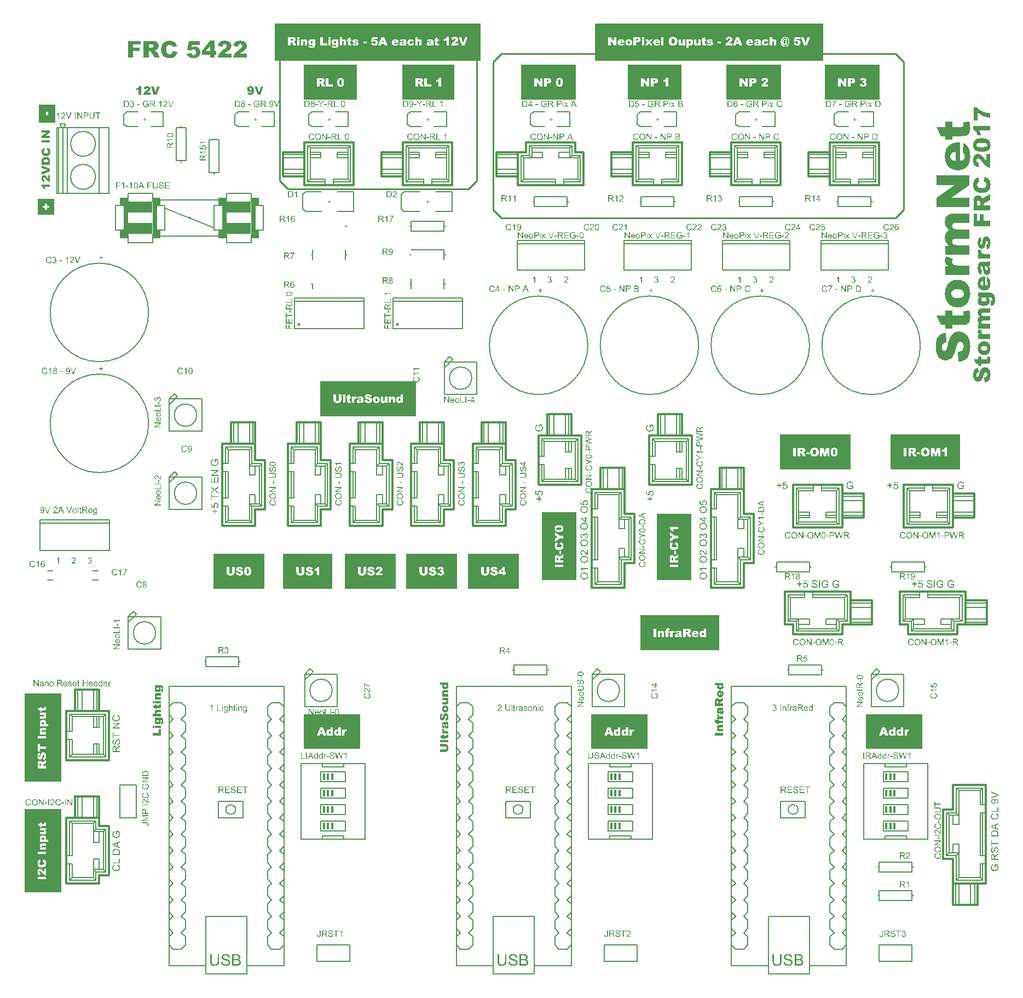
<source format=gto>
G04 Layer_Color=15065295*
%FSLAX44Y44*%
%MOMM*%
G71*
G01*
G75*
%ADD21C,0.2540*%
%ADD25C,0.1000*%
%ADD42C,0.2000*%
%ADD43C,0.2032*%
%ADD44C,0.1270*%
%ADD45C,0.2500*%
%ADD46C,0.1524*%
%ADD47C,0.3048*%
%ADD48R,0.3810X1.0160*%
%ADD49R,1.2700X1.2700*%
%ADD50R,0.6350X5.0800*%
%ADD51R,3.8100X1.7780*%
G36*
X1223028Y1438497D02*
X1223265Y1438483D01*
X1223518Y1438468D01*
X1223756Y1438438D01*
X1223964Y1438408D01*
X1223994D01*
X1224083Y1438379D01*
X1224216Y1438349D01*
X1224380Y1438304D01*
X1224573Y1438245D01*
X1224766Y1438171D01*
X1224974Y1438067D01*
X1225167Y1437948D01*
X1225182Y1437933D01*
X1225257Y1437888D01*
X1225346Y1437814D01*
X1225450Y1437710D01*
X1225568Y1437576D01*
X1225702Y1437413D01*
X1225836Y1437234D01*
X1225955Y1437012D01*
X1225970Y1436982D01*
X1226000Y1436908D01*
X1226044Y1436789D01*
X1226104Y1436625D01*
X1226163Y1436432D01*
X1226208Y1436209D01*
X1226237Y1435957D01*
X1226252Y1435689D01*
Y1435674D01*
Y1435630D01*
Y1435570D01*
X1226237Y1435481D01*
X1226222Y1435377D01*
X1226208Y1435243D01*
X1226193Y1435110D01*
X1226148Y1434961D01*
X1226059Y1434619D01*
X1225910Y1434277D01*
X1225821Y1434099D01*
X1225717Y1433921D01*
X1225598Y1433743D01*
X1225450Y1433579D01*
X1225435Y1433564D01*
X1225405Y1433549D01*
X1225360Y1433505D01*
X1225301Y1433445D01*
X1225197Y1433386D01*
X1225093Y1433312D01*
X1224959Y1433237D01*
X1224796Y1433163D01*
X1224618Y1433074D01*
X1224409Y1433000D01*
X1224172Y1432925D01*
X1223919Y1432866D01*
X1223622Y1432807D01*
X1223310Y1432762D01*
X1222968Y1432747D01*
X1222597Y1432732D01*
X1220100D01*
Y1428750D01*
X1218808D01*
Y1438512D01*
X1222805D01*
X1223028Y1438497D01*
D02*
G37*
G36*
X1228956Y1428750D02*
X1227753D01*
Y1435823D01*
X1228956D01*
Y1428750D01*
D02*
G37*
G36*
X1259833Y1438497D02*
X1259952D01*
X1260249Y1438483D01*
X1260562Y1438453D01*
X1260888Y1438394D01*
X1261200Y1438334D01*
X1261349Y1438289D01*
X1261483Y1438245D01*
X1261498D01*
X1261513Y1438230D01*
X1261602Y1438200D01*
X1261721Y1438126D01*
X1261869Y1438022D01*
X1262047Y1437903D01*
X1262226Y1437740D01*
X1262404Y1437547D01*
X1262568Y1437309D01*
X1262582Y1437279D01*
X1262627Y1437190D01*
X1262701Y1437056D01*
X1262775Y1436878D01*
X1262850Y1436655D01*
X1262924Y1436402D01*
X1262969Y1436135D01*
X1262983Y1435838D01*
Y1435823D01*
Y1435793D01*
Y1435734D01*
X1262969Y1435659D01*
Y1435570D01*
X1262954Y1435466D01*
X1262894Y1435228D01*
X1262820Y1434946D01*
X1262701Y1434664D01*
X1262523Y1434367D01*
X1262419Y1434218D01*
X1262300Y1434084D01*
X1262270Y1434055D01*
X1262226Y1434025D01*
X1262181Y1433965D01*
X1262107Y1433921D01*
X1262018Y1433847D01*
X1261914Y1433787D01*
X1261795Y1433713D01*
X1261661Y1433639D01*
X1261498Y1433564D01*
X1261334Y1433490D01*
X1261141Y1433416D01*
X1260948Y1433341D01*
X1260725Y1433282D01*
X1260487Y1433237D01*
X1260235Y1433193D01*
X1260264Y1433178D01*
X1260324Y1433148D01*
X1260413Y1433104D01*
X1260517Y1433044D01*
X1260770Y1432881D01*
X1260903Y1432792D01*
X1261007Y1432702D01*
X1261037Y1432673D01*
X1261111Y1432613D01*
X1261215Y1432495D01*
X1261349Y1432346D01*
X1261513Y1432153D01*
X1261691Y1431930D01*
X1261884Y1431677D01*
X1262077Y1431395D01*
X1263771Y1428750D01*
X1262151D01*
X1260859Y1430771D01*
Y1430786D01*
X1260829Y1430815D01*
X1260799Y1430860D01*
X1260770Y1430919D01*
X1260666Y1431068D01*
X1260532Y1431261D01*
X1260383Y1431484D01*
X1260220Y1431707D01*
X1260071Y1431915D01*
X1259923Y1432108D01*
X1259908Y1432123D01*
X1259863Y1432182D01*
X1259789Y1432272D01*
X1259715Y1432376D01*
X1259492Y1432584D01*
X1259388Y1432688D01*
X1259269Y1432762D01*
X1259254Y1432777D01*
X1259224Y1432792D01*
X1259165Y1432821D01*
X1259090Y1432866D01*
X1258912Y1432955D01*
X1258689Y1433029D01*
X1258674D01*
X1258645Y1433044D01*
X1258585D01*
X1258511Y1433059D01*
X1258407Y1433074D01*
X1258288D01*
X1258139Y1433089D01*
X1256475D01*
Y1428750D01*
X1255182D01*
Y1438512D01*
X1259715D01*
X1259833Y1438497D01*
D02*
G37*
G36*
X1214172Y1435972D02*
X1214305Y1435957D01*
X1214439Y1435942D01*
X1214603Y1435912D01*
X1214781Y1435867D01*
X1215152Y1435749D01*
X1215346Y1435674D01*
X1215554Y1435585D01*
X1215747Y1435466D01*
X1215940Y1435332D01*
X1216133Y1435184D01*
X1216311Y1435020D01*
X1216326Y1435006D01*
X1216356Y1434976D01*
X1216401Y1434917D01*
X1216460Y1434842D01*
X1216534Y1434753D01*
X1216609Y1434634D01*
X1216698Y1434486D01*
X1216787Y1434337D01*
X1216861Y1434159D01*
X1216950Y1433951D01*
X1217025Y1433743D01*
X1217099Y1433505D01*
X1217158Y1433252D01*
X1217203Y1432970D01*
X1217233Y1432688D01*
X1217247Y1432376D01*
Y1432361D01*
Y1432316D01*
Y1432242D01*
Y1432153D01*
X1217233Y1432034D01*
Y1431900D01*
X1217218Y1431752D01*
X1217203Y1431588D01*
X1217143Y1431246D01*
X1217069Y1430890D01*
X1216965Y1430533D01*
X1216831Y1430221D01*
Y1430206D01*
X1216817Y1430191D01*
X1216757Y1430087D01*
X1216653Y1429954D01*
X1216519Y1429775D01*
X1216356Y1429582D01*
X1216148Y1429389D01*
X1215910Y1429196D01*
X1215628Y1429017D01*
X1215613D01*
X1215598Y1429003D01*
X1215554Y1428973D01*
X1215494Y1428958D01*
X1215331Y1428884D01*
X1215123Y1428809D01*
X1214870Y1428720D01*
X1214588Y1428661D01*
X1214276Y1428601D01*
X1213934Y1428587D01*
X1213785D01*
X1213681Y1428601D01*
X1213562Y1428616D01*
X1213414Y1428631D01*
X1213250Y1428661D01*
X1213072Y1428705D01*
X1212701Y1428824D01*
X1212493Y1428899D01*
X1212299Y1428988D01*
X1212091Y1429092D01*
X1211898Y1429225D01*
X1211705Y1429374D01*
X1211527Y1429538D01*
X1211512Y1429552D01*
X1211482Y1429582D01*
X1211438Y1429642D01*
X1211393Y1429716D01*
X1211319Y1429820D01*
X1211245Y1429939D01*
X1211155Y1430072D01*
X1211081Y1430236D01*
X1210992Y1430429D01*
X1210903Y1430622D01*
X1210828Y1430860D01*
X1210769Y1431098D01*
X1210710Y1431365D01*
X1210665Y1431647D01*
X1210635Y1431960D01*
X1210620Y1432286D01*
Y1432316D01*
Y1432376D01*
X1210635Y1432480D01*
Y1432613D01*
X1210650Y1432777D01*
X1210680Y1432955D01*
X1210710Y1433163D01*
X1210754Y1433386D01*
X1210814Y1433624D01*
X1210888Y1433862D01*
X1210977Y1434099D01*
X1211081Y1434337D01*
X1211200Y1434575D01*
X1211348Y1434798D01*
X1211512Y1435006D01*
X1211705Y1435199D01*
X1211720Y1435214D01*
X1211750Y1435228D01*
X1211794Y1435273D01*
X1211869Y1435318D01*
X1211958Y1435377D01*
X1212062Y1435451D01*
X1212181Y1435526D01*
X1212329Y1435600D01*
X1212478Y1435659D01*
X1212641Y1435734D01*
X1213027Y1435867D01*
X1213458Y1435957D01*
X1213696Y1435972D01*
X1213934Y1435986D01*
X1214068D01*
X1214172Y1435972D01*
D02*
G37*
G36*
X1431312Y1438661D02*
X1431431D01*
X1431684Y1438631D01*
X1431966Y1438587D01*
X1432293Y1438527D01*
X1432620Y1438438D01*
X1432947Y1438319D01*
X1432962D01*
X1432991Y1438304D01*
X1433036Y1438289D01*
X1433095Y1438260D01*
X1433244Y1438185D01*
X1433437Y1438067D01*
X1433660Y1437933D01*
X1433883Y1437769D01*
X1434106Y1437591D01*
X1434299Y1437368D01*
X1434314Y1437339D01*
X1434373Y1437264D01*
X1434462Y1437130D01*
X1434581Y1436937D01*
X1434700Y1436714D01*
X1434819Y1436447D01*
X1434938Y1436135D01*
X1435042Y1435778D01*
X1433868Y1435451D01*
Y1435466D01*
X1433853Y1435481D01*
X1433838Y1435570D01*
X1433779Y1435704D01*
X1433719Y1435882D01*
X1433645Y1436061D01*
X1433556Y1436254D01*
X1433452Y1436447D01*
X1433333Y1436625D01*
X1433318Y1436640D01*
X1433274Y1436700D01*
X1433199Y1436774D01*
X1433095Y1436878D01*
X1432962Y1436982D01*
X1432798Y1437101D01*
X1432620Y1437205D01*
X1432397Y1437309D01*
X1432367Y1437324D01*
X1432293Y1437353D01*
X1432159Y1437398D01*
X1431996Y1437442D01*
X1431803Y1437487D01*
X1431580Y1437532D01*
X1431327Y1437561D01*
X1431060Y1437576D01*
X1430911D01*
X1430748Y1437561D01*
X1430540Y1437547D01*
X1430302Y1437502D01*
X1430034Y1437457D01*
X1429782Y1437383D01*
X1429529Y1437294D01*
X1429500Y1437279D01*
X1429425Y1437249D01*
X1429306Y1437190D01*
X1429158Y1437101D01*
X1428994Y1436997D01*
X1428816Y1436878D01*
X1428653Y1436744D01*
X1428489Y1436581D01*
X1428474Y1436566D01*
X1428430Y1436506D01*
X1428355Y1436417D01*
X1428266Y1436298D01*
X1428162Y1436150D01*
X1428058Y1435986D01*
X1427969Y1435808D01*
X1427880Y1435615D01*
Y1435600D01*
X1427865Y1435570D01*
X1427850Y1435526D01*
X1427820Y1435451D01*
X1427791Y1435377D01*
X1427761Y1435273D01*
X1427702Y1435035D01*
X1427627Y1434738D01*
X1427568Y1434411D01*
X1427523Y1434040D01*
X1427508Y1433654D01*
Y1433639D01*
Y1433594D01*
Y1433535D01*
X1427523Y1433431D01*
Y1433327D01*
X1427538Y1433193D01*
X1427553Y1433044D01*
X1427568Y1432896D01*
X1427612Y1432539D01*
X1427702Y1432168D01*
X1427806Y1431811D01*
X1427954Y1431454D01*
Y1431440D01*
X1427969Y1431410D01*
X1427999Y1431365D01*
X1428043Y1431306D01*
X1428147Y1431157D01*
X1428281Y1430964D01*
X1428459Y1430756D01*
X1428682Y1430533D01*
X1428950Y1430325D01*
X1429247Y1430147D01*
X1429262D01*
X1429292Y1430132D01*
X1429336Y1430102D01*
X1429395Y1430087D01*
X1429470Y1430058D01*
X1429574Y1430013D01*
X1429797Y1429939D01*
X1430079Y1429864D01*
X1430376Y1429790D01*
X1430718Y1429746D01*
X1431075Y1429731D01*
X1431223D01*
X1431387Y1429746D01*
X1431595Y1429775D01*
X1431832Y1429805D01*
X1432115Y1429864D01*
X1432412Y1429939D01*
X1432709Y1430043D01*
X1432724D01*
X1432739Y1430058D01*
X1432783Y1430072D01*
X1432843Y1430102D01*
X1432991Y1430162D01*
X1433170Y1430251D01*
X1433363Y1430355D01*
X1433556Y1430474D01*
X1433749Y1430607D01*
X1433927Y1430741D01*
Y1432584D01*
X1431060D01*
Y1433728D01*
X1435191D01*
Y1430102D01*
X1435176Y1430087D01*
X1435146Y1430072D01*
X1435101Y1430028D01*
X1435027Y1429983D01*
X1434938Y1429909D01*
X1434834Y1429850D01*
X1434581Y1429671D01*
X1434284Y1429493D01*
X1433957Y1429300D01*
X1433586Y1429122D01*
X1433214Y1428958D01*
X1433199D01*
X1433170Y1428943D01*
X1433110Y1428928D01*
X1433036Y1428899D01*
X1432947Y1428869D01*
X1432843Y1428839D01*
X1432709Y1428809D01*
X1432575Y1428780D01*
X1432263Y1428705D01*
X1431922Y1428646D01*
X1431535Y1428601D01*
X1431149Y1428587D01*
X1431015D01*
X1430911Y1428601D01*
X1430777D01*
X1430629Y1428616D01*
X1430465Y1428631D01*
X1430287Y1428661D01*
X1429871Y1428735D01*
X1429440Y1428839D01*
X1428979Y1428988D01*
X1428534Y1429196D01*
X1428519Y1429211D01*
X1428489Y1429225D01*
X1428415Y1429255D01*
X1428341Y1429315D01*
X1428237Y1429374D01*
X1428132Y1429448D01*
X1427880Y1429642D01*
X1427583Y1429894D01*
X1427300Y1430206D01*
X1427018Y1430563D01*
X1426765Y1430964D01*
Y1430979D01*
X1426736Y1431023D01*
X1426706Y1431083D01*
X1426676Y1431172D01*
X1426632Y1431276D01*
X1426572Y1431410D01*
X1426528Y1431558D01*
X1426468Y1431737D01*
X1426409Y1431915D01*
X1426364Y1432123D01*
X1426260Y1432569D01*
X1426201Y1433059D01*
X1426171Y1433579D01*
Y1433594D01*
Y1433639D01*
Y1433713D01*
X1426186Y1433817D01*
Y1433951D01*
X1426201Y1434099D01*
X1426216Y1434263D01*
X1426245Y1434441D01*
X1426320Y1434857D01*
X1426424Y1435303D01*
X1426572Y1435778D01*
X1426765Y1436239D01*
Y1436254D01*
X1426795Y1436298D01*
X1426825Y1436358D01*
X1426870Y1436447D01*
X1426944Y1436551D01*
X1427018Y1436655D01*
X1427196Y1436937D01*
X1427449Y1437234D01*
X1427731Y1437532D01*
X1428088Y1437814D01*
X1428266Y1437948D01*
X1428474Y1438067D01*
X1428489D01*
X1428519Y1438096D01*
X1428593Y1438126D01*
X1428667Y1438156D01*
X1428772Y1438215D01*
X1428905Y1438260D01*
X1429054Y1438319D01*
X1429217Y1438379D01*
X1429395Y1438423D01*
X1429589Y1438483D01*
X1430034Y1438587D01*
X1430510Y1438646D01*
X1431045Y1438676D01*
X1431223D01*
X1431312Y1438661D01*
D02*
G37*
G36*
X1381356Y1437145D02*
X1380153D01*
Y1438512D01*
X1381356D01*
Y1437145D01*
D02*
G37*
G36*
X1206623Y1435972D02*
X1206742Y1435957D01*
X1206891Y1435942D01*
X1207039Y1435912D01*
X1207218Y1435867D01*
X1207574Y1435749D01*
X1207767Y1435674D01*
X1207961Y1435570D01*
X1208154Y1435466D01*
X1208347Y1435332D01*
X1208525Y1435184D01*
X1208704Y1435006D01*
X1208718Y1434991D01*
X1208748Y1434961D01*
X1208793Y1434902D01*
X1208852Y1434827D01*
X1208912Y1434723D01*
X1208986Y1434604D01*
X1209075Y1434471D01*
X1209164Y1434307D01*
X1209239Y1434114D01*
X1209328Y1433921D01*
X1209402Y1433698D01*
X1209476Y1433445D01*
X1209521Y1433193D01*
X1209565Y1432910D01*
X1209595Y1432613D01*
X1209610Y1432286D01*
Y1432272D01*
Y1432212D01*
Y1432108D01*
X1209595Y1431974D01*
X1204335D01*
Y1431960D01*
Y1431930D01*
X1204350Y1431855D01*
Y1431781D01*
X1204365Y1431677D01*
X1204380Y1431573D01*
X1204439Y1431306D01*
X1204528Y1431023D01*
X1204632Y1430726D01*
X1204796Y1430429D01*
X1204989Y1430177D01*
X1205018Y1430147D01*
X1205093Y1430087D01*
X1205227Y1429983D01*
X1205390Y1429879D01*
X1205613Y1429760D01*
X1205865Y1429656D01*
X1206148Y1429597D01*
X1206460Y1429567D01*
X1206579D01*
X1206698Y1429582D01*
X1206846Y1429612D01*
X1207025Y1429656D01*
X1207218Y1429716D01*
X1207411Y1429790D01*
X1207589Y1429909D01*
X1207604Y1429924D01*
X1207663Y1429983D01*
X1207753Y1430058D01*
X1207857Y1430191D01*
X1207975Y1430340D01*
X1208094Y1430533D01*
X1208213Y1430771D01*
X1208332Y1431038D01*
X1209565Y1430875D01*
Y1430860D01*
X1209550Y1430830D01*
X1209536Y1430771D01*
X1209506Y1430697D01*
X1209476Y1430607D01*
X1209432Y1430503D01*
X1209313Y1430251D01*
X1209164Y1429983D01*
X1208986Y1429701D01*
X1208748Y1429419D01*
X1208481Y1429181D01*
X1208466D01*
X1208451Y1429151D01*
X1208406Y1429122D01*
X1208332Y1429092D01*
X1208258Y1429047D01*
X1208169Y1428988D01*
X1208065Y1428943D01*
X1207931Y1428884D01*
X1207649Y1428780D01*
X1207292Y1428676D01*
X1206906Y1428616D01*
X1206460Y1428587D01*
X1206311D01*
X1206207Y1428601D01*
X1206074Y1428616D01*
X1205925Y1428631D01*
X1205761Y1428661D01*
X1205568Y1428705D01*
X1205182Y1428824D01*
X1204974Y1428899D01*
X1204781Y1428988D01*
X1204573Y1429092D01*
X1204380Y1429225D01*
X1204186Y1429374D01*
X1204008Y1429538D01*
X1203993Y1429552D01*
X1203964Y1429582D01*
X1203919Y1429642D01*
X1203874Y1429716D01*
X1203800Y1429805D01*
X1203726Y1429924D01*
X1203637Y1430072D01*
X1203562Y1430236D01*
X1203473Y1430414D01*
X1203384Y1430607D01*
X1203310Y1430830D01*
X1203250Y1431068D01*
X1203191Y1431321D01*
X1203146Y1431603D01*
X1203117Y1431900D01*
X1203102Y1432212D01*
Y1432227D01*
Y1432286D01*
Y1432390D01*
X1203117Y1432509D01*
X1203131Y1432658D01*
X1203146Y1432836D01*
X1203176Y1433029D01*
X1203221Y1433237D01*
X1203325Y1433683D01*
X1203399Y1433906D01*
X1203488Y1434144D01*
X1203592Y1434367D01*
X1203711Y1434590D01*
X1203845Y1434798D01*
X1204008Y1434991D01*
X1204023Y1435006D01*
X1204053Y1435035D01*
X1204097Y1435080D01*
X1204172Y1435154D01*
X1204261Y1435228D01*
X1204380Y1435303D01*
X1204499Y1435392D01*
X1204647Y1435496D01*
X1204810Y1435585D01*
X1204989Y1435674D01*
X1205182Y1435749D01*
X1205405Y1435838D01*
X1205628Y1435897D01*
X1205865Y1435942D01*
X1206118Y1435972D01*
X1206386Y1435986D01*
X1206519D01*
X1206623Y1435972D01*
D02*
G37*
G36*
X1272092Y1437368D02*
X1266327D01*
Y1434367D01*
X1271721D01*
Y1433223D01*
X1266327D01*
Y1429894D01*
X1272315D01*
Y1428750D01*
X1265034D01*
Y1438512D01*
X1272092D01*
Y1437368D01*
D02*
G37*
G36*
X1287739Y1431677D02*
X1284068D01*
Y1432881D01*
X1287739D01*
Y1431677D01*
D02*
G37*
G36*
X1234008Y1432405D02*
X1236579Y1428750D01*
X1235108D01*
X1233652Y1430934D01*
X1233325Y1431454D01*
X1231423Y1428750D01*
X1229967D01*
X1232537Y1432405D01*
X1230160Y1435823D01*
X1231631D01*
X1232745Y1434144D01*
X1232760Y1434129D01*
X1232805Y1434070D01*
X1232850Y1433980D01*
X1232924Y1433876D01*
X1233087Y1433624D01*
X1233236Y1433371D01*
X1233251Y1433386D01*
X1233280Y1433445D01*
X1233340Y1433520D01*
X1233414Y1433624D01*
X1233503Y1433743D01*
X1233592Y1433876D01*
X1233771Y1434144D01*
X1234959Y1435823D01*
X1236416D01*
X1234008Y1432405D01*
D02*
G37*
G36*
X1278912Y1438661D02*
X1279031D01*
X1279284Y1438631D01*
X1279566Y1438587D01*
X1279893Y1438527D01*
X1280220Y1438438D01*
X1280547Y1438319D01*
X1280562D01*
X1280591Y1438304D01*
X1280636Y1438289D01*
X1280695Y1438260D01*
X1280844Y1438185D01*
X1281037Y1438067D01*
X1281260Y1437933D01*
X1281483Y1437769D01*
X1281706Y1437591D01*
X1281899Y1437368D01*
X1281914Y1437339D01*
X1281973Y1437264D01*
X1282063Y1437130D01*
X1282181Y1436937D01*
X1282300Y1436714D01*
X1282419Y1436447D01*
X1282538Y1436135D01*
X1282642Y1435778D01*
X1281468Y1435451D01*
Y1435466D01*
X1281453Y1435481D01*
X1281438Y1435570D01*
X1281379Y1435704D01*
X1281319Y1435882D01*
X1281245Y1436061D01*
X1281156Y1436254D01*
X1281052Y1436447D01*
X1280933Y1436625D01*
X1280918Y1436640D01*
X1280874Y1436700D01*
X1280799Y1436774D01*
X1280695Y1436878D01*
X1280562Y1436982D01*
X1280398Y1437101D01*
X1280220Y1437205D01*
X1279997Y1437309D01*
X1279967Y1437324D01*
X1279893Y1437353D01*
X1279759Y1437398D01*
X1279596Y1437442D01*
X1279403Y1437487D01*
X1279180Y1437532D01*
X1278927Y1437561D01*
X1278660Y1437576D01*
X1278511D01*
X1278348Y1437561D01*
X1278140Y1437547D01*
X1277902Y1437502D01*
X1277635Y1437457D01*
X1277382Y1437383D01*
X1277129Y1437294D01*
X1277100Y1437279D01*
X1277025Y1437249D01*
X1276906Y1437190D01*
X1276758Y1437101D01*
X1276594Y1436997D01*
X1276416Y1436878D01*
X1276253Y1436744D01*
X1276089Y1436581D01*
X1276074Y1436566D01*
X1276030Y1436506D01*
X1275955Y1436417D01*
X1275866Y1436298D01*
X1275762Y1436150D01*
X1275658Y1435986D01*
X1275569Y1435808D01*
X1275480Y1435615D01*
Y1435600D01*
X1275465Y1435570D01*
X1275450Y1435526D01*
X1275421Y1435451D01*
X1275391Y1435377D01*
X1275361Y1435273D01*
X1275302Y1435035D01*
X1275227Y1434738D01*
X1275168Y1434411D01*
X1275123Y1434040D01*
X1275108Y1433654D01*
Y1433639D01*
Y1433594D01*
Y1433535D01*
X1275123Y1433431D01*
Y1433327D01*
X1275138Y1433193D01*
X1275153Y1433044D01*
X1275168Y1432896D01*
X1275212Y1432539D01*
X1275302Y1432168D01*
X1275406Y1431811D01*
X1275554Y1431454D01*
Y1431440D01*
X1275569Y1431410D01*
X1275599Y1431365D01*
X1275643Y1431306D01*
X1275747Y1431157D01*
X1275881Y1430964D01*
X1276059Y1430756D01*
X1276282Y1430533D01*
X1276550Y1430325D01*
X1276847Y1430147D01*
X1276862D01*
X1276891Y1430132D01*
X1276936Y1430102D01*
X1276995Y1430087D01*
X1277070Y1430058D01*
X1277174Y1430013D01*
X1277397Y1429939D01*
X1277679Y1429864D01*
X1277976Y1429790D01*
X1278318Y1429746D01*
X1278675Y1429731D01*
X1278823D01*
X1278987Y1429746D01*
X1279195Y1429775D01*
X1279432Y1429805D01*
X1279715Y1429864D01*
X1280012Y1429939D01*
X1280309Y1430043D01*
X1280324D01*
X1280339Y1430058D01*
X1280383Y1430072D01*
X1280443Y1430102D01*
X1280591Y1430162D01*
X1280770Y1430251D01*
X1280963Y1430355D01*
X1281156Y1430474D01*
X1281349Y1430607D01*
X1281528Y1430741D01*
Y1432584D01*
X1278660D01*
Y1433728D01*
X1282791D01*
Y1430102D01*
X1282776Y1430087D01*
X1282746Y1430072D01*
X1282701Y1430028D01*
X1282627Y1429983D01*
X1282538Y1429909D01*
X1282434Y1429850D01*
X1282181Y1429671D01*
X1281884Y1429493D01*
X1281557Y1429300D01*
X1281186Y1429122D01*
X1280814Y1428958D01*
X1280799D01*
X1280770Y1428943D01*
X1280710Y1428928D01*
X1280636Y1428899D01*
X1280547Y1428869D01*
X1280443Y1428839D01*
X1280309Y1428809D01*
X1280175Y1428780D01*
X1279863Y1428705D01*
X1279522Y1428646D01*
X1279135Y1428601D01*
X1278749Y1428587D01*
X1278615D01*
X1278511Y1428601D01*
X1278377D01*
X1278229Y1428616D01*
X1278065Y1428631D01*
X1277887Y1428661D01*
X1277471Y1428735D01*
X1277040Y1428839D01*
X1276580Y1428988D01*
X1276134Y1429196D01*
X1276119Y1429211D01*
X1276089Y1429225D01*
X1276015Y1429255D01*
X1275941Y1429315D01*
X1275836Y1429374D01*
X1275732Y1429448D01*
X1275480Y1429642D01*
X1275183Y1429894D01*
X1274900Y1430206D01*
X1274618Y1430563D01*
X1274365Y1430964D01*
Y1430979D01*
X1274336Y1431023D01*
X1274306Y1431083D01*
X1274276Y1431172D01*
X1274232Y1431276D01*
X1274172Y1431410D01*
X1274128Y1431558D01*
X1274068Y1431737D01*
X1274009Y1431915D01*
X1273964Y1432123D01*
X1273860Y1432569D01*
X1273801Y1433059D01*
X1273771Y1433579D01*
Y1433594D01*
Y1433639D01*
Y1433713D01*
X1273786Y1433817D01*
Y1433951D01*
X1273801Y1434099D01*
X1273816Y1434263D01*
X1273845Y1434441D01*
X1273920Y1434857D01*
X1274024Y1435303D01*
X1274172Y1435778D01*
X1274365Y1436239D01*
Y1436254D01*
X1274395Y1436298D01*
X1274425Y1436358D01*
X1274470Y1436447D01*
X1274544Y1436551D01*
X1274618Y1436655D01*
X1274796Y1436937D01*
X1275049Y1437234D01*
X1275331Y1437532D01*
X1275688Y1437814D01*
X1275866Y1437948D01*
X1276074Y1438067D01*
X1276089D01*
X1276119Y1438096D01*
X1276193Y1438126D01*
X1276267Y1438156D01*
X1276372Y1438215D01*
X1276505Y1438260D01*
X1276654Y1438319D01*
X1276817Y1438379D01*
X1276995Y1438423D01*
X1277189Y1438483D01*
X1277635Y1438587D01*
X1278110Y1438646D01*
X1278645Y1438676D01*
X1278823D01*
X1278912Y1438661D01*
D02*
G37*
G36*
X1253682Y1431677D02*
X1250012D01*
Y1432881D01*
X1253682D01*
Y1431677D01*
D02*
G37*
G36*
X1293251Y1428750D02*
X1292048D01*
Y1436387D01*
X1292033Y1436373D01*
X1291973Y1436313D01*
X1291869Y1436239D01*
X1291736Y1436135D01*
X1291572Y1436001D01*
X1291379Y1435867D01*
X1291156Y1435704D01*
X1290904Y1435555D01*
X1290889D01*
X1290874Y1435541D01*
X1290785Y1435481D01*
X1290651Y1435407D01*
X1290488Y1435318D01*
X1290294Y1435214D01*
X1290086Y1435125D01*
X1289863Y1435020D01*
X1289655Y1434931D01*
Y1436105D01*
X1289670D01*
X1289700Y1436120D01*
X1289759Y1436150D01*
X1289819Y1436194D01*
X1289908Y1436239D01*
X1290012Y1436284D01*
X1290250Y1436417D01*
X1290517Y1436581D01*
X1290814Y1436774D01*
X1291112Y1436997D01*
X1291394Y1437234D01*
X1291409Y1437249D01*
X1291424Y1437264D01*
X1291513Y1437353D01*
X1291647Y1437487D01*
X1291810Y1437650D01*
X1291988Y1437859D01*
X1292167Y1438082D01*
X1292330Y1438319D01*
X1292464Y1438557D01*
X1293251D01*
Y1428750D01*
D02*
G37*
G36*
X1245643D02*
X1244321D01*
X1240532Y1438512D01*
X1241943D01*
X1244469Y1431425D01*
Y1431410D01*
X1244484Y1431380D01*
X1244499Y1431335D01*
X1244529Y1431276D01*
X1244573Y1431113D01*
X1244648Y1430905D01*
X1244737Y1430652D01*
X1244826Y1430385D01*
X1244989Y1429820D01*
Y1429835D01*
X1245004Y1429850D01*
X1245019Y1429894D01*
X1245034Y1429954D01*
X1245078Y1430117D01*
X1245138Y1430325D01*
X1245212Y1430563D01*
X1245301Y1430830D01*
X1245405Y1431127D01*
X1245509Y1431425D01*
X1248154Y1438512D01*
X1249462D01*
X1245643Y1428750D01*
D02*
G37*
G36*
X1201482D02*
X1200160D01*
X1195033Y1436417D01*
Y1428750D01*
X1193800D01*
Y1438512D01*
X1195108D01*
X1200249Y1430845D01*
Y1438512D01*
X1201482D01*
Y1428750D01*
D02*
G37*
G36*
X1366572Y1435972D02*
X1366705Y1435957D01*
X1366839Y1435942D01*
X1367003Y1435912D01*
X1367181Y1435867D01*
X1367552Y1435749D01*
X1367746Y1435674D01*
X1367954Y1435585D01*
X1368147Y1435466D01*
X1368340Y1435332D01*
X1368533Y1435184D01*
X1368711Y1435020D01*
X1368726Y1435006D01*
X1368756Y1434976D01*
X1368801Y1434917D01*
X1368860Y1434842D01*
X1368934Y1434753D01*
X1369009Y1434634D01*
X1369098Y1434486D01*
X1369187Y1434337D01*
X1369261Y1434159D01*
X1369350Y1433951D01*
X1369425Y1433743D01*
X1369499Y1433505D01*
X1369558Y1433252D01*
X1369603Y1432970D01*
X1369633Y1432688D01*
X1369648Y1432376D01*
Y1432361D01*
Y1432316D01*
Y1432242D01*
Y1432153D01*
X1369633Y1432034D01*
Y1431900D01*
X1369618Y1431752D01*
X1369603Y1431588D01*
X1369543Y1431246D01*
X1369469Y1430890D01*
X1369365Y1430533D01*
X1369232Y1430221D01*
Y1430206D01*
X1369217Y1430191D01*
X1369157Y1430087D01*
X1369053Y1429954D01*
X1368919Y1429775D01*
X1368756Y1429582D01*
X1368548Y1429389D01*
X1368310Y1429196D01*
X1368028Y1429017D01*
X1368013D01*
X1367998Y1429003D01*
X1367954Y1428973D01*
X1367894Y1428958D01*
X1367731Y1428884D01*
X1367523Y1428809D01*
X1367270Y1428720D01*
X1366988Y1428661D01*
X1366676Y1428601D01*
X1366334Y1428587D01*
X1366185D01*
X1366081Y1428601D01*
X1365963Y1428616D01*
X1365814Y1428631D01*
X1365650Y1428661D01*
X1365472Y1428705D01*
X1365101Y1428824D01*
X1364893Y1428899D01*
X1364700Y1428988D01*
X1364491Y1429092D01*
X1364298Y1429225D01*
X1364105Y1429374D01*
X1363927Y1429538D01*
X1363912Y1429552D01*
X1363882Y1429582D01*
X1363838Y1429642D01*
X1363793Y1429716D01*
X1363719Y1429820D01*
X1363645Y1429939D01*
X1363555Y1430072D01*
X1363481Y1430236D01*
X1363392Y1430429D01*
X1363303Y1430622D01*
X1363228Y1430860D01*
X1363169Y1431098D01*
X1363109Y1431365D01*
X1363065Y1431647D01*
X1363035Y1431960D01*
X1363020Y1432286D01*
Y1432316D01*
Y1432376D01*
X1363035Y1432480D01*
Y1432613D01*
X1363050Y1432777D01*
X1363080Y1432955D01*
X1363109Y1433163D01*
X1363154Y1433386D01*
X1363214Y1433624D01*
X1363288Y1433862D01*
X1363377Y1434099D01*
X1363481Y1434337D01*
X1363600Y1434575D01*
X1363748Y1434798D01*
X1363912Y1435006D01*
X1364105Y1435199D01*
X1364120Y1435214D01*
X1364150Y1435228D01*
X1364194Y1435273D01*
X1364268Y1435318D01*
X1364358Y1435377D01*
X1364462Y1435451D01*
X1364581Y1435526D01*
X1364729Y1435600D01*
X1364878Y1435659D01*
X1365041Y1435734D01*
X1365428Y1435867D01*
X1365858Y1435957D01*
X1366096Y1435972D01*
X1366334Y1435986D01*
X1366468D01*
X1366572Y1435972D01*
D02*
G37*
G36*
X1375428Y1438497D02*
X1375665Y1438483D01*
X1375918Y1438468D01*
X1376156Y1438438D01*
X1376364Y1438408D01*
X1376393D01*
X1376483Y1438379D01*
X1376616Y1438349D01*
X1376780Y1438304D01*
X1376973Y1438245D01*
X1377166Y1438171D01*
X1377374Y1438067D01*
X1377567Y1437948D01*
X1377582Y1437933D01*
X1377657Y1437888D01*
X1377746Y1437814D01*
X1377850Y1437710D01*
X1377968Y1437576D01*
X1378102Y1437413D01*
X1378236Y1437234D01*
X1378355Y1437012D01*
X1378370Y1436982D01*
X1378400Y1436908D01*
X1378444Y1436789D01*
X1378504Y1436625D01*
X1378563Y1436432D01*
X1378607Y1436209D01*
X1378637Y1435957D01*
X1378652Y1435689D01*
Y1435674D01*
Y1435630D01*
Y1435570D01*
X1378637Y1435481D01*
X1378622Y1435377D01*
X1378607Y1435243D01*
X1378593Y1435110D01*
X1378548Y1434961D01*
X1378459Y1434619D01*
X1378310Y1434277D01*
X1378221Y1434099D01*
X1378117Y1433921D01*
X1377998Y1433743D01*
X1377850Y1433579D01*
X1377835Y1433564D01*
X1377805Y1433549D01*
X1377760Y1433505D01*
X1377701Y1433445D01*
X1377597Y1433386D01*
X1377493Y1433312D01*
X1377359Y1433237D01*
X1377196Y1433163D01*
X1377018Y1433074D01*
X1376810Y1433000D01*
X1376572Y1432925D01*
X1376319Y1432866D01*
X1376022Y1432807D01*
X1375710Y1432762D01*
X1375368Y1432747D01*
X1374997Y1432732D01*
X1372500D01*
Y1428750D01*
X1371208D01*
Y1438512D01*
X1375205D01*
X1375428Y1438497D01*
D02*
G37*
G36*
X1381356Y1428750D02*
X1380153D01*
Y1435823D01*
X1381356D01*
Y1428750D01*
D02*
G37*
G36*
X1359023Y1435972D02*
X1359142Y1435957D01*
X1359291Y1435942D01*
X1359439Y1435912D01*
X1359618Y1435867D01*
X1359974Y1435749D01*
X1360168Y1435674D01*
X1360361Y1435570D01*
X1360554Y1435466D01*
X1360747Y1435332D01*
X1360925Y1435184D01*
X1361104Y1435006D01*
X1361118Y1434991D01*
X1361148Y1434961D01*
X1361193Y1434902D01*
X1361252Y1434827D01*
X1361312Y1434723D01*
X1361386Y1434604D01*
X1361475Y1434471D01*
X1361564Y1434307D01*
X1361638Y1434114D01*
X1361728Y1433921D01*
X1361802Y1433698D01*
X1361876Y1433445D01*
X1361921Y1433193D01*
X1361965Y1432910D01*
X1361995Y1432613D01*
X1362010Y1432286D01*
Y1432272D01*
Y1432212D01*
Y1432108D01*
X1361995Y1431974D01*
X1356735D01*
Y1431960D01*
Y1431930D01*
X1356750Y1431855D01*
Y1431781D01*
X1356765Y1431677D01*
X1356780Y1431573D01*
X1356839Y1431306D01*
X1356928Y1431023D01*
X1357032Y1430726D01*
X1357196Y1430429D01*
X1357389Y1430177D01*
X1357419Y1430147D01*
X1357493Y1430087D01*
X1357627Y1429983D01*
X1357790Y1429879D01*
X1358013Y1429760D01*
X1358266Y1429656D01*
X1358548Y1429597D01*
X1358860Y1429567D01*
X1358979D01*
X1359098Y1429582D01*
X1359246Y1429612D01*
X1359424Y1429656D01*
X1359618Y1429716D01*
X1359811Y1429790D01*
X1359989Y1429909D01*
X1360004Y1429924D01*
X1360063Y1429983D01*
X1360153Y1430058D01*
X1360257Y1430191D01*
X1360376Y1430340D01*
X1360494Y1430533D01*
X1360613Y1430771D01*
X1360732Y1431038D01*
X1361965Y1430875D01*
Y1430860D01*
X1361951Y1430830D01*
X1361936Y1430771D01*
X1361906Y1430697D01*
X1361876Y1430607D01*
X1361832Y1430503D01*
X1361713Y1430251D01*
X1361564Y1429983D01*
X1361386Y1429701D01*
X1361148Y1429419D01*
X1360881Y1429181D01*
X1360866D01*
X1360851Y1429151D01*
X1360806Y1429122D01*
X1360732Y1429092D01*
X1360658Y1429047D01*
X1360569Y1428988D01*
X1360465Y1428943D01*
X1360331Y1428884D01*
X1360049Y1428780D01*
X1359692Y1428676D01*
X1359306Y1428616D01*
X1358860Y1428587D01*
X1358711D01*
X1358607Y1428601D01*
X1358474Y1428616D01*
X1358325Y1428631D01*
X1358161Y1428661D01*
X1357968Y1428705D01*
X1357582Y1428824D01*
X1357374Y1428899D01*
X1357181Y1428988D01*
X1356973Y1429092D01*
X1356780Y1429225D01*
X1356586Y1429374D01*
X1356408Y1429538D01*
X1356393Y1429552D01*
X1356364Y1429582D01*
X1356319Y1429642D01*
X1356274Y1429716D01*
X1356200Y1429805D01*
X1356126Y1429924D01*
X1356037Y1430072D01*
X1355962Y1430236D01*
X1355873Y1430414D01*
X1355784Y1430607D01*
X1355710Y1430830D01*
X1355650Y1431068D01*
X1355591Y1431321D01*
X1355546Y1431603D01*
X1355517Y1431900D01*
X1355502Y1432212D01*
Y1432227D01*
Y1432286D01*
Y1432390D01*
X1355517Y1432509D01*
X1355531Y1432658D01*
X1355546Y1432836D01*
X1355576Y1433029D01*
X1355621Y1433237D01*
X1355725Y1433683D01*
X1355799Y1433906D01*
X1355888Y1434144D01*
X1355992Y1434367D01*
X1356111Y1434590D01*
X1356245Y1434798D01*
X1356408Y1434991D01*
X1356423Y1435006D01*
X1356453Y1435035D01*
X1356497Y1435080D01*
X1356572Y1435154D01*
X1356661Y1435228D01*
X1356780Y1435303D01*
X1356898Y1435392D01*
X1357047Y1435496D01*
X1357211Y1435585D01*
X1357389Y1435674D01*
X1357582Y1435749D01*
X1357805Y1435838D01*
X1358028Y1435897D01*
X1358266Y1435942D01*
X1358518Y1435972D01*
X1358786Y1435986D01*
X1358919D01*
X1359023Y1435972D01*
D02*
G37*
G36*
X1127833Y746990D02*
X1128027Y746960D01*
X1128250Y746916D01*
X1128502Y746827D01*
X1128770Y746723D01*
X1129022Y746574D01*
X1129052Y746559D01*
X1129141Y746485D01*
X1129260Y746396D01*
X1129408Y746247D01*
X1129587Y746069D01*
X1129765Y745846D01*
X1129929Y745579D01*
X1130092Y745281D01*
Y745266D01*
X1130107Y745237D01*
X1130122Y745192D01*
X1130151Y745133D01*
X1130181Y745059D01*
X1130211Y744969D01*
X1130270Y744732D01*
X1130345Y744464D01*
X1130404Y744137D01*
X1130449Y743795D01*
X1130463Y743409D01*
Y743394D01*
Y743350D01*
Y743275D01*
Y743186D01*
X1130449Y743082D01*
Y742949D01*
X1130434Y742800D01*
X1130419Y742636D01*
X1130374Y742295D01*
X1130300Y741923D01*
X1130211Y741552D01*
X1130092Y741195D01*
Y741180D01*
X1130077Y741151D01*
X1130047Y741106D01*
X1130018Y741047D01*
X1129929Y740883D01*
X1129795Y740690D01*
X1129631Y740452D01*
X1129438Y740229D01*
X1129200Y739992D01*
X1128933Y739783D01*
X1128918D01*
X1128903Y739769D01*
X1128859Y739739D01*
X1128799Y739709D01*
X1128725Y739665D01*
X1128636Y739620D01*
X1128413Y739531D01*
X1128160Y739442D01*
X1127848Y739353D01*
X1127521Y739293D01*
X1127165Y739263D01*
X1127061Y740482D01*
X1127091D01*
X1127180Y740497D01*
X1127313Y740527D01*
X1127492Y740556D01*
X1127685Y740616D01*
X1127893Y740675D01*
X1128086Y740764D01*
X1128279Y740868D01*
X1128294Y740883D01*
X1128354Y740928D01*
X1128443Y741002D01*
X1128547Y741121D01*
X1128665Y741255D01*
X1128799Y741418D01*
X1128918Y741626D01*
X1129037Y741849D01*
Y741864D01*
X1129052Y741879D01*
X1129082Y741968D01*
X1129126Y742102D01*
X1129171Y742295D01*
X1129230Y742503D01*
X1129275Y742770D01*
X1129304Y743053D01*
X1129319Y743350D01*
Y743364D01*
Y743379D01*
Y743468D01*
X1129304Y743617D01*
X1129290Y743781D01*
X1129275Y743989D01*
X1129230Y744197D01*
X1129186Y744419D01*
X1129111Y744642D01*
X1129096Y744672D01*
X1129067Y744732D01*
X1129022Y744836D01*
X1128948Y744954D01*
X1128859Y745103D01*
X1128755Y745237D01*
X1128636Y745370D01*
X1128502Y745489D01*
X1128487Y745504D01*
X1128428Y745534D01*
X1128354Y745579D01*
X1128250Y745638D01*
X1128131Y745683D01*
X1127982Y745727D01*
X1127833Y745757D01*
X1127670Y745772D01*
X1127596D01*
X1127506Y745757D01*
X1127402Y745742D01*
X1127269Y745712D01*
X1127135Y745653D01*
X1127001Y745593D01*
X1126868Y745504D01*
X1126853Y745489D01*
X1126808Y745460D01*
X1126749Y745385D01*
X1126659Y745296D01*
X1126570Y745177D01*
X1126481Y745029D01*
X1126377Y744836D01*
X1126288Y744628D01*
X1126273Y744613D01*
X1126258Y744553D01*
X1126229Y744434D01*
X1126199Y744360D01*
X1126169Y744271D01*
X1126140Y744152D01*
X1126110Y744033D01*
X1126065Y743885D01*
X1126021Y743736D01*
X1125976Y743558D01*
X1125931Y743350D01*
X1125872Y743127D01*
X1125813Y742889D01*
Y742874D01*
X1125798Y742830D01*
X1125783Y742755D01*
X1125753Y742666D01*
X1125723Y742562D01*
X1125694Y742443D01*
X1125619Y742161D01*
X1125515Y741849D01*
X1125411Y741537D01*
X1125307Y741255D01*
X1125263Y741121D01*
X1125203Y741017D01*
Y741002D01*
X1125189Y740987D01*
X1125129Y740898D01*
X1125055Y740779D01*
X1124951Y740630D01*
X1124817Y740452D01*
X1124668Y740289D01*
X1124490Y740125D01*
X1124297Y739977D01*
X1124267Y739962D01*
X1124193Y739917D01*
X1124089Y739873D01*
X1123940Y739813D01*
X1123762Y739739D01*
X1123554Y739694D01*
X1123316Y739650D01*
X1123079Y739635D01*
X1122945D01*
X1122811Y739665D01*
X1122633Y739694D01*
X1122410Y739739D01*
X1122187Y739813D01*
X1121934Y739917D01*
X1121697Y740051D01*
X1121682D01*
X1121667Y740066D01*
X1121593Y740125D01*
X1121474Y740229D01*
X1121325Y740363D01*
X1121177Y740527D01*
X1121013Y740734D01*
X1120850Y740987D01*
X1120716Y741269D01*
Y741284D01*
X1120701Y741299D01*
X1120686Y741344D01*
X1120657Y741418D01*
X1120642Y741492D01*
X1120612Y741581D01*
X1120538Y741789D01*
X1120478Y742057D01*
X1120434Y742354D01*
X1120389Y742696D01*
X1120374Y743053D01*
Y743067D01*
Y743097D01*
Y743157D01*
Y743231D01*
X1120389Y743335D01*
Y743439D01*
X1120419Y743691D01*
X1120463Y743989D01*
X1120523Y744315D01*
X1120612Y744642D01*
X1120731Y744954D01*
Y744969D01*
X1120746Y744984D01*
X1120760Y745029D01*
X1120790Y745088D01*
X1120879Y745237D01*
X1120983Y745430D01*
X1121132Y745638D01*
X1121310Y745846D01*
X1121518Y746054D01*
X1121756Y746232D01*
X1121786Y746247D01*
X1121875Y746307D01*
X1122023Y746381D01*
X1122202Y746455D01*
X1122425Y746544D01*
X1122692Y746634D01*
X1122974Y746693D01*
X1123287Y746723D01*
X1123376Y745489D01*
X1123331D01*
X1123287Y745474D01*
X1123227Y745460D01*
X1123064Y745430D01*
X1122856Y745370D01*
X1122633Y745281D01*
X1122410Y745163D01*
X1122187Y744999D01*
X1121994Y744806D01*
X1121979Y744776D01*
X1121919Y744702D01*
X1121845Y744568D01*
X1121756Y744390D01*
X1121667Y744152D01*
X1121593Y743855D01*
X1121533Y743513D01*
X1121518Y743112D01*
Y743097D01*
Y743067D01*
Y743008D01*
Y742919D01*
X1121533Y742830D01*
Y742711D01*
X1121578Y742458D01*
X1121622Y742176D01*
X1121697Y741893D01*
X1121801Y741626D01*
X1121875Y741507D01*
X1121949Y741403D01*
X1121964Y741388D01*
X1122023Y741329D01*
X1122113Y741240D01*
X1122246Y741151D01*
X1122395Y741047D01*
X1122573Y740972D01*
X1122766Y740913D01*
X1122989Y740883D01*
X1123079D01*
X1123183Y740898D01*
X1123301Y740928D01*
X1123435Y740972D01*
X1123584Y741047D01*
X1123717Y741136D01*
X1123851Y741255D01*
X1123866Y741269D01*
X1123911Y741344D01*
X1123940Y741388D01*
X1123985Y741448D01*
X1124015Y741537D01*
X1124059Y741641D01*
X1124119Y741760D01*
X1124178Y741893D01*
X1124223Y742042D01*
X1124282Y742220D01*
X1124356Y742428D01*
X1124416Y742651D01*
X1124475Y742904D01*
X1124550Y743186D01*
Y743201D01*
X1124564Y743260D01*
X1124579Y743335D01*
X1124609Y743439D01*
X1124639Y743573D01*
X1124683Y743721D01*
X1124758Y744048D01*
X1124862Y744405D01*
X1124966Y744761D01*
X1125010Y744940D01*
X1125070Y745088D01*
X1125129Y745237D01*
X1125174Y745356D01*
Y745370D01*
X1125189Y745400D01*
X1125218Y745430D01*
X1125248Y745489D01*
X1125337Y745638D01*
X1125441Y745831D01*
X1125590Y746039D01*
X1125768Y746247D01*
X1125961Y746440D01*
X1126169Y746604D01*
X1126199Y746619D01*
X1126273Y746663D01*
X1126392Y746738D01*
X1126570Y746812D01*
X1126764Y746886D01*
X1127001Y746960D01*
X1127269Y747005D01*
X1127551Y747020D01*
X1127685D01*
X1127833Y746990D01*
D02*
G37*
G36*
X1127373Y748164D02*
X1126169D01*
Y751834D01*
X1127373D01*
Y748164D01*
D02*
G37*
G36*
X1125917Y759174D02*
X1126080D01*
X1126273Y759160D01*
X1126481Y759145D01*
X1126927Y759100D01*
X1127388Y759041D01*
X1127848Y758952D01*
X1128056Y758892D01*
X1128264Y758833D01*
X1128279D01*
X1128309Y758818D01*
X1128368Y758803D01*
X1128443Y758773D01*
X1128532Y758729D01*
X1128621Y758684D01*
X1128859Y758565D01*
X1129126Y758417D01*
X1129394Y758238D01*
X1129661Y758030D01*
X1129899Y757778D01*
Y757763D01*
X1129929Y757748D01*
X1129943Y757703D01*
X1129988Y757659D01*
X1130077Y757495D01*
X1130181Y757302D01*
X1130285Y757035D01*
X1130374Y756738D01*
X1130434Y756396D01*
X1130463Y756010D01*
Y755995D01*
Y755950D01*
Y755876D01*
X1130449Y755772D01*
X1130434Y755653D01*
X1130404Y755519D01*
X1130374Y755371D01*
X1130345Y755207D01*
X1130226Y754850D01*
X1130137Y754657D01*
X1130047Y754479D01*
X1129929Y754286D01*
X1129795Y754108D01*
X1129646Y753944D01*
X1129468Y753781D01*
X1129453Y753766D01*
X1129408Y753736D01*
X1129334Y753691D01*
X1129230Y753632D01*
X1129096Y753558D01*
X1128933Y753484D01*
X1128740Y753394D01*
X1128502Y753305D01*
X1128250Y753216D01*
X1127952Y753127D01*
X1127625Y753053D01*
X1127269Y752978D01*
X1126868Y752919D01*
X1126451Y752874D01*
X1125976Y752845D01*
X1125486Y752830D01*
X1125203D01*
X1125055Y752845D01*
X1124891D01*
X1124698Y752859D01*
X1124490Y752874D01*
X1124044Y752919D01*
X1123584Y752978D01*
X1123123Y753053D01*
X1122915Y753112D01*
X1122707Y753171D01*
X1122692D01*
X1122663Y753186D01*
X1122603Y753216D01*
X1122529Y753246D01*
X1122440Y753276D01*
X1122336Y753320D01*
X1122098Y753439D01*
X1121830Y753587D01*
X1121563Y753766D01*
X1121310Y753974D01*
X1121073Y754227D01*
Y754241D01*
X1121043Y754256D01*
X1121013Y754301D01*
X1120983Y754360D01*
X1120894Y754509D01*
X1120775Y754717D01*
X1120671Y754969D01*
X1120582Y755281D01*
X1120523Y755623D01*
X1120493Y756010D01*
Y756024D01*
Y756039D01*
Y756084D01*
Y756143D01*
X1120508Y756292D01*
X1120538Y756470D01*
X1120567Y756678D01*
X1120627Y756916D01*
X1120716Y757154D01*
X1120820Y757377D01*
X1120835Y757406D01*
X1120879Y757481D01*
X1120954Y757585D01*
X1121043Y757733D01*
X1121177Y757882D01*
X1121340Y758045D01*
X1121518Y758209D01*
X1121726Y758357D01*
X1121756Y758372D01*
X1121830Y758417D01*
X1121964Y758491D01*
X1122128Y758580D01*
X1122336Y758669D01*
X1122588Y758773D01*
X1122870Y758877D01*
X1123183Y758967D01*
X1123197D01*
X1123227Y758981D01*
X1123272D01*
X1123346Y758996D01*
X1123420Y759026D01*
X1123524Y759041D01*
X1123658Y759056D01*
X1123792Y759085D01*
X1123955Y759100D01*
X1124119Y759115D01*
X1124312Y759145D01*
X1124520Y759160D01*
X1124743Y759174D01*
X1124966D01*
X1125486Y759189D01*
X1125768D01*
X1125917Y759174D01*
D02*
G37*
G36*
X1412233Y1438497D02*
X1412352D01*
X1412649Y1438483D01*
X1412961Y1438453D01*
X1413288Y1438394D01*
X1413600Y1438334D01*
X1413749Y1438289D01*
X1413883Y1438245D01*
X1413898D01*
X1413913Y1438230D01*
X1414002Y1438200D01*
X1414120Y1438126D01*
X1414269Y1438022D01*
X1414447Y1437903D01*
X1414626Y1437740D01*
X1414804Y1437547D01*
X1414967Y1437309D01*
X1414982Y1437279D01*
X1415027Y1437190D01*
X1415101Y1437056D01*
X1415175Y1436878D01*
X1415250Y1436655D01*
X1415324Y1436402D01*
X1415369Y1436135D01*
X1415383Y1435838D01*
Y1435823D01*
Y1435793D01*
Y1435734D01*
X1415369Y1435659D01*
Y1435570D01*
X1415354Y1435466D01*
X1415294Y1435228D01*
X1415220Y1434946D01*
X1415101Y1434664D01*
X1414923Y1434367D01*
X1414819Y1434218D01*
X1414700Y1434084D01*
X1414670Y1434055D01*
X1414626Y1434025D01*
X1414581Y1433965D01*
X1414507Y1433921D01*
X1414418Y1433847D01*
X1414314Y1433787D01*
X1414195Y1433713D01*
X1414061Y1433639D01*
X1413898Y1433564D01*
X1413734Y1433490D01*
X1413541Y1433416D01*
X1413348Y1433341D01*
X1413125Y1433282D01*
X1412887Y1433237D01*
X1412635Y1433193D01*
X1412664Y1433178D01*
X1412724Y1433148D01*
X1412813Y1433104D01*
X1412917Y1433044D01*
X1413170Y1432881D01*
X1413303Y1432792D01*
X1413407Y1432702D01*
X1413437Y1432673D01*
X1413511Y1432613D01*
X1413615Y1432495D01*
X1413749Y1432346D01*
X1413913Y1432153D01*
X1414091Y1431930D01*
X1414284Y1431677D01*
X1414477Y1431395D01*
X1416171Y1428750D01*
X1414551D01*
X1413259Y1430771D01*
Y1430786D01*
X1413229Y1430815D01*
X1413199Y1430860D01*
X1413170Y1430919D01*
X1413065Y1431068D01*
X1412932Y1431261D01*
X1412783Y1431484D01*
X1412620Y1431707D01*
X1412471Y1431915D01*
X1412323Y1432108D01*
X1412308Y1432123D01*
X1412263Y1432182D01*
X1412189Y1432272D01*
X1412115Y1432376D01*
X1411892Y1432584D01*
X1411788Y1432688D01*
X1411669Y1432762D01*
X1411654Y1432777D01*
X1411624Y1432792D01*
X1411565Y1432821D01*
X1411490Y1432866D01*
X1411312Y1432955D01*
X1411089Y1433029D01*
X1411074D01*
X1411045Y1433044D01*
X1410985D01*
X1410911Y1433059D01*
X1410807Y1433074D01*
X1410688D01*
X1410540Y1433089D01*
X1408875D01*
Y1428750D01*
X1407583D01*
Y1438512D01*
X1412115D01*
X1412233Y1438497D01*
D02*
G37*
G36*
X1406082Y1431677D02*
X1402412D01*
Y1432881D01*
X1406082D01*
Y1431677D01*
D02*
G37*
G36*
X1440139D02*
X1436468D01*
Y1432881D01*
X1440139D01*
Y1431677D01*
D02*
G37*
G36*
X1386409Y1432405D02*
X1388979Y1428750D01*
X1387508D01*
X1386052Y1430934D01*
X1385725Y1431454D01*
X1383823Y1428750D01*
X1382367D01*
X1384937Y1432405D01*
X1382560Y1435823D01*
X1384031D01*
X1385145Y1434144D01*
X1385160Y1434129D01*
X1385205Y1434070D01*
X1385249Y1433980D01*
X1385324Y1433876D01*
X1385487Y1433624D01*
X1385636Y1433371D01*
X1385651Y1433386D01*
X1385680Y1433445D01*
X1385740Y1433520D01*
X1385814Y1433624D01*
X1385903Y1433743D01*
X1385992Y1433876D01*
X1386171Y1434144D01*
X1387359Y1435823D01*
X1388816D01*
X1386409Y1432405D01*
D02*
G37*
G36*
X1353882Y1428750D02*
X1352560D01*
X1347433Y1436417D01*
Y1428750D01*
X1346200D01*
Y1438512D01*
X1347508D01*
X1352649Y1430845D01*
Y1438512D01*
X1353882D01*
Y1428750D01*
D02*
G37*
G36*
X1424492Y1437368D02*
X1418727D01*
Y1434367D01*
X1424121D01*
Y1433223D01*
X1418727D01*
Y1429894D01*
X1424715D01*
Y1428750D01*
X1417434D01*
Y1438512D01*
X1424492D01*
Y1437368D01*
D02*
G37*
G36*
X1444596Y1438542D02*
X1444715Y1438527D01*
X1444849Y1438512D01*
X1444998Y1438497D01*
X1445161Y1438453D01*
X1445518Y1438364D01*
X1445889Y1438230D01*
X1446082Y1438141D01*
X1446261Y1438037D01*
X1446424Y1437903D01*
X1446587Y1437769D01*
X1446602Y1437755D01*
X1446617Y1437740D01*
X1446662Y1437695D01*
X1446721Y1437636D01*
X1446781Y1437547D01*
X1446855Y1437457D01*
X1447003Y1437234D01*
X1447152Y1436952D01*
X1447286Y1436625D01*
X1447390Y1436254D01*
X1447405Y1436046D01*
X1447419Y1435838D01*
Y1435808D01*
Y1435734D01*
X1447405Y1435615D01*
X1447390Y1435466D01*
X1447360Y1435288D01*
X1447316Y1435095D01*
X1447256Y1434887D01*
X1447167Y1434679D01*
X1447152Y1434649D01*
X1447122Y1434575D01*
X1447063Y1434471D01*
X1446974Y1434322D01*
X1446870Y1434144D01*
X1446736Y1433936D01*
X1446558Y1433728D01*
X1446364Y1433490D01*
X1446335Y1433460D01*
X1446261Y1433371D01*
X1446127Y1433237D01*
X1446038Y1433148D01*
X1445934Y1433044D01*
X1445815Y1432925D01*
X1445666Y1432792D01*
X1445518Y1432658D01*
X1445354Y1432495D01*
X1445176Y1432331D01*
X1444968Y1432153D01*
X1444760Y1431974D01*
X1444522Y1431766D01*
X1444507Y1431752D01*
X1444477Y1431722D01*
X1444418Y1431677D01*
X1444344Y1431618D01*
X1444165Y1431469D01*
X1443943Y1431276D01*
X1443720Y1431068D01*
X1443482Y1430860D01*
X1443289Y1430682D01*
X1443214Y1430607D01*
X1443140Y1430533D01*
X1443125Y1430518D01*
X1443096Y1430474D01*
X1443036Y1430414D01*
X1442962Y1430325D01*
X1442798Y1430132D01*
X1442635Y1429894D01*
X1447434D01*
Y1428750D01*
X1440971D01*
Y1428765D01*
Y1428824D01*
Y1428913D01*
X1440986Y1429017D01*
X1441000Y1429136D01*
X1441015Y1429270D01*
X1441060Y1429419D01*
X1441104Y1429567D01*
Y1429582D01*
X1441119Y1429597D01*
X1441149Y1429686D01*
X1441208Y1429805D01*
X1441298Y1429983D01*
X1441402Y1430177D01*
X1441550Y1430399D01*
X1441699Y1430622D01*
X1441892Y1430860D01*
Y1430875D01*
X1441922Y1430890D01*
X1441996Y1430979D01*
X1442115Y1431113D01*
X1442293Y1431291D01*
X1442516Y1431499D01*
X1442784Y1431752D01*
X1443110Y1432034D01*
X1443467Y1432346D01*
X1443482Y1432361D01*
X1443541Y1432405D01*
X1443616Y1432465D01*
X1443720Y1432569D01*
X1443853Y1432673D01*
X1444002Y1432807D01*
X1444329Y1433089D01*
X1444686Y1433431D01*
X1445042Y1433772D01*
X1445220Y1433936D01*
X1445369Y1434099D01*
X1445503Y1434263D01*
X1445622Y1434411D01*
Y1434426D01*
X1445651Y1434441D01*
X1445681Y1434486D01*
X1445711Y1434545D01*
X1445800Y1434694D01*
X1445904Y1434887D01*
X1446008Y1435110D01*
X1446097Y1435347D01*
X1446156Y1435615D01*
X1446186Y1435867D01*
Y1435882D01*
Y1435897D01*
X1446171Y1435986D01*
X1446156Y1436120D01*
X1446127Y1436284D01*
X1446053Y1436477D01*
X1445963Y1436670D01*
X1445845Y1436878D01*
X1445666Y1437071D01*
X1445636Y1437086D01*
X1445577Y1437145D01*
X1445458Y1437220D01*
X1445309Y1437324D01*
X1445116Y1437413D01*
X1444893Y1437487D01*
X1444626Y1437547D01*
X1444329Y1437561D01*
X1444240D01*
X1444180Y1437547D01*
X1444032Y1437532D01*
X1443839Y1437502D01*
X1443616Y1437428D01*
X1443378Y1437339D01*
X1443155Y1437205D01*
X1442947Y1437027D01*
X1442932Y1436997D01*
X1442873Y1436937D01*
X1442784Y1436818D01*
X1442694Y1436655D01*
X1442590Y1436447D01*
X1442516Y1436209D01*
X1442457Y1435927D01*
X1442427Y1435600D01*
X1441194Y1435734D01*
Y1435749D01*
Y1435793D01*
X1441208Y1435867D01*
X1441223Y1435957D01*
X1441253Y1436075D01*
X1441268Y1436209D01*
X1441357Y1436506D01*
X1441476Y1436848D01*
X1441639Y1437190D01*
X1441862Y1437532D01*
X1441981Y1437680D01*
X1442130Y1437829D01*
X1442145Y1437844D01*
X1442174Y1437859D01*
X1442219Y1437903D01*
X1442278Y1437948D01*
X1442367Y1437992D01*
X1442471Y1438067D01*
X1442590Y1438126D01*
X1442724Y1438200D01*
X1442873Y1438260D01*
X1443036Y1438334D01*
X1443229Y1438394D01*
X1443422Y1438438D01*
X1443868Y1438527D01*
X1444106Y1438542D01*
X1444359Y1438557D01*
X1444492D01*
X1444596Y1438542D01*
D02*
G37*
G36*
X1398043Y1428750D02*
X1396721D01*
X1392932Y1438512D01*
X1394343D01*
X1396869Y1431425D01*
Y1431410D01*
X1396884Y1431380D01*
X1396899Y1431335D01*
X1396929Y1431276D01*
X1396973Y1431113D01*
X1397047Y1430905D01*
X1397137Y1430652D01*
X1397226Y1430385D01*
X1397389Y1429820D01*
Y1429835D01*
X1397404Y1429850D01*
X1397419Y1429894D01*
X1397434Y1429954D01*
X1397478Y1430117D01*
X1397538Y1430325D01*
X1397612Y1430563D01*
X1397701Y1430830D01*
X1397805Y1431127D01*
X1397909Y1431425D01*
X1400554Y1438512D01*
X1401862D01*
X1398043Y1428750D01*
D02*
G37*
G36*
X1228956Y1437145D02*
X1227753D01*
Y1438512D01*
X1228956D01*
Y1437145D01*
D02*
G37*
G36*
X922082Y1174750D02*
X920760D01*
X915633Y1182417D01*
Y1174750D01*
X914400D01*
Y1184512D01*
X915708D01*
X920849Y1176845D01*
Y1184512D01*
X922082D01*
Y1174750D01*
D02*
G37*
G36*
X953821Y1177677D02*
X950151D01*
Y1178881D01*
X953821D01*
Y1177677D01*
D02*
G37*
G36*
X476250Y1143010D02*
X468583Y1137883D01*
X476250D01*
Y1136650D01*
X466488D01*
Y1137958D01*
X474155Y1143099D01*
X466488D01*
Y1144332D01*
X476250D01*
Y1143010D01*
D02*
G37*
G36*
X959854Y1178182D02*
X961176D01*
Y1177083D01*
X959854D01*
Y1174750D01*
X958650D01*
Y1177083D01*
X954415D01*
Y1178182D01*
X958873Y1184498D01*
X959854D01*
Y1178182D01*
D02*
G37*
G36*
X934772Y1181972D02*
X934905Y1181957D01*
X935039Y1181942D01*
X935203Y1181912D01*
X935381Y1181868D01*
X935752Y1181749D01*
X935946Y1181674D01*
X936154Y1181585D01*
X936347Y1181466D01*
X936540Y1181332D01*
X936733Y1181184D01*
X936911Y1181021D01*
X936926Y1181006D01*
X936956Y1180976D01*
X937001Y1180917D01*
X937060Y1180842D01*
X937134Y1180753D01*
X937209Y1180634D01*
X937298Y1180486D01*
X937387Y1180337D01*
X937461Y1180159D01*
X937550Y1179951D01*
X937625Y1179743D01*
X937699Y1179505D01*
X937758Y1179252D01*
X937803Y1178970D01*
X937833Y1178688D01*
X937848Y1178376D01*
Y1178361D01*
Y1178316D01*
Y1178242D01*
Y1178153D01*
X937833Y1178034D01*
Y1177900D01*
X937818Y1177751D01*
X937803Y1177588D01*
X937744Y1177246D01*
X937669Y1176890D01*
X937565Y1176533D01*
X937431Y1176221D01*
Y1176206D01*
X937417Y1176191D01*
X937357Y1176087D01*
X937253Y1175954D01*
X937119Y1175775D01*
X936956Y1175582D01*
X936748Y1175389D01*
X936510Y1175196D01*
X936228Y1175017D01*
X936213D01*
X936198Y1175003D01*
X936154Y1174973D01*
X936094Y1174958D01*
X935931Y1174884D01*
X935723Y1174809D01*
X935470Y1174720D01*
X935188Y1174661D01*
X934876Y1174601D01*
X934534Y1174587D01*
X934385D01*
X934281Y1174601D01*
X934163Y1174616D01*
X934014Y1174631D01*
X933850Y1174661D01*
X933672Y1174705D01*
X933301Y1174824D01*
X933093Y1174899D01*
X932899Y1174988D01*
X932691Y1175092D01*
X932498Y1175226D01*
X932305Y1175374D01*
X932127Y1175537D01*
X932112Y1175552D01*
X932082Y1175582D01*
X932038Y1175641D01*
X931993Y1175716D01*
X931919Y1175820D01*
X931844Y1175939D01*
X931755Y1176072D01*
X931681Y1176236D01*
X931592Y1176429D01*
X931503Y1176622D01*
X931428Y1176860D01*
X931369Y1177098D01*
X931310Y1177365D01*
X931265Y1177647D01*
X931235Y1177960D01*
X931220Y1178286D01*
Y1178316D01*
Y1178376D01*
X931235Y1178480D01*
Y1178613D01*
X931250Y1178777D01*
X931280Y1178955D01*
X931310Y1179163D01*
X931354Y1179386D01*
X931414Y1179624D01*
X931488Y1179862D01*
X931577Y1180099D01*
X931681Y1180337D01*
X931800Y1180575D01*
X931948Y1180798D01*
X932112Y1181006D01*
X932305Y1181199D01*
X932320Y1181214D01*
X932350Y1181228D01*
X932394Y1181273D01*
X932468Y1181318D01*
X932558Y1181377D01*
X932662Y1181451D01*
X932781Y1181526D01*
X932929Y1181600D01*
X933078Y1181659D01*
X933241Y1181734D01*
X933627Y1181868D01*
X934059Y1181957D01*
X934296Y1181972D01*
X934534Y1181986D01*
X934668D01*
X934772Y1181972D01*
D02*
G37*
G36*
X940641Y1175894D02*
X945441D01*
Y1174750D01*
X939348D01*
Y1184512D01*
X940641D01*
Y1175894D01*
D02*
G37*
G36*
X948501Y1174750D02*
X947209D01*
Y1184512D01*
X948501D01*
Y1174750D01*
D02*
G37*
G36*
X473026Y1152445D02*
Y1147185D01*
X473070D01*
X473144Y1147200D01*
X473219D01*
X473323Y1147215D01*
X473427Y1147230D01*
X473694Y1147289D01*
X473977Y1147378D01*
X474274Y1147482D01*
X474571Y1147646D01*
X474823Y1147839D01*
X474853Y1147868D01*
X474913Y1147943D01*
X475017Y1148077D01*
X475121Y1148240D01*
X475240Y1148463D01*
X475344Y1148716D01*
X475403Y1148998D01*
X475433Y1149310D01*
Y1149325D01*
Y1149340D01*
Y1149429D01*
X475418Y1149548D01*
X475388Y1149696D01*
X475344Y1149874D01*
X475284Y1150068D01*
X475210Y1150261D01*
X475091Y1150439D01*
X475076Y1150454D01*
X475017Y1150513D01*
X474942Y1150603D01*
X474809Y1150707D01*
X474660Y1150826D01*
X474467Y1150944D01*
X474229Y1151063D01*
X473962Y1151182D01*
X474125Y1152415D01*
X474140D01*
X474170Y1152401D01*
X474229Y1152386D01*
X474304Y1152356D01*
X474393Y1152326D01*
X474497Y1152282D01*
X474749Y1152163D01*
X475017Y1152014D01*
X475299Y1151836D01*
X475581Y1151598D01*
X475819Y1151331D01*
Y1151316D01*
X475849Y1151301D01*
X475878Y1151256D01*
X475908Y1151182D01*
X475953Y1151108D01*
X476012Y1151019D01*
X476057Y1150915D01*
X476116Y1150781D01*
X476220Y1150499D01*
X476324Y1150142D01*
X476384Y1149756D01*
X476413Y1149310D01*
Y1149295D01*
Y1149236D01*
Y1149161D01*
X476399Y1149057D01*
X476384Y1148923D01*
X476369Y1148775D01*
X476339Y1148612D01*
X476295Y1148418D01*
X476176Y1148032D01*
X476101Y1147824D01*
X476012Y1147631D01*
X475908Y1147423D01*
X475774Y1147230D01*
X475626Y1147036D01*
X475462Y1146858D01*
X475448Y1146843D01*
X475418Y1146814D01*
X475359Y1146769D01*
X475284Y1146724D01*
X475195Y1146650D01*
X475076Y1146576D01*
X474927Y1146487D01*
X474764Y1146412D01*
X474586Y1146323D01*
X474393Y1146234D01*
X474170Y1146160D01*
X473932Y1146100D01*
X473679Y1146041D01*
X473397Y1145996D01*
X473100Y1145967D01*
X472788Y1145952D01*
X472609D01*
X472491Y1145967D01*
X472342Y1145982D01*
X472164Y1145996D01*
X471971Y1146026D01*
X471763Y1146071D01*
X471317Y1146175D01*
X471094Y1146249D01*
X470856Y1146338D01*
X470633Y1146442D01*
X470410Y1146561D01*
X470202Y1146695D01*
X470009Y1146858D01*
X469994Y1146873D01*
X469965Y1146903D01*
X469920Y1146947D01*
X469846Y1147022D01*
X469771Y1147111D01*
X469697Y1147230D01*
X469608Y1147348D01*
X469504Y1147497D01*
X469415Y1147661D01*
X469326Y1147839D01*
X469251Y1148032D01*
X469162Y1148255D01*
X469103Y1148478D01*
X469058Y1148716D01*
X469029Y1148968D01*
X469014Y1149236D01*
Y1149250D01*
Y1149295D01*
Y1149369D01*
X469029Y1149473D01*
X469043Y1149592D01*
X469058Y1149741D01*
X469088Y1149889D01*
X469132Y1150068D01*
X469251Y1150424D01*
X469326Y1150618D01*
X469430Y1150811D01*
X469534Y1151004D01*
X469668Y1151197D01*
X469816Y1151375D01*
X469994Y1151554D01*
X470009Y1151568D01*
X470039Y1151598D01*
X470098Y1151643D01*
X470173Y1151702D01*
X470277Y1151762D01*
X470396Y1151836D01*
X470529Y1151925D01*
X470693Y1152014D01*
X470886Y1152088D01*
X471079Y1152178D01*
X471302Y1152252D01*
X471555Y1152326D01*
X471807Y1152371D01*
X472090Y1152415D01*
X472387Y1152445D01*
X472714Y1152460D01*
X472892D01*
X473026Y1152445D01*
D02*
G37*
G36*
X473575Y1183441D02*
X473694Y1183426D01*
X473813Y1183411D01*
X473962Y1183382D01*
X474110Y1183337D01*
X474452Y1183233D01*
X474645Y1183159D01*
X474823Y1183055D01*
X475002Y1182951D01*
X475180Y1182832D01*
X475359Y1182683D01*
X475537Y1182520D01*
X475552Y1182505D01*
X475581Y1182475D01*
X475611Y1182431D01*
X475671Y1182356D01*
X475745Y1182267D01*
X475819Y1182148D01*
X475893Y1182014D01*
X475968Y1181881D01*
X476057Y1181717D01*
X476131Y1181539D01*
X476205Y1181346D01*
X476280Y1181138D01*
X476339Y1180915D01*
X476369Y1180677D01*
X476399Y1180425D01*
X476413Y1180172D01*
Y1180157D01*
Y1180113D01*
Y1180053D01*
X476399Y1179964D01*
X476384Y1179845D01*
X476369Y1179726D01*
X476354Y1179578D01*
X476324Y1179429D01*
X476235Y1179087D01*
X476087Y1178731D01*
X476012Y1178552D01*
X475908Y1178389D01*
X475789Y1178211D01*
X475656Y1178047D01*
X475641Y1178032D01*
X475626Y1178018D01*
X475581Y1177973D01*
X475522Y1177913D01*
X475433Y1177854D01*
X475344Y1177780D01*
X475240Y1177691D01*
X475121Y1177616D01*
X474823Y1177438D01*
X474482Y1177289D01*
X474095Y1177156D01*
X473887Y1177111D01*
X473665Y1177081D01*
X473501Y1178285D01*
X473516D01*
X473546Y1178300D01*
X473605D01*
X473665Y1178329D01*
X473843Y1178374D01*
X474066Y1178448D01*
X474304Y1178538D01*
X474556Y1178656D01*
X474779Y1178805D01*
X474972Y1178968D01*
X474987Y1178998D01*
X475046Y1179058D01*
X475106Y1179162D01*
X475195Y1179310D01*
X475269Y1179474D01*
X475344Y1179682D01*
X475403Y1179919D01*
X475418Y1180172D01*
Y1180187D01*
Y1180217D01*
Y1180261D01*
X475403Y1180321D01*
X475388Y1180469D01*
X475344Y1180662D01*
X475269Y1180900D01*
X475180Y1181138D01*
X475032Y1181376D01*
X474838Y1181599D01*
X474809Y1181628D01*
X474734Y1181688D01*
X474616Y1181777D01*
X474437Y1181896D01*
X474229Y1182000D01*
X473977Y1182089D01*
X473694Y1182148D01*
X473382Y1182178D01*
X473308D01*
X473248Y1182163D01*
X473100Y1182148D01*
X472907Y1182104D01*
X472699Y1182044D01*
X472461Y1181940D01*
X472238Y1181806D01*
X472030Y1181628D01*
X472000Y1181599D01*
X471941Y1181539D01*
X471867Y1181420D01*
X471763Y1181257D01*
X471659Y1181064D01*
X471584Y1180826D01*
X471525Y1180573D01*
X471495Y1180276D01*
Y1180261D01*
Y1180217D01*
Y1180142D01*
X471510Y1180038D01*
X471525Y1179919D01*
X471540Y1179771D01*
X471569Y1179607D01*
X471614Y1179429D01*
X470559Y1179563D01*
Y1179578D01*
Y1179637D01*
X470574Y1179697D01*
Y1179756D01*
Y1179771D01*
Y1179786D01*
Y1179830D01*
Y1179890D01*
X470559Y1180023D01*
X470529Y1180217D01*
X470485Y1180425D01*
X470410Y1180648D01*
X470321Y1180885D01*
X470187Y1181123D01*
X470173Y1181153D01*
X470113Y1181227D01*
X470009Y1181316D01*
X469875Y1181435D01*
X469712Y1181554D01*
X469504Y1181643D01*
X469251Y1181717D01*
X468954Y1181747D01*
X468850D01*
X468731Y1181717D01*
X468568Y1181688D01*
X468404Y1181643D01*
X468226Y1181554D01*
X468033Y1181450D01*
X467869Y1181301D01*
X467855Y1181286D01*
X467795Y1181227D01*
X467721Y1181123D01*
X467647Y1180989D01*
X467557Y1180826D01*
X467498Y1180633D01*
X467439Y1180410D01*
X467424Y1180157D01*
Y1180142D01*
Y1180127D01*
Y1180038D01*
X467453Y1179904D01*
X467483Y1179756D01*
X467528Y1179563D01*
X467617Y1179370D01*
X467721Y1179176D01*
X467869Y1178983D01*
X467884Y1178968D01*
X467944Y1178909D01*
X468048Y1178835D01*
X468196Y1178745D01*
X468375Y1178642D01*
X468598Y1178552D01*
X468865Y1178463D01*
X469177Y1178404D01*
X468969Y1177200D01*
X468954D01*
X468910Y1177215D01*
X468850Y1177230D01*
X468776Y1177245D01*
X468672Y1177274D01*
X468553Y1177304D01*
X468286Y1177408D01*
X467988Y1177527D01*
X467676Y1177705D01*
X467379Y1177913D01*
X467112Y1178181D01*
X467097Y1178196D01*
X467082Y1178211D01*
X467052Y1178255D01*
X467008Y1178329D01*
X466963Y1178404D01*
X466904Y1178493D01*
X466770Y1178716D01*
X466651Y1178998D01*
X466547Y1179340D01*
X466473Y1179711D01*
X466443Y1179919D01*
Y1180127D01*
Y1180142D01*
Y1180157D01*
Y1180202D01*
Y1180261D01*
X466458Y1180410D01*
X466488Y1180603D01*
X466532Y1180826D01*
X466592Y1181078D01*
X466681Y1181331D01*
X466800Y1181584D01*
Y1181599D01*
X466814Y1181613D01*
X466859Y1181702D01*
X466933Y1181821D01*
X467037Y1181970D01*
X467171Y1182133D01*
X467335Y1182312D01*
X467528Y1182475D01*
X467736Y1182624D01*
X467766Y1182639D01*
X467840Y1182683D01*
X467959Y1182743D01*
X468107Y1182802D01*
X468300Y1182861D01*
X468508Y1182921D01*
X468731Y1182965D01*
X468984Y1182980D01*
X469088D01*
X469207Y1182965D01*
X469355Y1182936D01*
X469534Y1182891D01*
X469727Y1182832D01*
X469935Y1182757D01*
X470128Y1182639D01*
X470158Y1182624D01*
X470217Y1182579D01*
X470306Y1182490D01*
X470425Y1182386D01*
X470559Y1182237D01*
X470693Y1182074D01*
X470841Y1181866D01*
X470960Y1181628D01*
Y1181643D01*
X470975Y1181673D01*
Y1181717D01*
X471005Y1181777D01*
X471049Y1181925D01*
X471138Y1182119D01*
X471242Y1182327D01*
X471391Y1182550D01*
X471569Y1182772D01*
X471792Y1182965D01*
X471822Y1182980D01*
X471911Y1183040D01*
X472045Y1183114D01*
X472223Y1183218D01*
X472446Y1183307D01*
X472714Y1183382D01*
X473026Y1183441D01*
X473367Y1183456D01*
X473486D01*
X473575Y1183441D01*
D02*
G37*
G36*
X476250Y1022360D02*
X468583Y1017233D01*
X476250D01*
Y1016000D01*
X466488D01*
Y1017308D01*
X474155Y1022449D01*
X466488D01*
Y1023682D01*
X476250D01*
Y1022360D01*
D02*
G37*
G36*
X473026Y1031795D02*
Y1026535D01*
X473070D01*
X473144Y1026550D01*
X473219D01*
X473323Y1026565D01*
X473427Y1026580D01*
X473694Y1026639D01*
X473977Y1026728D01*
X474274Y1026832D01*
X474571Y1026996D01*
X474823Y1027189D01*
X474853Y1027218D01*
X474913Y1027293D01*
X475017Y1027427D01*
X475121Y1027590D01*
X475240Y1027813D01*
X475344Y1028065D01*
X475403Y1028348D01*
X475433Y1028660D01*
Y1028675D01*
Y1028690D01*
Y1028779D01*
X475418Y1028898D01*
X475388Y1029046D01*
X475344Y1029224D01*
X475284Y1029418D01*
X475210Y1029611D01*
X475091Y1029789D01*
X475076Y1029804D01*
X475017Y1029863D01*
X474942Y1029953D01*
X474809Y1030057D01*
X474660Y1030175D01*
X474467Y1030294D01*
X474229Y1030413D01*
X473962Y1030532D01*
X474125Y1031765D01*
X474140D01*
X474170Y1031750D01*
X474229Y1031736D01*
X474304Y1031706D01*
X474393Y1031676D01*
X474497Y1031632D01*
X474749Y1031513D01*
X475017Y1031364D01*
X475299Y1031186D01*
X475581Y1030948D01*
X475819Y1030681D01*
Y1030666D01*
X475849Y1030651D01*
X475878Y1030606D01*
X475908Y1030532D01*
X475953Y1030458D01*
X476012Y1030369D01*
X476057Y1030265D01*
X476116Y1030131D01*
X476220Y1029849D01*
X476324Y1029492D01*
X476384Y1029106D01*
X476413Y1028660D01*
Y1028645D01*
Y1028586D01*
Y1028511D01*
X476399Y1028407D01*
X476384Y1028273D01*
X476369Y1028125D01*
X476339Y1027962D01*
X476295Y1027768D01*
X476176Y1027382D01*
X476101Y1027174D01*
X476012Y1026981D01*
X475908Y1026773D01*
X475774Y1026580D01*
X475626Y1026386D01*
X475462Y1026208D01*
X475448Y1026193D01*
X475418Y1026164D01*
X475359Y1026119D01*
X475284Y1026074D01*
X475195Y1026000D01*
X475076Y1025926D01*
X474927Y1025837D01*
X474764Y1025762D01*
X474586Y1025673D01*
X474393Y1025584D01*
X474170Y1025510D01*
X473932Y1025450D01*
X473679Y1025391D01*
X473397Y1025346D01*
X473100Y1025317D01*
X472788Y1025302D01*
X472609D01*
X472491Y1025317D01*
X472342Y1025331D01*
X472164Y1025346D01*
X471971Y1025376D01*
X471763Y1025421D01*
X471317Y1025525D01*
X471094Y1025599D01*
X470856Y1025688D01*
X470633Y1025792D01*
X470410Y1025911D01*
X470202Y1026045D01*
X470009Y1026208D01*
X469994Y1026223D01*
X469965Y1026253D01*
X469920Y1026297D01*
X469846Y1026372D01*
X469771Y1026461D01*
X469697Y1026580D01*
X469608Y1026699D01*
X469504Y1026847D01*
X469415Y1027010D01*
X469326Y1027189D01*
X469251Y1027382D01*
X469162Y1027605D01*
X469103Y1027828D01*
X469058Y1028065D01*
X469029Y1028318D01*
X469014Y1028586D01*
Y1028600D01*
Y1028645D01*
Y1028719D01*
X469029Y1028823D01*
X469043Y1028942D01*
X469058Y1029091D01*
X469088Y1029239D01*
X469132Y1029418D01*
X469251Y1029774D01*
X469326Y1029967D01*
X469430Y1030161D01*
X469534Y1030354D01*
X469668Y1030547D01*
X469816Y1030725D01*
X469994Y1030904D01*
X470009Y1030918D01*
X470039Y1030948D01*
X470098Y1030993D01*
X470173Y1031052D01*
X470277Y1031112D01*
X470396Y1031186D01*
X470529Y1031275D01*
X470693Y1031364D01*
X470886Y1031439D01*
X471079Y1031528D01*
X471302Y1031602D01*
X471555Y1031676D01*
X471807Y1031721D01*
X472090Y1031765D01*
X472387Y1031795D01*
X472714Y1031810D01*
X472892D01*
X473026Y1031795D01*
D02*
G37*
G36*
X473323Y1172401D02*
X472119D01*
Y1176071D01*
X473323D01*
Y1172401D01*
D02*
G37*
G36*
X472966Y1160083D02*
X473100D01*
X473248Y1160068D01*
X473412Y1160053D01*
X473754Y1159994D01*
X474110Y1159919D01*
X474467Y1159815D01*
X474779Y1159681D01*
X474794D01*
X474809Y1159667D01*
X474913Y1159607D01*
X475046Y1159503D01*
X475225Y1159369D01*
X475418Y1159206D01*
X475611Y1158998D01*
X475804Y1158760D01*
X475983Y1158478D01*
Y1158463D01*
X475997Y1158448D01*
X476027Y1158404D01*
X476042Y1158344D01*
X476116Y1158181D01*
X476191Y1157973D01*
X476280Y1157720D01*
X476339Y1157438D01*
X476399Y1157126D01*
X476413Y1156784D01*
Y1156769D01*
Y1156724D01*
Y1156635D01*
X476399Y1156531D01*
X476384Y1156413D01*
X476369Y1156264D01*
X476339Y1156100D01*
X476295Y1155922D01*
X476176Y1155551D01*
X476101Y1155343D01*
X476012Y1155150D01*
X475908Y1154941D01*
X475774Y1154748D01*
X475626Y1154555D01*
X475462Y1154377D01*
X475448Y1154362D01*
X475418Y1154332D01*
X475359Y1154288D01*
X475284Y1154243D01*
X475180Y1154169D01*
X475061Y1154094D01*
X474927Y1154005D01*
X474764Y1153931D01*
X474571Y1153842D01*
X474378Y1153753D01*
X474140Y1153678D01*
X473902Y1153619D01*
X473635Y1153559D01*
X473353Y1153515D01*
X473041Y1153485D01*
X472714Y1153470D01*
X472624D01*
X472520Y1153485D01*
X472387D01*
X472223Y1153500D01*
X472045Y1153530D01*
X471837Y1153559D01*
X471614Y1153604D01*
X471376Y1153664D01*
X471138Y1153738D01*
X470901Y1153827D01*
X470663Y1153931D01*
X470425Y1154050D01*
X470202Y1154199D01*
X469994Y1154362D01*
X469801Y1154555D01*
X469786Y1154570D01*
X469771Y1154600D01*
X469727Y1154644D01*
X469682Y1154718D01*
X469623Y1154808D01*
X469549Y1154912D01*
X469474Y1155031D01*
X469400Y1155179D01*
X469341Y1155328D01*
X469266Y1155491D01*
X469132Y1155878D01*
X469043Y1156309D01*
X469029Y1156546D01*
X469014Y1156784D01*
Y1156799D01*
Y1156843D01*
Y1156918D01*
X469029Y1157022D01*
X469043Y1157155D01*
X469058Y1157289D01*
X469088Y1157453D01*
X469132Y1157631D01*
X469251Y1158002D01*
X469326Y1158195D01*
X469415Y1158404D01*
X469534Y1158597D01*
X469668Y1158790D01*
X469816Y1158983D01*
X469980Y1159161D01*
X469994Y1159176D01*
X470024Y1159206D01*
X470084Y1159250D01*
X470158Y1159310D01*
X470247Y1159384D01*
X470366Y1159459D01*
X470514Y1159548D01*
X470663Y1159637D01*
X470841Y1159711D01*
X471049Y1159800D01*
X471257Y1159875D01*
X471495Y1159949D01*
X471748Y1160008D01*
X472030Y1160053D01*
X472312Y1160083D01*
X472624Y1160098D01*
X472847D01*
X472966Y1160083D01*
D02*
G37*
G36*
X476250Y1161598D02*
X466488D01*
Y1162891D01*
X475106D01*
Y1167691D01*
X476250D01*
Y1161598D01*
D02*
G37*
G36*
Y1169459D02*
X466488D01*
Y1170751D01*
X476250D01*
Y1169459D01*
D02*
G37*
G36*
X1063856Y1428750D02*
X1062653D01*
Y1435823D01*
X1063856D01*
Y1428750D01*
D02*
G37*
G36*
X1094733Y1438497D02*
X1094852D01*
X1095149Y1438483D01*
X1095462Y1438453D01*
X1095788Y1438394D01*
X1096100Y1438334D01*
X1096249Y1438289D01*
X1096383Y1438245D01*
X1096398D01*
X1096413Y1438230D01*
X1096502Y1438200D01*
X1096620Y1438126D01*
X1096769Y1438022D01*
X1096947Y1437903D01*
X1097126Y1437740D01*
X1097304Y1437547D01*
X1097467Y1437309D01*
X1097482Y1437279D01*
X1097527Y1437190D01*
X1097601Y1437056D01*
X1097675Y1436878D01*
X1097750Y1436655D01*
X1097824Y1436402D01*
X1097869Y1436135D01*
X1097884Y1435838D01*
Y1435823D01*
Y1435793D01*
Y1435734D01*
X1097869Y1435659D01*
Y1435570D01*
X1097854Y1435466D01*
X1097794Y1435228D01*
X1097720Y1434946D01*
X1097601Y1434664D01*
X1097423Y1434367D01*
X1097319Y1434218D01*
X1097200Y1434084D01*
X1097170Y1434055D01*
X1097126Y1434025D01*
X1097081Y1433965D01*
X1097007Y1433921D01*
X1096918Y1433847D01*
X1096814Y1433787D01*
X1096695Y1433713D01*
X1096561Y1433639D01*
X1096398Y1433564D01*
X1096234Y1433490D01*
X1096041Y1433416D01*
X1095848Y1433341D01*
X1095625Y1433282D01*
X1095387Y1433237D01*
X1095135Y1433193D01*
X1095164Y1433178D01*
X1095224Y1433148D01*
X1095313Y1433104D01*
X1095417Y1433044D01*
X1095669Y1432881D01*
X1095803Y1432792D01*
X1095907Y1432702D01*
X1095937Y1432673D01*
X1096011Y1432613D01*
X1096115Y1432495D01*
X1096249Y1432346D01*
X1096413Y1432153D01*
X1096591Y1431930D01*
X1096784Y1431677D01*
X1096977Y1431395D01*
X1098671Y1428750D01*
X1097051D01*
X1095759Y1430771D01*
Y1430786D01*
X1095729Y1430815D01*
X1095699Y1430860D01*
X1095669Y1430919D01*
X1095565Y1431068D01*
X1095432Y1431261D01*
X1095283Y1431484D01*
X1095120Y1431707D01*
X1094971Y1431915D01*
X1094822Y1432108D01*
X1094808Y1432123D01*
X1094763Y1432182D01*
X1094689Y1432272D01*
X1094614Y1432376D01*
X1094392Y1432584D01*
X1094288Y1432688D01*
X1094169Y1432762D01*
X1094154Y1432777D01*
X1094124Y1432792D01*
X1094065Y1432821D01*
X1093990Y1432866D01*
X1093812Y1432955D01*
X1093589Y1433029D01*
X1093574D01*
X1093545Y1433044D01*
X1093485D01*
X1093411Y1433059D01*
X1093307Y1433074D01*
X1093188D01*
X1093039Y1433089D01*
X1091375D01*
Y1428750D01*
X1090082D01*
Y1438512D01*
X1094614D01*
X1094733Y1438497D01*
D02*
G37*
G36*
X1106992Y1437368D02*
X1101227D01*
Y1434367D01*
X1106621D01*
Y1433223D01*
X1101227D01*
Y1429894D01*
X1107215D01*
Y1428750D01*
X1099934D01*
Y1438512D01*
X1106992D01*
Y1437368D01*
D02*
G37*
G36*
X1057928Y1438497D02*
X1058165Y1438483D01*
X1058418Y1438468D01*
X1058656Y1438438D01*
X1058864Y1438408D01*
X1058894D01*
X1058983Y1438379D01*
X1059116Y1438349D01*
X1059280Y1438304D01*
X1059473Y1438245D01*
X1059666Y1438171D01*
X1059874Y1438067D01*
X1060067Y1437948D01*
X1060082Y1437933D01*
X1060156Y1437888D01*
X1060246Y1437814D01*
X1060350Y1437710D01*
X1060469Y1437576D01*
X1060602Y1437413D01*
X1060736Y1437234D01*
X1060855Y1437012D01*
X1060870Y1436982D01*
X1060900Y1436908D01*
X1060944Y1436789D01*
X1061003Y1436625D01*
X1061063Y1436432D01*
X1061107Y1436209D01*
X1061137Y1435957D01*
X1061152Y1435689D01*
Y1435674D01*
Y1435630D01*
Y1435570D01*
X1061137Y1435481D01*
X1061122Y1435377D01*
X1061107Y1435243D01*
X1061093Y1435110D01*
X1061048Y1434961D01*
X1060959Y1434619D01*
X1060810Y1434277D01*
X1060721Y1434099D01*
X1060617Y1433921D01*
X1060498Y1433743D01*
X1060350Y1433579D01*
X1060335Y1433564D01*
X1060305Y1433549D01*
X1060260Y1433505D01*
X1060201Y1433445D01*
X1060097Y1433386D01*
X1059993Y1433312D01*
X1059859Y1433237D01*
X1059696Y1433163D01*
X1059518Y1433074D01*
X1059309Y1433000D01*
X1059072Y1432925D01*
X1058819Y1432866D01*
X1058522Y1432807D01*
X1058210Y1432762D01*
X1057868Y1432747D01*
X1057497Y1432732D01*
X1055000D01*
Y1428750D01*
X1053708D01*
Y1438512D01*
X1057705D01*
X1057928Y1438497D01*
D02*
G37*
G36*
X1041523Y1435972D02*
X1041642Y1435957D01*
X1041791Y1435942D01*
X1041939Y1435912D01*
X1042118Y1435867D01*
X1042474Y1435749D01*
X1042667Y1435674D01*
X1042861Y1435570D01*
X1043054Y1435466D01*
X1043247Y1435332D01*
X1043425Y1435184D01*
X1043604Y1435006D01*
X1043618Y1434991D01*
X1043648Y1434961D01*
X1043693Y1434902D01*
X1043752Y1434827D01*
X1043812Y1434723D01*
X1043886Y1434604D01*
X1043975Y1434471D01*
X1044064Y1434307D01*
X1044138Y1434114D01*
X1044228Y1433921D01*
X1044302Y1433698D01*
X1044376Y1433445D01*
X1044421Y1433193D01*
X1044465Y1432910D01*
X1044495Y1432613D01*
X1044510Y1432286D01*
Y1432272D01*
Y1432212D01*
Y1432108D01*
X1044495Y1431974D01*
X1039235D01*
Y1431960D01*
Y1431930D01*
X1039250Y1431855D01*
Y1431781D01*
X1039265Y1431677D01*
X1039280Y1431573D01*
X1039339Y1431306D01*
X1039428Y1431023D01*
X1039532Y1430726D01*
X1039696Y1430429D01*
X1039889Y1430177D01*
X1039919Y1430147D01*
X1039993Y1430087D01*
X1040127Y1429983D01*
X1040290Y1429879D01*
X1040513Y1429760D01*
X1040766Y1429656D01*
X1041048Y1429597D01*
X1041360Y1429567D01*
X1041479D01*
X1041598Y1429582D01*
X1041746Y1429612D01*
X1041925Y1429656D01*
X1042118Y1429716D01*
X1042311Y1429790D01*
X1042489Y1429909D01*
X1042504Y1429924D01*
X1042563Y1429983D01*
X1042653Y1430058D01*
X1042757Y1430191D01*
X1042876Y1430340D01*
X1042994Y1430533D01*
X1043113Y1430771D01*
X1043232Y1431038D01*
X1044465Y1430875D01*
Y1430860D01*
X1044451Y1430830D01*
X1044436Y1430771D01*
X1044406Y1430697D01*
X1044376Y1430607D01*
X1044332Y1430503D01*
X1044213Y1430251D01*
X1044064Y1429983D01*
X1043886Y1429701D01*
X1043648Y1429419D01*
X1043381Y1429181D01*
X1043366D01*
X1043351Y1429151D01*
X1043306Y1429122D01*
X1043232Y1429092D01*
X1043158Y1429047D01*
X1043069Y1428988D01*
X1042965Y1428943D01*
X1042831Y1428884D01*
X1042549Y1428780D01*
X1042192Y1428676D01*
X1041806Y1428616D01*
X1041360Y1428587D01*
X1041211D01*
X1041107Y1428601D01*
X1040974Y1428616D01*
X1040825Y1428631D01*
X1040661Y1428661D01*
X1040468Y1428705D01*
X1040082Y1428824D01*
X1039874Y1428899D01*
X1039681Y1428988D01*
X1039473Y1429092D01*
X1039280Y1429225D01*
X1039086Y1429374D01*
X1038908Y1429538D01*
X1038893Y1429552D01*
X1038864Y1429582D01*
X1038819Y1429642D01*
X1038774Y1429716D01*
X1038700Y1429805D01*
X1038626Y1429924D01*
X1038537Y1430072D01*
X1038462Y1430236D01*
X1038373Y1430414D01*
X1038284Y1430607D01*
X1038210Y1430830D01*
X1038150Y1431068D01*
X1038091Y1431321D01*
X1038046Y1431603D01*
X1038017Y1431900D01*
X1038002Y1432212D01*
Y1432227D01*
Y1432286D01*
Y1432390D01*
X1038017Y1432509D01*
X1038031Y1432658D01*
X1038046Y1432836D01*
X1038076Y1433029D01*
X1038121Y1433237D01*
X1038225Y1433683D01*
X1038299Y1433906D01*
X1038388Y1434144D01*
X1038492Y1434367D01*
X1038611Y1434590D01*
X1038745Y1434798D01*
X1038908Y1434991D01*
X1038923Y1435006D01*
X1038953Y1435035D01*
X1038997Y1435080D01*
X1039072Y1435154D01*
X1039161Y1435228D01*
X1039280Y1435303D01*
X1039398Y1435392D01*
X1039547Y1435496D01*
X1039710Y1435585D01*
X1039889Y1435674D01*
X1040082Y1435749D01*
X1040305Y1435838D01*
X1040528Y1435897D01*
X1040766Y1435942D01*
X1041018Y1435972D01*
X1041286Y1435986D01*
X1041419D01*
X1041523Y1435972D01*
D02*
G37*
G36*
X1049072D02*
X1049205Y1435957D01*
X1049339Y1435942D01*
X1049503Y1435912D01*
X1049681Y1435867D01*
X1050052Y1435749D01*
X1050246Y1435674D01*
X1050454Y1435585D01*
X1050647Y1435466D01*
X1050840Y1435332D01*
X1051033Y1435184D01*
X1051211Y1435020D01*
X1051226Y1435006D01*
X1051256Y1434976D01*
X1051301Y1434917D01*
X1051360Y1434842D01*
X1051434Y1434753D01*
X1051509Y1434634D01*
X1051598Y1434486D01*
X1051687Y1434337D01*
X1051761Y1434159D01*
X1051850Y1433951D01*
X1051925Y1433743D01*
X1051999Y1433505D01*
X1052058Y1433252D01*
X1052103Y1432970D01*
X1052133Y1432688D01*
X1052148Y1432376D01*
Y1432361D01*
Y1432316D01*
Y1432242D01*
Y1432153D01*
X1052133Y1432034D01*
Y1431900D01*
X1052118Y1431752D01*
X1052103Y1431588D01*
X1052044Y1431246D01*
X1051969Y1430890D01*
X1051865Y1430533D01*
X1051731Y1430221D01*
Y1430206D01*
X1051717Y1430191D01*
X1051657Y1430087D01*
X1051553Y1429954D01*
X1051419Y1429775D01*
X1051256Y1429582D01*
X1051048Y1429389D01*
X1050810Y1429196D01*
X1050528Y1429017D01*
X1050513D01*
X1050498Y1429003D01*
X1050454Y1428973D01*
X1050394Y1428958D01*
X1050231Y1428884D01*
X1050023Y1428809D01*
X1049770Y1428720D01*
X1049488Y1428661D01*
X1049176Y1428601D01*
X1048834Y1428587D01*
X1048685D01*
X1048581Y1428601D01*
X1048463Y1428616D01*
X1048314Y1428631D01*
X1048150Y1428661D01*
X1047972Y1428705D01*
X1047601Y1428824D01*
X1047393Y1428899D01*
X1047199Y1428988D01*
X1046991Y1429092D01*
X1046798Y1429225D01*
X1046605Y1429374D01*
X1046427Y1429538D01*
X1046412Y1429552D01*
X1046382Y1429582D01*
X1046338Y1429642D01*
X1046293Y1429716D01*
X1046219Y1429820D01*
X1046144Y1429939D01*
X1046055Y1430072D01*
X1045981Y1430236D01*
X1045892Y1430429D01*
X1045803Y1430622D01*
X1045728Y1430860D01*
X1045669Y1431098D01*
X1045610Y1431365D01*
X1045565Y1431647D01*
X1045535Y1431960D01*
X1045520Y1432286D01*
Y1432316D01*
Y1432376D01*
X1045535Y1432480D01*
Y1432613D01*
X1045550Y1432777D01*
X1045580Y1432955D01*
X1045610Y1433163D01*
X1045654Y1433386D01*
X1045714Y1433624D01*
X1045788Y1433862D01*
X1045877Y1434099D01*
X1045981Y1434337D01*
X1046100Y1434575D01*
X1046248Y1434798D01*
X1046412Y1435006D01*
X1046605Y1435199D01*
X1046620Y1435214D01*
X1046650Y1435228D01*
X1046694Y1435273D01*
X1046768Y1435318D01*
X1046858Y1435377D01*
X1046962Y1435451D01*
X1047081Y1435526D01*
X1047229Y1435600D01*
X1047378Y1435659D01*
X1047541Y1435734D01*
X1047927Y1435867D01*
X1048359Y1435957D01*
X1048596Y1435972D01*
X1048834Y1435986D01*
X1048968D01*
X1049072Y1435972D01*
D02*
G37*
G36*
X1127096Y1438542D02*
X1127275Y1438512D01*
X1127483Y1438483D01*
X1127720Y1438423D01*
X1127958Y1438334D01*
X1128181Y1438230D01*
X1128211Y1438215D01*
X1128285Y1438171D01*
X1128389Y1438096D01*
X1128538Y1438007D01*
X1128686Y1437873D01*
X1128850Y1437710D01*
X1129013Y1437532D01*
X1129162Y1437324D01*
X1129177Y1437294D01*
X1129221Y1437220D01*
X1129295Y1437086D01*
X1129385Y1436922D01*
X1129474Y1436714D01*
X1129578Y1436462D01*
X1129682Y1436180D01*
X1129771Y1435867D01*
Y1435853D01*
X1129786Y1435823D01*
Y1435778D01*
X1129801Y1435704D01*
X1129830Y1435630D01*
X1129845Y1435526D01*
X1129860Y1435392D01*
X1129890Y1435258D01*
X1129905Y1435095D01*
X1129920Y1434931D01*
X1129949Y1434738D01*
X1129964Y1434530D01*
X1129979Y1434307D01*
Y1434084D01*
X1129994Y1433564D01*
Y1433549D01*
Y1433490D01*
Y1433401D01*
Y1433282D01*
X1129979Y1433133D01*
Y1432970D01*
X1129964Y1432777D01*
X1129949Y1432569D01*
X1129905Y1432123D01*
X1129845Y1431662D01*
X1129756Y1431202D01*
X1129697Y1430994D01*
X1129637Y1430786D01*
Y1430771D01*
X1129622Y1430741D01*
X1129607Y1430682D01*
X1129578Y1430607D01*
X1129533Y1430518D01*
X1129489Y1430429D01*
X1129370Y1430191D01*
X1129221Y1429924D01*
X1129043Y1429656D01*
X1128835Y1429389D01*
X1128582Y1429151D01*
X1128567D01*
X1128552Y1429122D01*
X1128508Y1429107D01*
X1128463Y1429062D01*
X1128300Y1428973D01*
X1128107Y1428869D01*
X1127839Y1428765D01*
X1127542Y1428676D01*
X1127200Y1428616D01*
X1126814Y1428587D01*
X1126680D01*
X1126576Y1428601D01*
X1126457Y1428616D01*
X1126324Y1428646D01*
X1126175Y1428676D01*
X1126012Y1428705D01*
X1125655Y1428824D01*
X1125462Y1428913D01*
X1125284Y1429003D01*
X1125090Y1429122D01*
X1124912Y1429255D01*
X1124749Y1429404D01*
X1124585Y1429582D01*
X1124570Y1429597D01*
X1124540Y1429642D01*
X1124496Y1429716D01*
X1124436Y1429820D01*
X1124362Y1429954D01*
X1124288Y1430117D01*
X1124199Y1430310D01*
X1124110Y1430548D01*
X1124020Y1430800D01*
X1123931Y1431098D01*
X1123857Y1431425D01*
X1123783Y1431781D01*
X1123723Y1432182D01*
X1123679Y1432599D01*
X1123649Y1433074D01*
X1123634Y1433564D01*
Y1433579D01*
Y1433639D01*
Y1433728D01*
Y1433847D01*
X1123649Y1433995D01*
Y1434159D01*
X1123664Y1434352D01*
X1123679Y1434560D01*
X1123723Y1435006D01*
X1123783Y1435466D01*
X1123857Y1435927D01*
X1123916Y1436135D01*
X1123976Y1436343D01*
Y1436358D01*
X1123991Y1436387D01*
X1124020Y1436447D01*
X1124050Y1436521D01*
X1124080Y1436610D01*
X1124125Y1436714D01*
X1124243Y1436952D01*
X1124392Y1437220D01*
X1124570Y1437487D01*
X1124778Y1437740D01*
X1125031Y1437977D01*
X1125046D01*
X1125061Y1438007D01*
X1125105Y1438037D01*
X1125165Y1438067D01*
X1125313Y1438156D01*
X1125521Y1438275D01*
X1125774Y1438379D01*
X1126086Y1438468D01*
X1126428Y1438527D01*
X1126814Y1438557D01*
X1126948D01*
X1127096Y1438542D01*
D02*
G37*
G36*
X1080543Y1428750D02*
X1079221D01*
X1075432Y1438512D01*
X1076843D01*
X1079369Y1431425D01*
Y1431410D01*
X1079384Y1431380D01*
X1079399Y1431335D01*
X1079429Y1431276D01*
X1079473Y1431113D01*
X1079548Y1430905D01*
X1079637Y1430652D01*
X1079726Y1430385D01*
X1079889Y1429820D01*
Y1429835D01*
X1079904Y1429850D01*
X1079919Y1429894D01*
X1079934Y1429954D01*
X1079978Y1430117D01*
X1080038Y1430325D01*
X1080112Y1430563D01*
X1080201Y1430830D01*
X1080305Y1431127D01*
X1080409Y1431425D01*
X1083054Y1438512D01*
X1084362D01*
X1080543Y1428750D01*
D02*
G37*
G36*
X1113812Y1438661D02*
X1113931D01*
X1114184Y1438631D01*
X1114466Y1438587D01*
X1114793Y1438527D01*
X1115120Y1438438D01*
X1115447Y1438319D01*
X1115462D01*
X1115491Y1438304D01*
X1115536Y1438289D01*
X1115595Y1438260D01*
X1115744Y1438185D01*
X1115937Y1438067D01*
X1116160Y1437933D01*
X1116383Y1437769D01*
X1116606Y1437591D01*
X1116799Y1437368D01*
X1116814Y1437339D01*
X1116873Y1437264D01*
X1116963Y1437130D01*
X1117081Y1436937D01*
X1117200Y1436714D01*
X1117319Y1436447D01*
X1117438Y1436135D01*
X1117542Y1435778D01*
X1116368Y1435451D01*
Y1435466D01*
X1116353Y1435481D01*
X1116338Y1435570D01*
X1116279Y1435704D01*
X1116219Y1435882D01*
X1116145Y1436061D01*
X1116056Y1436254D01*
X1115952Y1436447D01*
X1115833Y1436625D01*
X1115818Y1436640D01*
X1115774Y1436700D01*
X1115699Y1436774D01*
X1115595Y1436878D01*
X1115462Y1436982D01*
X1115298Y1437101D01*
X1115120Y1437205D01*
X1114897Y1437309D01*
X1114867Y1437324D01*
X1114793Y1437353D01*
X1114659Y1437398D01*
X1114496Y1437442D01*
X1114303Y1437487D01*
X1114080Y1437532D01*
X1113827Y1437561D01*
X1113560Y1437576D01*
X1113411D01*
X1113248Y1437561D01*
X1113040Y1437547D01*
X1112802Y1437502D01*
X1112534Y1437457D01*
X1112282Y1437383D01*
X1112029Y1437294D01*
X1112000Y1437279D01*
X1111925Y1437249D01*
X1111806Y1437190D01*
X1111658Y1437101D01*
X1111494Y1436997D01*
X1111316Y1436878D01*
X1111153Y1436744D01*
X1110989Y1436581D01*
X1110974Y1436566D01*
X1110930Y1436506D01*
X1110855Y1436417D01*
X1110766Y1436298D01*
X1110662Y1436150D01*
X1110558Y1435986D01*
X1110469Y1435808D01*
X1110380Y1435615D01*
Y1435600D01*
X1110365Y1435570D01*
X1110350Y1435526D01*
X1110321Y1435451D01*
X1110291Y1435377D01*
X1110261Y1435273D01*
X1110202Y1435035D01*
X1110127Y1434738D01*
X1110068Y1434411D01*
X1110023Y1434040D01*
X1110008Y1433654D01*
Y1433639D01*
Y1433594D01*
Y1433535D01*
X1110023Y1433431D01*
Y1433327D01*
X1110038Y1433193D01*
X1110053Y1433044D01*
X1110068Y1432896D01*
X1110113Y1432539D01*
X1110202Y1432168D01*
X1110306Y1431811D01*
X1110454Y1431454D01*
Y1431440D01*
X1110469Y1431410D01*
X1110499Y1431365D01*
X1110543Y1431306D01*
X1110647Y1431157D01*
X1110781Y1430964D01*
X1110959Y1430756D01*
X1111182Y1430533D01*
X1111450Y1430325D01*
X1111747Y1430147D01*
X1111762D01*
X1111792Y1430132D01*
X1111836Y1430102D01*
X1111896Y1430087D01*
X1111970Y1430058D01*
X1112074Y1430013D01*
X1112297Y1429939D01*
X1112579Y1429864D01*
X1112876Y1429790D01*
X1113218Y1429746D01*
X1113575Y1429731D01*
X1113723D01*
X1113887Y1429746D01*
X1114095Y1429775D01*
X1114332Y1429805D01*
X1114615Y1429864D01*
X1114912Y1429939D01*
X1115209Y1430043D01*
X1115224D01*
X1115239Y1430058D01*
X1115283Y1430072D01*
X1115343Y1430102D01*
X1115491Y1430162D01*
X1115670Y1430251D01*
X1115863Y1430355D01*
X1116056Y1430474D01*
X1116249Y1430607D01*
X1116428Y1430741D01*
Y1432584D01*
X1113560D01*
Y1433728D01*
X1117691D01*
Y1430102D01*
X1117676Y1430087D01*
X1117646Y1430072D01*
X1117601Y1430028D01*
X1117527Y1429983D01*
X1117438Y1429909D01*
X1117334Y1429850D01*
X1117081Y1429671D01*
X1116784Y1429493D01*
X1116457Y1429300D01*
X1116086Y1429122D01*
X1115714Y1428958D01*
X1115699D01*
X1115670Y1428943D01*
X1115610Y1428928D01*
X1115536Y1428899D01*
X1115447Y1428869D01*
X1115343Y1428839D01*
X1115209Y1428809D01*
X1115075Y1428780D01*
X1114763Y1428705D01*
X1114422Y1428646D01*
X1114035Y1428601D01*
X1113649Y1428587D01*
X1113515D01*
X1113411Y1428601D01*
X1113277D01*
X1113129Y1428616D01*
X1112965Y1428631D01*
X1112787Y1428661D01*
X1112371Y1428735D01*
X1111940Y1428839D01*
X1111479Y1428988D01*
X1111034Y1429196D01*
X1111019Y1429211D01*
X1110989Y1429225D01*
X1110915Y1429255D01*
X1110841Y1429315D01*
X1110736Y1429374D01*
X1110632Y1429448D01*
X1110380Y1429642D01*
X1110083Y1429894D01*
X1109800Y1430206D01*
X1109518Y1430563D01*
X1109266Y1430964D01*
Y1430979D01*
X1109236Y1431023D01*
X1109206Y1431083D01*
X1109176Y1431172D01*
X1109132Y1431276D01*
X1109072Y1431410D01*
X1109028Y1431558D01*
X1108968Y1431737D01*
X1108909Y1431915D01*
X1108864Y1432123D01*
X1108760Y1432569D01*
X1108701Y1433059D01*
X1108671Y1433579D01*
Y1433594D01*
Y1433639D01*
Y1433713D01*
X1108686Y1433817D01*
Y1433951D01*
X1108701Y1434099D01*
X1108716Y1434263D01*
X1108745Y1434441D01*
X1108820Y1434857D01*
X1108924Y1435303D01*
X1109072Y1435778D01*
X1109266Y1436239D01*
Y1436254D01*
X1109295Y1436298D01*
X1109325Y1436358D01*
X1109370Y1436447D01*
X1109444Y1436551D01*
X1109518Y1436655D01*
X1109696Y1436937D01*
X1109949Y1437234D01*
X1110231Y1437532D01*
X1110588Y1437814D01*
X1110766Y1437948D01*
X1110974Y1438067D01*
X1110989D01*
X1111019Y1438096D01*
X1111093Y1438126D01*
X1111167Y1438156D01*
X1111272Y1438215D01*
X1111405Y1438260D01*
X1111554Y1438319D01*
X1111717Y1438379D01*
X1111896Y1438423D01*
X1112089Y1438483D01*
X1112534Y1438587D01*
X1113010Y1438646D01*
X1113545Y1438676D01*
X1113723D01*
X1113812Y1438661D01*
D02*
G37*
G36*
X1063856Y1437145D02*
X1062653D01*
Y1438512D01*
X1063856D01*
Y1437145D01*
D02*
G37*
G36*
X927223Y1181972D02*
X927342Y1181957D01*
X927491Y1181942D01*
X927639Y1181912D01*
X927818Y1181868D01*
X928174Y1181749D01*
X928367Y1181674D01*
X928561Y1181570D01*
X928754Y1181466D01*
X928947Y1181332D01*
X929125Y1181184D01*
X929304Y1181006D01*
X929318Y1180991D01*
X929348Y1180961D01*
X929393Y1180902D01*
X929452Y1180827D01*
X929512Y1180723D01*
X929586Y1180604D01*
X929675Y1180471D01*
X929764Y1180307D01*
X929838Y1180114D01*
X929928Y1179921D01*
X930002Y1179698D01*
X930076Y1179445D01*
X930121Y1179193D01*
X930165Y1178911D01*
X930195Y1178613D01*
X930210Y1178286D01*
Y1178272D01*
Y1178212D01*
Y1178108D01*
X930195Y1177974D01*
X924935D01*
Y1177960D01*
Y1177930D01*
X924950Y1177856D01*
Y1177781D01*
X924965Y1177677D01*
X924980Y1177573D01*
X925039Y1177306D01*
X925128Y1177023D01*
X925232Y1176726D01*
X925396Y1176429D01*
X925589Y1176177D01*
X925619Y1176147D01*
X925693Y1176087D01*
X925827Y1175983D01*
X925990Y1175879D01*
X926213Y1175760D01*
X926466Y1175656D01*
X926748Y1175597D01*
X927060Y1175567D01*
X927179D01*
X927298Y1175582D01*
X927446Y1175612D01*
X927625Y1175656D01*
X927818Y1175716D01*
X928011Y1175790D01*
X928189Y1175909D01*
X928204Y1175924D01*
X928263Y1175983D01*
X928353Y1176058D01*
X928457Y1176191D01*
X928576Y1176340D01*
X928694Y1176533D01*
X928813Y1176771D01*
X928932Y1177038D01*
X930165Y1176875D01*
Y1176860D01*
X930151Y1176830D01*
X930136Y1176771D01*
X930106Y1176696D01*
X930076Y1176607D01*
X930032Y1176503D01*
X929913Y1176251D01*
X929764Y1175983D01*
X929586Y1175701D01*
X929348Y1175419D01*
X929081Y1175181D01*
X929066D01*
X929051Y1175151D01*
X929006Y1175122D01*
X928932Y1175092D01*
X928858Y1175047D01*
X928769Y1174988D01*
X928665Y1174943D01*
X928531Y1174884D01*
X928249Y1174780D01*
X927892Y1174676D01*
X927506Y1174616D01*
X927060Y1174587D01*
X926911D01*
X926807Y1174601D01*
X926674Y1174616D01*
X926525Y1174631D01*
X926361Y1174661D01*
X926168Y1174705D01*
X925782Y1174824D01*
X925574Y1174899D01*
X925381Y1174988D01*
X925173Y1175092D01*
X924980Y1175226D01*
X924786Y1175374D01*
X924608Y1175537D01*
X924593Y1175552D01*
X924564Y1175582D01*
X924519Y1175641D01*
X924474Y1175716D01*
X924400Y1175805D01*
X924326Y1175924D01*
X924237Y1176072D01*
X924162Y1176236D01*
X924073Y1176414D01*
X923984Y1176607D01*
X923910Y1176830D01*
X923850Y1177068D01*
X923791Y1177321D01*
X923746Y1177603D01*
X923717Y1177900D01*
X923702Y1178212D01*
Y1178227D01*
Y1178286D01*
Y1178391D01*
X923717Y1178509D01*
X923732Y1178658D01*
X923746Y1178836D01*
X923776Y1179029D01*
X923821Y1179237D01*
X923925Y1179683D01*
X923999Y1179906D01*
X924088Y1180144D01*
X924192Y1180367D01*
X924311Y1180590D01*
X924445Y1180798D01*
X924608Y1180991D01*
X924623Y1181006D01*
X924653Y1181035D01*
X924697Y1181080D01*
X924772Y1181154D01*
X924861Y1181228D01*
X924980Y1181303D01*
X925098Y1181392D01*
X925247Y1181496D01*
X925411Y1181585D01*
X925589Y1181674D01*
X925782Y1181749D01*
X926005Y1181838D01*
X926228Y1181897D01*
X926466Y1181942D01*
X926718Y1181972D01*
X926986Y1181986D01*
X927119D01*
X927223Y1181972D01*
D02*
G37*
G36*
X1068908Y1432405D02*
X1071479Y1428750D01*
X1070008D01*
X1068552Y1430934D01*
X1068225Y1431454D01*
X1066323Y1428750D01*
X1064867D01*
X1067437Y1432405D01*
X1065060Y1435823D01*
X1066531D01*
X1067645Y1434144D01*
X1067660Y1434129D01*
X1067705Y1434070D01*
X1067749Y1433980D01*
X1067824Y1433876D01*
X1067987Y1433624D01*
X1068136Y1433371D01*
X1068151Y1433386D01*
X1068180Y1433445D01*
X1068240Y1433520D01*
X1068314Y1433624D01*
X1068403Y1433743D01*
X1068492Y1433876D01*
X1068671Y1434144D01*
X1069859Y1435823D01*
X1071316D01*
X1068908Y1432405D01*
D02*
G37*
G36*
X1036382Y1428750D02*
X1035060D01*
X1029933Y1436417D01*
Y1428750D01*
X1028700D01*
Y1438512D01*
X1030008D01*
X1035149Y1430845D01*
Y1438512D01*
X1036382D01*
Y1428750D01*
D02*
G37*
G36*
X1088582Y1431677D02*
X1084912D01*
Y1432881D01*
X1088582D01*
Y1431677D01*
D02*
G37*
G36*
X1122639D02*
X1118968D01*
Y1432881D01*
X1122639D01*
Y1431677D01*
D02*
G37*
G36*
X1536164Y1346200D02*
X1534841D01*
X1529715Y1353867D01*
Y1346200D01*
X1528481D01*
Y1355962D01*
X1529789D01*
X1534930Y1348295D01*
Y1355962D01*
X1536164D01*
Y1346200D01*
D02*
G37*
G36*
X1523221Y1349127D02*
X1519551D01*
Y1350331D01*
X1523221D01*
Y1349127D01*
D02*
G37*
G36*
X1503444Y1356111D02*
X1503563Y1356096D01*
X1503712Y1356081D01*
X1503875Y1356066D01*
X1504053Y1356037D01*
X1504440Y1355948D01*
X1504856Y1355814D01*
X1505064Y1355725D01*
X1505272Y1355621D01*
X1505465Y1355502D01*
X1505658Y1355368D01*
X1505673Y1355353D01*
X1505703Y1355338D01*
X1505747Y1355294D01*
X1505822Y1355234D01*
X1505896Y1355160D01*
X1506000Y1355056D01*
X1506104Y1354952D01*
X1506208Y1354833D01*
X1506327Y1354684D01*
X1506431Y1354536D01*
X1506550Y1354358D01*
X1506668Y1354164D01*
X1506772Y1353971D01*
X1506877Y1353748D01*
X1507055Y1353273D01*
X1505777Y1352976D01*
Y1352991D01*
X1505762Y1353020D01*
X1505747Y1353080D01*
X1505717Y1353154D01*
X1505673Y1353243D01*
X1505628Y1353347D01*
X1505524Y1353570D01*
X1505391Y1353823D01*
X1505212Y1354090D01*
X1505019Y1354328D01*
X1504781Y1354536D01*
X1504752Y1354551D01*
X1504662Y1354610D01*
X1504529Y1354684D01*
X1504336Y1354789D01*
X1504113Y1354878D01*
X1503830Y1354952D01*
X1503518Y1355011D01*
X1503162Y1355026D01*
X1503058D01*
X1502983Y1355011D01*
X1502879D01*
X1502775Y1354996D01*
X1502508Y1354952D01*
X1502211Y1354892D01*
X1501899Y1354789D01*
X1501587Y1354655D01*
X1501290Y1354476D01*
X1501275D01*
X1501260Y1354447D01*
X1501171Y1354372D01*
X1501037Y1354254D01*
X1500873Y1354090D01*
X1500710Y1353882D01*
X1500532Y1353644D01*
X1500368Y1353347D01*
X1500235Y1353020D01*
Y1353005D01*
X1500220Y1352976D01*
X1500205Y1352931D01*
X1500190Y1352857D01*
X1500160Y1352782D01*
X1500145Y1352679D01*
X1500086Y1352441D01*
X1500027Y1352159D01*
X1499982Y1351846D01*
X1499952Y1351505D01*
X1499937Y1351148D01*
Y1351133D01*
Y1351089D01*
Y1351029D01*
Y1350940D01*
X1499952Y1350836D01*
Y1350702D01*
X1499967Y1350569D01*
X1499982Y1350420D01*
X1500027Y1350078D01*
X1500086Y1349707D01*
X1500175Y1349335D01*
X1500294Y1348979D01*
Y1348964D01*
X1500309Y1348934D01*
X1500338Y1348889D01*
X1500368Y1348830D01*
X1500443Y1348652D01*
X1500561Y1348459D01*
X1500725Y1348221D01*
X1500918Y1347998D01*
X1501141Y1347775D01*
X1501408Y1347582D01*
X1501423D01*
X1501438Y1347567D01*
X1501483Y1347537D01*
X1501542Y1347508D01*
X1501705Y1347448D01*
X1501914Y1347359D01*
X1502151Y1347285D01*
X1502434Y1347210D01*
X1502746Y1347151D01*
X1503073Y1347136D01*
X1503177D01*
X1503251Y1347151D01*
X1503340D01*
X1503459Y1347166D01*
X1503712Y1347210D01*
X1503994Y1347285D01*
X1504306Y1347404D01*
X1504603Y1347552D01*
X1504900Y1347760D01*
X1504915Y1347775D01*
X1504930Y1347790D01*
X1505019Y1347879D01*
X1505153Y1348028D01*
X1505316Y1348221D01*
X1505480Y1348488D01*
X1505658Y1348800D01*
X1505807Y1349187D01*
X1505925Y1349618D01*
X1507218Y1349291D01*
Y1349276D01*
X1507203Y1349216D01*
X1507174Y1349142D01*
X1507144Y1349023D01*
X1507085Y1348904D01*
X1507025Y1348741D01*
X1506966Y1348577D01*
X1506877Y1348399D01*
X1506683Y1347998D01*
X1506416Y1347597D01*
X1506119Y1347210D01*
X1505940Y1347032D01*
X1505747Y1346869D01*
X1505732Y1346854D01*
X1505703Y1346839D01*
X1505643Y1346794D01*
X1505554Y1346735D01*
X1505450Y1346676D01*
X1505331Y1346601D01*
X1505197Y1346527D01*
X1505034Y1346453D01*
X1504856Y1346378D01*
X1504662Y1346304D01*
X1504440Y1346230D01*
X1504217Y1346170D01*
X1503726Y1346066D01*
X1503459Y1346051D01*
X1503177Y1346037D01*
X1503028D01*
X1502909Y1346051D01*
X1502775D01*
X1502627Y1346066D01*
X1502448Y1346096D01*
X1502270Y1346111D01*
X1501854Y1346200D01*
X1501423Y1346304D01*
X1501007Y1346467D01*
X1500799Y1346557D01*
X1500606Y1346676D01*
X1500591Y1346690D01*
X1500561Y1346705D01*
X1500517Y1346750D01*
X1500443Y1346794D01*
X1500264Y1346943D01*
X1500056Y1347151D01*
X1499804Y1347404D01*
X1499566Y1347731D01*
X1499313Y1348102D01*
X1499105Y1348533D01*
Y1348548D01*
X1499090Y1348592D01*
X1499061Y1348652D01*
X1499031Y1348741D01*
X1498986Y1348860D01*
X1498942Y1348994D01*
X1498897Y1349142D01*
X1498853Y1349320D01*
X1498808Y1349499D01*
X1498763Y1349707D01*
X1498674Y1350152D01*
X1498615Y1350628D01*
X1498600Y1351148D01*
Y1351163D01*
Y1351222D01*
Y1351297D01*
X1498615Y1351401D01*
Y1351534D01*
X1498630Y1351698D01*
X1498645Y1351861D01*
X1498674Y1352054D01*
X1498749Y1352471D01*
X1498838Y1352916D01*
X1498986Y1353377D01*
X1499180Y1353808D01*
Y1353823D01*
X1499209Y1353852D01*
X1499239Y1353912D01*
X1499283Y1354001D01*
X1499343Y1354090D01*
X1499417Y1354194D01*
X1499610Y1354447D01*
X1499833Y1354729D01*
X1500116Y1355011D01*
X1500457Y1355294D01*
X1500829Y1355531D01*
X1500844D01*
X1500873Y1355561D01*
X1500933Y1355591D01*
X1501022Y1355621D01*
X1501111Y1355665D01*
X1501230Y1355725D01*
X1501379Y1355769D01*
X1501527Y1355829D01*
X1501691Y1355888D01*
X1501869Y1355933D01*
X1502270Y1356037D01*
X1502716Y1356096D01*
X1503191Y1356126D01*
X1503340D01*
X1503444Y1356111D01*
D02*
G37*
G36*
X1555213Y1355948D02*
X1555480Y1355933D01*
X1555777Y1355903D01*
X1556060Y1355858D01*
X1556297Y1355814D01*
X1556312D01*
X1556342Y1355799D01*
X1556372D01*
X1556431Y1355769D01*
X1556595Y1355725D01*
X1556788Y1355650D01*
X1557011Y1355561D01*
X1557249Y1355442D01*
X1557486Y1355294D01*
X1557724Y1355115D01*
X1557739D01*
X1557754Y1355086D01*
X1557858Y1354996D01*
X1557991Y1354848D01*
X1558155Y1354655D01*
X1558348Y1354417D01*
X1558541Y1354135D01*
X1558719Y1353808D01*
X1558883Y1353436D01*
Y1353421D01*
X1558898Y1353392D01*
X1558913Y1353332D01*
X1558942Y1353258D01*
X1558972Y1353169D01*
X1559002Y1353050D01*
X1559046Y1352916D01*
X1559076Y1352768D01*
X1559106Y1352604D01*
X1559150Y1352426D01*
X1559210Y1352040D01*
X1559254Y1351609D01*
X1559269Y1351133D01*
Y1351118D01*
Y1351089D01*
Y1351029D01*
Y1350940D01*
X1559254Y1350851D01*
Y1350732D01*
X1559240Y1350464D01*
X1559210Y1350167D01*
X1559150Y1349826D01*
X1559091Y1349484D01*
X1559002Y1349157D01*
Y1349142D01*
X1558987Y1349112D01*
X1558972Y1349068D01*
X1558957Y1349008D01*
X1558898Y1348860D01*
X1558824Y1348652D01*
X1558734Y1348429D01*
X1558616Y1348191D01*
X1558482Y1347953D01*
X1558333Y1347731D01*
X1558318Y1347701D01*
X1558259Y1347641D01*
X1558185Y1347537D01*
X1558066Y1347404D01*
X1557947Y1347270D01*
X1557783Y1347121D01*
X1557620Y1346973D01*
X1557442Y1346839D01*
X1557427Y1346824D01*
X1557352Y1346794D01*
X1557249Y1346735D01*
X1557115Y1346661D01*
X1556951Y1346586D01*
X1556758Y1346512D01*
X1556535Y1346438D01*
X1556283Y1346363D01*
X1556253D01*
X1556164Y1346334D01*
X1556030Y1346319D01*
X1555837Y1346289D01*
X1555614Y1346259D01*
X1555347Y1346230D01*
X1555049Y1346215D01*
X1554722Y1346200D01*
X1551216D01*
Y1355962D01*
X1554960D01*
X1555213Y1355948D01*
D02*
G37*
G36*
X477117Y1515877D02*
X477221D01*
X477473Y1515847D01*
X477771Y1515803D01*
X478097Y1515743D01*
X478424Y1515654D01*
X478736Y1515535D01*
X478751D01*
X478766Y1515520D01*
X478811Y1515506D01*
X478870Y1515476D01*
X479019Y1515387D01*
X479212Y1515283D01*
X479420Y1515134D01*
X479628Y1514956D01*
X479836Y1514748D01*
X480014Y1514510D01*
X480029Y1514480D01*
X480089Y1514391D01*
X480163Y1514243D01*
X480237Y1514064D01*
X480326Y1513841D01*
X480415Y1513574D01*
X480475Y1513291D01*
X480505Y1512979D01*
X479271Y1512890D01*
Y1512905D01*
Y1512935D01*
X479257Y1512979D01*
X479242Y1513039D01*
X479212Y1513202D01*
X479152Y1513410D01*
X479063Y1513633D01*
X478944Y1513856D01*
X478781Y1514079D01*
X478588Y1514272D01*
X478558Y1514287D01*
X478484Y1514346D01*
X478350Y1514421D01*
X478172Y1514510D01*
X477934Y1514599D01*
X477637Y1514673D01*
X477295Y1514733D01*
X476894Y1514748D01*
X476701D01*
X476612Y1514733D01*
X476493D01*
X476240Y1514688D01*
X475958Y1514644D01*
X475676Y1514569D01*
X475408Y1514465D01*
X475289Y1514391D01*
X475185Y1514317D01*
X475170Y1514302D01*
X475111Y1514243D01*
X475022Y1514153D01*
X474933Y1514020D01*
X474828Y1513871D01*
X474754Y1513693D01*
X474695Y1513499D01*
X474665Y1513277D01*
Y1513247D01*
Y1513188D01*
X474680Y1513083D01*
X474710Y1512965D01*
X474754Y1512831D01*
X474828Y1512682D01*
X474918Y1512549D01*
X475037Y1512415D01*
X475051Y1512400D01*
X475126Y1512355D01*
X475170Y1512326D01*
X475230Y1512281D01*
X475319Y1512251D01*
X475423Y1512207D01*
X475542Y1512147D01*
X475676Y1512088D01*
X475824Y1512043D01*
X476002Y1511984D01*
X476210Y1511910D01*
X476433Y1511850D01*
X476686Y1511791D01*
X476968Y1511716D01*
X476983D01*
X477043Y1511702D01*
X477117Y1511687D01*
X477221Y1511657D01*
X477355Y1511627D01*
X477503Y1511583D01*
X477830Y1511508D01*
X478187Y1511404D01*
X478543Y1511300D01*
X478722Y1511256D01*
X478870Y1511196D01*
X479019Y1511137D01*
X479138Y1511092D01*
X479152D01*
X479182Y1511078D01*
X479212Y1511048D01*
X479271Y1511018D01*
X479420Y1510929D01*
X479613Y1510825D01*
X479821Y1510676D01*
X480029Y1510498D01*
X480222Y1510305D01*
X480386Y1510097D01*
X480401Y1510067D01*
X480445Y1509993D01*
X480519Y1509874D01*
X480594Y1509696D01*
X480668Y1509502D01*
X480742Y1509265D01*
X480787Y1508997D01*
X480802Y1508715D01*
Y1508700D01*
Y1508685D01*
Y1508641D01*
Y1508581D01*
X480772Y1508433D01*
X480742Y1508239D01*
X480698Y1508017D01*
X480609Y1507764D01*
X480505Y1507496D01*
X480356Y1507244D01*
X480341Y1507214D01*
X480267Y1507125D01*
X480178Y1507006D01*
X480029Y1506857D01*
X479851Y1506679D01*
X479628Y1506501D01*
X479361Y1506337D01*
X479063Y1506174D01*
X479048D01*
X479019Y1506159D01*
X478974Y1506144D01*
X478915Y1506115D01*
X478840Y1506085D01*
X478751Y1506055D01*
X478513Y1505996D01*
X478246Y1505921D01*
X477919Y1505862D01*
X477577Y1505817D01*
X477191Y1505803D01*
X476968D01*
X476864Y1505817D01*
X476730D01*
X476582Y1505832D01*
X476418Y1505847D01*
X476077Y1505892D01*
X475705Y1505966D01*
X475334Y1506055D01*
X474977Y1506174D01*
X474962D01*
X474933Y1506189D01*
X474888Y1506219D01*
X474828Y1506248D01*
X474665Y1506337D01*
X474472Y1506471D01*
X474234Y1506635D01*
X474011Y1506828D01*
X473773Y1507066D01*
X473565Y1507333D01*
Y1507348D01*
X473551Y1507363D01*
X473521Y1507407D01*
X473491Y1507467D01*
X473447Y1507541D01*
X473402Y1507630D01*
X473313Y1507853D01*
X473224Y1508106D01*
X473135Y1508418D01*
X473075Y1508745D01*
X473045Y1509101D01*
X474264Y1509205D01*
Y1509190D01*
Y1509176D01*
X474279Y1509086D01*
X474308Y1508953D01*
X474338Y1508774D01*
X474398Y1508581D01*
X474457Y1508373D01*
X474546Y1508180D01*
X474650Y1507987D01*
X474665Y1507972D01*
X474710Y1507912D01*
X474784Y1507823D01*
X474903Y1507719D01*
X475037Y1507601D01*
X475200Y1507467D01*
X475408Y1507348D01*
X475631Y1507229D01*
X475646D01*
X475661Y1507214D01*
X475750Y1507184D01*
X475883Y1507140D01*
X476077Y1507095D01*
X476285Y1507036D01*
X476552Y1506991D01*
X476834Y1506962D01*
X477132Y1506947D01*
X477251D01*
X477399Y1506962D01*
X477562Y1506976D01*
X477771Y1506991D01*
X477979Y1507036D01*
X478201Y1507080D01*
X478424Y1507155D01*
X478454Y1507170D01*
X478513Y1507199D01*
X478618Y1507244D01*
X478736Y1507318D01*
X478885Y1507407D01*
X479019Y1507511D01*
X479152Y1507630D01*
X479271Y1507764D01*
X479286Y1507779D01*
X479316Y1507838D01*
X479361Y1507912D01*
X479420Y1508017D01*
X479464Y1508135D01*
X479509Y1508284D01*
X479539Y1508433D01*
X479554Y1508596D01*
Y1508611D01*
Y1508670D01*
X479539Y1508759D01*
X479524Y1508864D01*
X479494Y1508997D01*
X479435Y1509131D01*
X479375Y1509265D01*
X479286Y1509398D01*
X479271Y1509413D01*
X479242Y1509458D01*
X479167Y1509517D01*
X479078Y1509606D01*
X478959Y1509696D01*
X478811Y1509785D01*
X478618Y1509889D01*
X478410Y1509978D01*
X478395Y1509993D01*
X478335Y1510008D01*
X478216Y1510037D01*
X478142Y1510067D01*
X478053Y1510097D01*
X477934Y1510126D01*
X477815Y1510156D01*
X477667Y1510201D01*
X477518Y1510245D01*
X477340Y1510290D01*
X477132Y1510334D01*
X476909Y1510394D01*
X476671Y1510453D01*
X476656D01*
X476612Y1510468D01*
X476537Y1510483D01*
X476448Y1510513D01*
X476344Y1510543D01*
X476225Y1510572D01*
X475943Y1510647D01*
X475631Y1510751D01*
X475319Y1510855D01*
X475037Y1510959D01*
X474903Y1511003D01*
X474799Y1511063D01*
X474784D01*
X474769Y1511078D01*
X474680Y1511137D01*
X474561Y1511211D01*
X474412Y1511315D01*
X474234Y1511449D01*
X474071Y1511598D01*
X473907Y1511776D01*
X473759Y1511969D01*
X473744Y1511999D01*
X473699Y1512073D01*
X473655Y1512177D01*
X473595Y1512326D01*
X473521Y1512504D01*
X473476Y1512712D01*
X473432Y1512950D01*
X473417Y1513188D01*
Y1513202D01*
Y1513217D01*
Y1513262D01*
Y1513321D01*
X473447Y1513455D01*
X473476Y1513633D01*
X473521Y1513856D01*
X473595Y1514079D01*
X473699Y1514332D01*
X473833Y1514569D01*
Y1514584D01*
X473848Y1514599D01*
X473907Y1514673D01*
X474011Y1514792D01*
X474145Y1514941D01*
X474308Y1515089D01*
X474516Y1515253D01*
X474769Y1515416D01*
X475051Y1515550D01*
X475066D01*
X475081Y1515565D01*
X475126Y1515580D01*
X475200Y1515609D01*
X475274Y1515624D01*
X475363Y1515654D01*
X475571Y1515728D01*
X475839Y1515788D01*
X476136Y1515832D01*
X476478Y1515877D01*
X476834Y1515892D01*
X477013D01*
X477117Y1515877D01*
D02*
G37*
G36*
X1514707Y1354907D02*
X1514692Y1354892D01*
X1514663Y1354863D01*
X1514618Y1354803D01*
X1514544Y1354729D01*
X1514469Y1354625D01*
X1514365Y1354506D01*
X1514247Y1354358D01*
X1514128Y1354209D01*
X1513994Y1354031D01*
X1513845Y1353823D01*
X1513682Y1353615D01*
X1513533Y1353377D01*
X1513370Y1353124D01*
X1513192Y1352857D01*
X1513028Y1352560D01*
X1512850Y1352263D01*
X1512835Y1352248D01*
X1512805Y1352188D01*
X1512761Y1352099D01*
X1512701Y1351980D01*
X1512627Y1351832D01*
X1512538Y1351653D01*
X1512434Y1351445D01*
X1512330Y1351222D01*
X1512226Y1350985D01*
X1512107Y1350717D01*
X1511988Y1350435D01*
X1511869Y1350138D01*
X1511646Y1349528D01*
X1511438Y1348875D01*
Y1348860D01*
X1511423Y1348815D01*
X1511409Y1348756D01*
X1511379Y1348667D01*
X1511349Y1348548D01*
X1511319Y1348414D01*
X1511290Y1348250D01*
X1511245Y1348087D01*
X1511215Y1347894D01*
X1511171Y1347686D01*
X1511096Y1347240D01*
X1511037Y1346735D01*
X1510992Y1346200D01*
X1509759D01*
Y1346215D01*
Y1346259D01*
Y1346319D01*
X1509774Y1346408D01*
Y1346512D01*
X1509789Y1346646D01*
X1509804Y1346809D01*
X1509819Y1346973D01*
X1509848Y1347166D01*
X1509878Y1347389D01*
X1509908Y1347612D01*
X1509952Y1347849D01*
X1509997Y1348117D01*
X1510056Y1348384D01*
X1510205Y1348979D01*
Y1348994D01*
X1510220Y1349053D01*
X1510249Y1349142D01*
X1510279Y1349261D01*
X1510324Y1349409D01*
X1510383Y1349573D01*
X1510443Y1349766D01*
X1510517Y1349989D01*
X1510606Y1350212D01*
X1510695Y1350464D01*
X1510903Y1350999D01*
X1511156Y1351564D01*
X1511438Y1352129D01*
X1511453Y1352144D01*
X1511483Y1352203D01*
X1511527Y1352277D01*
X1511587Y1352381D01*
X1511661Y1352515D01*
X1511750Y1352664D01*
X1511854Y1352827D01*
X1511958Y1353020D01*
X1512226Y1353421D01*
X1512523Y1353852D01*
X1512835Y1354283D01*
X1513177Y1354699D01*
X1508392D01*
Y1355844D01*
X1514707D01*
Y1354907D01*
D02*
G37*
G36*
X1542553Y1355948D02*
X1542791Y1355933D01*
X1543043Y1355918D01*
X1543281Y1355888D01*
X1543489Y1355858D01*
X1543519D01*
X1543608Y1355829D01*
X1543742Y1355799D01*
X1543905Y1355754D01*
X1544098Y1355695D01*
X1544291Y1355621D01*
X1544500Y1355517D01*
X1544693Y1355398D01*
X1544707Y1355383D01*
X1544782Y1355338D01*
X1544871Y1355264D01*
X1544975Y1355160D01*
X1545094Y1355026D01*
X1545228Y1354863D01*
X1545361Y1354684D01*
X1545480Y1354462D01*
X1545495Y1354432D01*
X1545525Y1354358D01*
X1545569Y1354239D01*
X1545629Y1354075D01*
X1545688Y1353882D01*
X1545733Y1353659D01*
X1545762Y1353407D01*
X1545777Y1353139D01*
Y1353124D01*
Y1353080D01*
Y1353020D01*
X1545762Y1352931D01*
X1545748Y1352827D01*
X1545733Y1352693D01*
X1545718Y1352560D01*
X1545673Y1352411D01*
X1545584Y1352069D01*
X1545436Y1351727D01*
X1545346Y1351549D01*
X1545242Y1351371D01*
X1545123Y1351193D01*
X1544975Y1351029D01*
X1544960Y1351014D01*
X1544930Y1350999D01*
X1544886Y1350955D01*
X1544826Y1350895D01*
X1544722Y1350836D01*
X1544618Y1350762D01*
X1544485Y1350687D01*
X1544321Y1350613D01*
X1544143Y1350524D01*
X1543935Y1350450D01*
X1543697Y1350375D01*
X1543445Y1350316D01*
X1543147Y1350257D01*
X1542835Y1350212D01*
X1542493Y1350197D01*
X1542122Y1350182D01*
X1539626D01*
Y1346200D01*
X1538333D01*
Y1355962D01*
X1542330D01*
X1542553Y1355948D01*
D02*
G37*
G36*
X797084Y726153D02*
X797158Y726124D01*
X797277Y726094D01*
X797396Y726034D01*
X797559Y725975D01*
X797723Y725916D01*
X797901Y725826D01*
X798302Y725633D01*
X798703Y725366D01*
X799090Y725069D01*
X799268Y724890D01*
X799431Y724697D01*
X799446Y724682D01*
X799461Y724653D01*
X799506Y724593D01*
X799565Y724504D01*
X799624Y724400D01*
X799699Y724281D01*
X799773Y724147D01*
X799847Y723984D01*
X799922Y723806D01*
X799996Y723613D01*
X800070Y723390D01*
X800130Y723167D01*
X800234Y722676D01*
X800249Y722409D01*
X800263Y722127D01*
Y722112D01*
Y722052D01*
Y721978D01*
X800249Y721859D01*
Y721725D01*
X800234Y721577D01*
X800204Y721398D01*
X800189Y721220D01*
X800100Y720804D01*
X799996Y720373D01*
X799833Y719957D01*
X799743Y719749D01*
X799624Y719556D01*
X799610Y719541D01*
X799595Y719511D01*
X799550Y719467D01*
X799506Y719392D01*
X799357Y719214D01*
X799149Y719006D01*
X798896Y718754D01*
X798569Y718516D01*
X798198Y718263D01*
X797767Y718055D01*
X797752D01*
X797708Y718040D01*
X797648Y718011D01*
X797559Y717981D01*
X797440Y717936D01*
X797307Y717892D01*
X797158Y717847D01*
X796980Y717803D01*
X796801Y717758D01*
X796593Y717713D01*
X796148Y717624D01*
X795672Y717565D01*
X795152Y717550D01*
X795003D01*
X794899Y717565D01*
X794766D01*
X794602Y717580D01*
X794439Y717595D01*
X794246Y717624D01*
X793829Y717699D01*
X793384Y717788D01*
X792923Y717936D01*
X792492Y718130D01*
X792477D01*
X792448Y718159D01*
X792388Y718189D01*
X792299Y718233D01*
X792210Y718293D01*
X792106Y718367D01*
X791853Y718560D01*
X791571Y718783D01*
X791289Y719066D01*
X791006Y719407D01*
X790769Y719779D01*
Y719794D01*
X790739Y719823D01*
X790709Y719883D01*
X790679Y719972D01*
X790635Y720061D01*
X790575Y720180D01*
X790531Y720329D01*
X790471Y720477D01*
X790412Y720641D01*
X790367Y720819D01*
X790263Y721220D01*
X790204Y721666D01*
X790174Y722141D01*
Y722156D01*
Y722201D01*
Y722290D01*
X790189Y722394D01*
X790204Y722513D01*
X790219Y722662D01*
X790234Y722825D01*
X790263Y723003D01*
X790352Y723390D01*
X790486Y723806D01*
X790575Y724014D01*
X790679Y724222D01*
X790798Y724415D01*
X790932Y724608D01*
X790947Y724623D01*
X790962Y724653D01*
X791006Y724697D01*
X791066Y724771D01*
X791140Y724846D01*
X791244Y724950D01*
X791348Y725054D01*
X791467Y725158D01*
X791616Y725277D01*
X791764Y725381D01*
X791942Y725500D01*
X792136Y725618D01*
X792329Y725722D01*
X792552Y725826D01*
X793027Y726005D01*
X793324Y724727D01*
X793309D01*
X793280Y724712D01*
X793220Y724697D01*
X793146Y724668D01*
X793057Y724623D01*
X792953Y724578D01*
X792730Y724474D01*
X792477Y724341D01*
X792210Y724162D01*
X791972Y723969D01*
X791764Y723731D01*
X791749Y723702D01*
X791690Y723613D01*
X791616Y723479D01*
X791512Y723286D01*
X791422Y723063D01*
X791348Y722780D01*
X791289Y722468D01*
X791274Y722112D01*
Y722097D01*
Y722067D01*
Y722008D01*
X791289Y721933D01*
Y721829D01*
X791303Y721725D01*
X791348Y721458D01*
X791407Y721161D01*
X791512Y720849D01*
X791645Y720537D01*
X791824Y720239D01*
Y720225D01*
X791853Y720210D01*
X791927Y720121D01*
X792046Y719987D01*
X792210Y719823D01*
X792418Y719660D01*
X792656Y719482D01*
X792953Y719318D01*
X793280Y719184D01*
X793295D01*
X793324Y719170D01*
X793369Y719155D01*
X793443Y719140D01*
X793518Y719110D01*
X793622Y719095D01*
X793859Y719036D01*
X794141Y718977D01*
X794454Y718932D01*
X794795Y718902D01*
X795152Y718887D01*
X795360D01*
X795464Y718902D01*
X795598D01*
X795732Y718917D01*
X795880Y718932D01*
X796222Y718977D01*
X796593Y719036D01*
X796965Y719125D01*
X797321Y719244D01*
X797336D01*
X797366Y719259D01*
X797411Y719288D01*
X797470Y719318D01*
X797648Y719392D01*
X797841Y719511D01*
X798079Y719675D01*
X798302Y719868D01*
X798525Y720091D01*
X798718Y720358D01*
Y720373D01*
X798733Y720388D01*
X798763Y720433D01*
X798792Y720492D01*
X798852Y720656D01*
X798941Y720864D01*
X799015Y721101D01*
X799090Y721384D01*
X799149Y721696D01*
X799164Y722023D01*
Y722037D01*
Y722067D01*
Y722127D01*
X799149Y722201D01*
Y722290D01*
X799134Y722409D01*
X799090Y722662D01*
X799015Y722944D01*
X798896Y723256D01*
X798748Y723553D01*
X798540Y723850D01*
X798525Y723865D01*
X798510Y723880D01*
X798421Y723969D01*
X798272Y724103D01*
X798079Y724266D01*
X797812Y724430D01*
X797500Y724608D01*
X797113Y724757D01*
X796682Y724875D01*
X797009Y726168D01*
X797024D01*
X797084Y726153D01*
D02*
G37*
G36*
X677097Y1501998D02*
X677365Y1501983D01*
X677662Y1501953D01*
X677944Y1501908D01*
X678182Y1501864D01*
X678197D01*
X678226Y1501849D01*
X678256D01*
X678316Y1501819D01*
X678479Y1501775D01*
X678672Y1501700D01*
X678895Y1501611D01*
X679133Y1501492D01*
X679370Y1501344D01*
X679608Y1501165D01*
X679623D01*
X679638Y1501136D01*
X679742Y1501046D01*
X679876Y1500898D01*
X680039Y1500705D01*
X680232Y1500467D01*
X680425Y1500185D01*
X680604Y1499858D01*
X680767Y1499486D01*
Y1499471D01*
X680782Y1499442D01*
X680797Y1499382D01*
X680827Y1499308D01*
X680856Y1499219D01*
X680886Y1499100D01*
X680931Y1498966D01*
X680960Y1498818D01*
X680990Y1498654D01*
X681035Y1498476D01*
X681094Y1498090D01*
X681139Y1497659D01*
X681154Y1497183D01*
Y1497168D01*
Y1497139D01*
Y1497079D01*
Y1496990D01*
X681139Y1496901D01*
Y1496782D01*
X681124Y1496514D01*
X681094Y1496217D01*
X681035Y1495876D01*
X680975Y1495534D01*
X680886Y1495207D01*
Y1495192D01*
X680871Y1495162D01*
X680856Y1495118D01*
X680842Y1495058D01*
X680782Y1494910D01*
X680708Y1494702D01*
X680619Y1494479D01*
X680500Y1494241D01*
X680366Y1494003D01*
X680218Y1493781D01*
X680203Y1493751D01*
X680143Y1493691D01*
X680069Y1493587D01*
X679950Y1493454D01*
X679831Y1493320D01*
X679668Y1493171D01*
X679504Y1493023D01*
X679326Y1492889D01*
X679311Y1492874D01*
X679237Y1492844D01*
X679133Y1492785D01*
X678999Y1492711D01*
X678836Y1492636D01*
X678642Y1492562D01*
X678419Y1492488D01*
X678167Y1492413D01*
X678137D01*
X678048Y1492384D01*
X677914Y1492369D01*
X677721Y1492339D01*
X677498Y1492309D01*
X677231Y1492280D01*
X676934Y1492265D01*
X676607Y1492250D01*
X673100D01*
Y1502012D01*
X676844D01*
X677097Y1501998D01*
D02*
G37*
G36*
X686963Y1492250D02*
X685760D01*
Y1499888D01*
X685745Y1499873D01*
X685686Y1499813D01*
X685582Y1499739D01*
X685448Y1499635D01*
X685284Y1499501D01*
X685091Y1499368D01*
X684868Y1499204D01*
X684616Y1499055D01*
X684601D01*
X684586Y1499041D01*
X684497Y1498981D01*
X684363Y1498907D01*
X684200Y1498818D01*
X684007Y1498714D01*
X683799Y1498625D01*
X683576Y1498521D01*
X683368Y1498431D01*
Y1499605D01*
X683382D01*
X683412Y1499620D01*
X683472Y1499650D01*
X683531Y1499694D01*
X683620Y1499739D01*
X683724Y1499783D01*
X683962Y1499917D01*
X684229Y1500081D01*
X684527Y1500274D01*
X684824Y1500497D01*
X685106Y1500735D01*
X685121Y1500749D01*
X685136Y1500764D01*
X685225Y1500853D01*
X685359Y1500987D01*
X685522Y1501151D01*
X685700Y1501359D01*
X685879Y1501582D01*
X686042Y1501819D01*
X686176Y1502057D01*
X686963D01*
Y1492250D01*
D02*
G37*
G36*
X1164366Y624586D02*
X1162910D01*
X1161781Y627543D01*
X1157680D01*
X1156625Y624586D01*
X1155258D01*
X1158987Y634348D01*
X1160399D01*
X1164366Y624586D01*
D02*
G37*
G36*
X838308Y1502042D02*
X838427Y1502027D01*
X838561Y1502012D01*
X838710Y1501998D01*
X838873Y1501953D01*
X839230Y1501864D01*
X839601Y1501730D01*
X839794Y1501641D01*
X839973Y1501537D01*
X840136Y1501403D01*
X840300Y1501269D01*
X840314Y1501255D01*
X840329Y1501240D01*
X840374Y1501195D01*
X840433Y1501136D01*
X840493Y1501046D01*
X840567Y1500957D01*
X840716Y1500735D01*
X840864Y1500452D01*
X840998Y1500125D01*
X841102Y1499754D01*
X841117Y1499546D01*
X841132Y1499338D01*
Y1499308D01*
Y1499234D01*
X841117Y1499115D01*
X841102Y1498966D01*
X841072Y1498788D01*
X841028Y1498595D01*
X840968Y1498387D01*
X840879Y1498179D01*
X840864Y1498149D01*
X840835Y1498075D01*
X840775Y1497971D01*
X840686Y1497822D01*
X840582Y1497644D01*
X840448Y1497436D01*
X840270Y1497228D01*
X840077Y1496990D01*
X840047Y1496960D01*
X839973Y1496871D01*
X839839Y1496737D01*
X839750Y1496648D01*
X839646Y1496544D01*
X839527Y1496425D01*
X839378Y1496292D01*
X839230Y1496158D01*
X839066Y1495995D01*
X838888Y1495831D01*
X838680Y1495653D01*
X838472Y1495474D01*
X838234Y1495266D01*
X838219Y1495251D01*
X838190Y1495222D01*
X838130Y1495177D01*
X838056Y1495118D01*
X837878Y1494969D01*
X837655Y1494776D01*
X837432Y1494568D01*
X837194Y1494360D01*
X837001Y1494182D01*
X836927Y1494107D01*
X836852Y1494033D01*
X836837Y1494018D01*
X836808Y1493974D01*
X836748Y1493914D01*
X836674Y1493825D01*
X836510Y1493632D01*
X836347Y1493394D01*
X841146D01*
Y1492250D01*
X834683D01*
Y1492265D01*
Y1492324D01*
Y1492413D01*
X834698Y1492518D01*
X834713Y1492636D01*
X834727Y1492770D01*
X834772Y1492919D01*
X834817Y1493067D01*
Y1493082D01*
X834831Y1493097D01*
X834861Y1493186D01*
X834921Y1493305D01*
X835010Y1493483D01*
X835114Y1493676D01*
X835262Y1493899D01*
X835411Y1494122D01*
X835604Y1494360D01*
Y1494375D01*
X835634Y1494390D01*
X835708Y1494479D01*
X835827Y1494613D01*
X836005Y1494791D01*
X836228Y1494999D01*
X836496Y1495251D01*
X836823Y1495534D01*
X837179Y1495846D01*
X837194Y1495861D01*
X837253Y1495905D01*
X837328Y1495965D01*
X837432Y1496069D01*
X837566Y1496173D01*
X837714Y1496306D01*
X838041Y1496589D01*
X838398Y1496931D01*
X838754Y1497272D01*
X838932Y1497436D01*
X839081Y1497599D01*
X839215Y1497763D01*
X839334Y1497911D01*
Y1497926D01*
X839363Y1497941D01*
X839393Y1497986D01*
X839423Y1498045D01*
X839512Y1498194D01*
X839616Y1498387D01*
X839720Y1498610D01*
X839809Y1498847D01*
X839869Y1499115D01*
X839898Y1499368D01*
Y1499382D01*
Y1499397D01*
X839883Y1499486D01*
X839869Y1499620D01*
X839839Y1499783D01*
X839765Y1499977D01*
X839676Y1500170D01*
X839557Y1500378D01*
X839378Y1500571D01*
X839349Y1500586D01*
X839289Y1500645D01*
X839170Y1500720D01*
X839022Y1500824D01*
X838829Y1500913D01*
X838606Y1500987D01*
X838338Y1501046D01*
X838041Y1501061D01*
X837952D01*
X837892Y1501046D01*
X837744Y1501032D01*
X837551Y1501002D01*
X837328Y1500928D01*
X837090Y1500838D01*
X836867Y1500705D01*
X836659Y1500526D01*
X836644Y1500497D01*
X836585Y1500437D01*
X836496Y1500318D01*
X836406Y1500155D01*
X836302Y1499947D01*
X836228Y1499709D01*
X836169Y1499427D01*
X836139Y1499100D01*
X834906Y1499234D01*
Y1499249D01*
Y1499293D01*
X834921Y1499368D01*
X834936Y1499457D01*
X834965Y1499576D01*
X834980Y1499709D01*
X835069Y1500006D01*
X835188Y1500348D01*
X835351Y1500690D01*
X835574Y1501032D01*
X835693Y1501180D01*
X835842Y1501329D01*
X835857Y1501344D01*
X835886Y1501359D01*
X835931Y1501403D01*
X835991Y1501448D01*
X836080Y1501492D01*
X836184Y1501567D01*
X836302Y1501626D01*
X836436Y1501700D01*
X836585Y1501760D01*
X836748Y1501834D01*
X836941Y1501893D01*
X837135Y1501938D01*
X837580Y1502027D01*
X837818Y1502042D01*
X838071Y1502057D01*
X838204D01*
X838308Y1502042D01*
D02*
G37*
G36*
X800100Y727104D02*
X799937D01*
X799833Y727119D01*
X799714Y727134D01*
X799580Y727149D01*
X799431Y727194D01*
X799283Y727238D01*
X799268D01*
X799253Y727253D01*
X799164Y727283D01*
X799045Y727342D01*
X798867Y727431D01*
X798673Y727535D01*
X798451Y727684D01*
X798228Y727832D01*
X797990Y728026D01*
X797975D01*
X797960Y728055D01*
X797871Y728130D01*
X797737Y728249D01*
X797559Y728427D01*
X797351Y728650D01*
X797098Y728917D01*
X796816Y729244D01*
X796504Y729601D01*
X796489Y729615D01*
X796445Y729675D01*
X796385Y729749D01*
X796281Y729853D01*
X796177Y729987D01*
X796043Y730136D01*
X795761Y730462D01*
X795419Y730819D01*
X795078Y731176D01*
X794914Y731354D01*
X794751Y731503D01*
X794587Y731636D01*
X794439Y731755D01*
X794424D01*
X794409Y731785D01*
X794364Y731815D01*
X794305Y731844D01*
X794156Y731934D01*
X793963Y732038D01*
X793740Y732141D01*
X793503Y732231D01*
X793235Y732290D01*
X792982Y732320D01*
X792953D01*
X792864Y732305D01*
X792730Y732290D01*
X792567Y732260D01*
X792373Y732186D01*
X792180Y732097D01*
X791972Y731978D01*
X791779Y731800D01*
X791764Y731770D01*
X791705Y731711D01*
X791630Y731592D01*
X791526Y731443D01*
X791437Y731250D01*
X791363Y731027D01*
X791303Y730760D01*
X791289Y730462D01*
Y730448D01*
Y730418D01*
Y730373D01*
X791303Y730314D01*
X791318Y730165D01*
X791348Y729972D01*
X791422Y729749D01*
X791512Y729511D01*
X791645Y729289D01*
X791824Y729081D01*
X791853Y729066D01*
X791913Y729006D01*
X792032Y728917D01*
X792195Y728828D01*
X792403Y728724D01*
X792641Y728650D01*
X792923Y728590D01*
X793250Y728560D01*
X793116Y727327D01*
X793057D01*
X792982Y727342D01*
X792893Y727357D01*
X792775Y727387D01*
X792641Y727402D01*
X792344Y727491D01*
X792002Y727609D01*
X791660Y727773D01*
X791318Y727996D01*
X791170Y728115D01*
X791021Y728263D01*
X791006Y728278D01*
X790991Y728308D01*
X790947Y728353D01*
X790902Y728412D01*
X790858Y728501D01*
X790783Y728605D01*
X790724Y728724D01*
X790650Y728858D01*
X790590Y729006D01*
X790516Y729170D01*
X790456Y729363D01*
X790412Y729556D01*
X790323Y730002D01*
X790308Y730240D01*
X790293Y730492D01*
Y730507D01*
Y730552D01*
Y730626D01*
X790308Y730730D01*
X790323Y730849D01*
X790338Y730983D01*
X790352Y731131D01*
X790397Y731295D01*
X790486Y731651D01*
X790620Y732023D01*
X790709Y732216D01*
X790813Y732394D01*
X790947Y732558D01*
X791081Y732721D01*
X791095Y732736D01*
X791110Y732751D01*
X791155Y732795D01*
X791214Y732855D01*
X791303Y732914D01*
X791393Y732989D01*
X791616Y733137D01*
X791898Y733286D01*
X792225Y733419D01*
X792596Y733523D01*
X792804Y733538D01*
X793012Y733553D01*
X793116D01*
X793235Y733538D01*
X793384Y733523D01*
X793562Y733494D01*
X793755Y733449D01*
X793963Y733390D01*
X794171Y733300D01*
X794201Y733286D01*
X794275Y733256D01*
X794379Y733196D01*
X794528Y733107D01*
X794706Y733003D01*
X794914Y732870D01*
X795122Y732691D01*
X795360Y732498D01*
X795390Y732468D01*
X795479Y732394D01*
X795613Y732260D01*
X795702Y732171D01*
X795806Y732067D01*
X795925Y731948D01*
X796058Y731800D01*
X796192Y731651D01*
X796356Y731488D01*
X796519Y731309D01*
X796697Y731101D01*
X796876Y730893D01*
X797084Y730656D01*
X797098Y730641D01*
X797128Y730611D01*
X797173Y730552D01*
X797232Y730477D01*
X797381Y730299D01*
X797574Y730076D01*
X797782Y729853D01*
X797990Y729615D01*
X798168Y729422D01*
X798243Y729348D01*
X798317Y729274D01*
X798332Y729259D01*
X798376Y729229D01*
X798436Y729170D01*
X798525Y729095D01*
X798718Y728932D01*
X798956Y728768D01*
Y733568D01*
X800100D01*
Y727104D01*
D02*
G37*
G36*
X791407Y741220D02*
X791437Y741191D01*
X791497Y741146D01*
X791571Y741072D01*
X791675Y740997D01*
X791794Y740893D01*
X791942Y740775D01*
X792091Y740656D01*
X792269Y740522D01*
X792477Y740373D01*
X792685Y740210D01*
X792923Y740061D01*
X793176Y739898D01*
X793443Y739720D01*
X793740Y739556D01*
X794037Y739378D01*
X794052Y739363D01*
X794112Y739333D01*
X794201Y739289D01*
X794320Y739229D01*
X794468Y739155D01*
X794647Y739066D01*
X794855Y738962D01*
X795078Y738858D01*
X795315Y738754D01*
X795583Y738635D01*
X795865Y738516D01*
X796162Y738397D01*
X796772Y738174D01*
X797425Y737966D01*
X797440D01*
X797485Y737951D01*
X797544Y737936D01*
X797633Y737907D01*
X797752Y737877D01*
X797886Y737847D01*
X798049Y737818D01*
X798213Y737773D01*
X798406Y737743D01*
X798614Y737699D01*
X799060Y737625D01*
X799565Y737565D01*
X800100Y737521D01*
Y736287D01*
X799981D01*
X799892Y736302D01*
X799788D01*
X799654Y736317D01*
X799491Y736332D01*
X799327Y736347D01*
X799134Y736376D01*
X798911Y736406D01*
X798688Y736436D01*
X798451Y736480D01*
X798183Y736525D01*
X797916Y736584D01*
X797321Y736733D01*
X797307D01*
X797247Y736748D01*
X797158Y736777D01*
X797039Y736807D01*
X796890Y736852D01*
X796727Y736911D01*
X796534Y736971D01*
X796311Y737045D01*
X796088Y737134D01*
X795835Y737223D01*
X795301Y737431D01*
X794736Y737684D01*
X794171Y737966D01*
X794156Y737981D01*
X794097Y738011D01*
X794023Y738055D01*
X793919Y738115D01*
X793785Y738189D01*
X793636Y738278D01*
X793473Y738382D01*
X793280Y738486D01*
X792878Y738754D01*
X792448Y739051D01*
X792017Y739363D01*
X791601Y739705D01*
Y734920D01*
X790456D01*
Y741235D01*
X791393D01*
X791407Y741220D01*
D02*
G37*
G36*
X829497Y1501998D02*
X829764Y1501983D01*
X830062Y1501953D01*
X830344Y1501908D01*
X830582Y1501864D01*
X830597D01*
X830626Y1501849D01*
X830656D01*
X830715Y1501819D01*
X830879Y1501775D01*
X831072Y1501700D01*
X831295Y1501611D01*
X831533Y1501492D01*
X831770Y1501344D01*
X832008Y1501165D01*
X832023D01*
X832038Y1501136D01*
X832142Y1501046D01*
X832276Y1500898D01*
X832439Y1500705D01*
X832632Y1500467D01*
X832825Y1500185D01*
X833004Y1499858D01*
X833167Y1499486D01*
Y1499471D01*
X833182Y1499442D01*
X833197Y1499382D01*
X833227Y1499308D01*
X833256Y1499219D01*
X833286Y1499100D01*
X833331Y1498966D01*
X833360Y1498818D01*
X833390Y1498654D01*
X833435Y1498476D01*
X833494Y1498090D01*
X833539Y1497659D01*
X833554Y1497183D01*
Y1497168D01*
Y1497139D01*
Y1497079D01*
Y1496990D01*
X833539Y1496901D01*
Y1496782D01*
X833524Y1496514D01*
X833494Y1496217D01*
X833435Y1495876D01*
X833375Y1495534D01*
X833286Y1495207D01*
Y1495192D01*
X833271Y1495162D01*
X833256Y1495118D01*
X833242Y1495058D01*
X833182Y1494910D01*
X833108Y1494702D01*
X833019Y1494479D01*
X832900Y1494241D01*
X832766Y1494003D01*
X832617Y1493781D01*
X832603Y1493751D01*
X832543Y1493691D01*
X832469Y1493587D01*
X832350Y1493454D01*
X832231Y1493320D01*
X832068Y1493171D01*
X831904Y1493023D01*
X831726Y1492889D01*
X831711Y1492874D01*
X831637Y1492844D01*
X831533Y1492785D01*
X831399Y1492711D01*
X831236Y1492636D01*
X831042Y1492562D01*
X830819Y1492488D01*
X830567Y1492413D01*
X830537D01*
X830448Y1492384D01*
X830314Y1492369D01*
X830121Y1492339D01*
X829898Y1492309D01*
X829631Y1492280D01*
X829334Y1492265D01*
X829007Y1492250D01*
X825500D01*
Y1502012D01*
X829245D01*
X829497Y1501998D01*
D02*
G37*
G36*
X451241Y898792D02*
X451360D01*
X451479Y898762D01*
X451776Y898718D01*
X452103Y898629D01*
X452444Y898495D01*
X452623Y898406D01*
X452786Y898317D01*
X452950Y898198D01*
X453098Y898064D01*
X453113Y898049D01*
X453128Y898034D01*
X453172Y897990D01*
X453217Y897930D01*
X453276Y897856D01*
X453351Y897767D01*
X453499Y897559D01*
X453633Y897291D01*
X453767Y896979D01*
X453856Y896637D01*
X453871Y896444D01*
X453886Y896251D01*
Y896221D01*
Y896132D01*
X453871Y896013D01*
X453841Y895850D01*
X453797Y895657D01*
X453737Y895464D01*
X453648Y895256D01*
X453529Y895062D01*
X453514Y895048D01*
X453470Y894988D01*
X453381Y894899D01*
X453262Y894780D01*
X453113Y894661D01*
X452920Y894542D01*
X452697Y894409D01*
X452444Y894305D01*
X452459D01*
X452489Y894290D01*
X452533Y894275D01*
X452593Y894245D01*
X452756Y894171D01*
X452950Y894082D01*
X453172Y893948D01*
X453395Y893785D01*
X453618Y893577D01*
X453811Y893354D01*
X453826Y893324D01*
X453886Y893235D01*
X453960Y893101D01*
X454049Y892908D01*
X454138Y892685D01*
X454213Y892418D01*
X454272Y892120D01*
X454287Y891794D01*
Y891779D01*
Y891734D01*
Y891675D01*
X454272Y891585D01*
X454257Y891481D01*
X454242Y891348D01*
X454183Y891050D01*
X454064Y890724D01*
X454005Y890545D01*
X453915Y890367D01*
X453811Y890189D01*
X453693Y890010D01*
X453559Y889847D01*
X453395Y889684D01*
X453381Y889669D01*
X453351Y889654D01*
X453306Y889609D01*
X453232Y889550D01*
X453143Y889490D01*
X453039Y889416D01*
X452920Y889342D01*
X452771Y889268D01*
X452608Y889178D01*
X452430Y889104D01*
X452236Y889030D01*
X452028Y888970D01*
X451820Y888911D01*
X451582Y888866D01*
X451330Y888851D01*
X451063Y888837D01*
X450929D01*
X450825Y888851D01*
X450706Y888866D01*
X450557Y888881D01*
X450409Y888911D01*
X450230Y888941D01*
X449859Y889045D01*
X449666Y889119D01*
X449473Y889193D01*
X449279Y889297D01*
X449086Y889401D01*
X448908Y889535D01*
X448730Y889684D01*
X448715Y889698D01*
X448685Y889728D01*
X448655Y889773D01*
X448596Y889832D01*
X448522Y889921D01*
X448447Y890025D01*
X448373Y890144D01*
X448299Y890278D01*
X448209Y890426D01*
X448135Y890590D01*
X447987Y890947D01*
X447927Y891155D01*
X447897Y891363D01*
X447868Y891585D01*
X447853Y891823D01*
Y891838D01*
Y891868D01*
Y891912D01*
X447868Y891987D01*
Y892061D01*
X447883Y892165D01*
X447912Y892373D01*
X447972Y892626D01*
X448061Y892893D01*
X448165Y893160D01*
X448328Y893413D01*
Y893428D01*
X448358Y893443D01*
X448418Y893517D01*
X448536Y893636D01*
X448685Y893770D01*
X448878Y893918D01*
X449116Y894067D01*
X449398Y894201D01*
X449710Y894305D01*
X449695D01*
X449681Y894320D01*
X449591Y894349D01*
X449458Y894424D01*
X449294Y894498D01*
X449101Y894617D01*
X448923Y894750D01*
X448745Y894899D01*
X448596Y895077D01*
X448581Y895107D01*
X448536Y895166D01*
X448477Y895270D01*
X448418Y895419D01*
X448358Y895597D01*
X448299Y895805D01*
X448254Y896028D01*
X448239Y896281D01*
Y896296D01*
Y896326D01*
Y896385D01*
X448254Y896459D01*
X448269Y896548D01*
X448284Y896652D01*
X448328Y896905D01*
X448418Y897187D01*
X448566Y897485D01*
X448641Y897648D01*
X448745Y897796D01*
X448863Y897945D01*
X448997Y898079D01*
X449012Y898094D01*
X449027Y898109D01*
X449071Y898153D01*
X449131Y898198D01*
X449220Y898242D01*
X449309Y898317D01*
X449413Y898376D01*
X449547Y898450D01*
X449829Y898584D01*
X450186Y898688D01*
X450587Y898777D01*
X450795Y898792D01*
X451033Y898807D01*
X451152D01*
X451241Y898792D01*
D02*
G37*
G36*
X442994Y898911D02*
X443113Y898896D01*
X443261Y898881D01*
X443425Y898866D01*
X443603Y898837D01*
X443990Y898747D01*
X444406Y898614D01*
X444614Y898525D01*
X444822Y898421D01*
X445015Y898302D01*
X445208Y898168D01*
X445223Y898153D01*
X445253Y898138D01*
X445297Y898094D01*
X445372Y898034D01*
X445446Y897960D01*
X445550Y897856D01*
X445654Y897752D01*
X445758Y897633D01*
X445877Y897485D01*
X445981Y897336D01*
X446100Y897158D01*
X446218Y896964D01*
X446322Y896771D01*
X446427Y896548D01*
X446605Y896073D01*
X445327Y895776D01*
Y895791D01*
X445312Y895820D01*
X445297Y895880D01*
X445267Y895954D01*
X445223Y896043D01*
X445178Y896147D01*
X445074Y896370D01*
X444941Y896623D01*
X444762Y896890D01*
X444569Y897128D01*
X444331Y897336D01*
X444302Y897351D01*
X444212Y897410D01*
X444079Y897485D01*
X443886Y897589D01*
X443663Y897678D01*
X443380Y897752D01*
X443068Y897811D01*
X442712Y897826D01*
X442608D01*
X442533Y897811D01*
X442429D01*
X442325Y897796D01*
X442058Y897752D01*
X441761Y897692D01*
X441449Y897589D01*
X441137Y897455D01*
X440840Y897277D01*
X440825D01*
X440810Y897247D01*
X440721Y897172D01*
X440587Y897054D01*
X440423Y896890D01*
X440260Y896682D01*
X440082Y896444D01*
X439918Y896147D01*
X439785Y895820D01*
Y895805D01*
X439770Y895776D01*
X439755Y895731D01*
X439740Y895657D01*
X439710Y895583D01*
X439695Y895479D01*
X439636Y895241D01*
X439576Y894958D01*
X439532Y894646D01*
X439502Y894305D01*
X439487Y893948D01*
Y893933D01*
Y893889D01*
Y893829D01*
Y893740D01*
X439502Y893636D01*
Y893502D01*
X439517Y893369D01*
X439532Y893220D01*
X439576Y892878D01*
X439636Y892507D01*
X439725Y892135D01*
X439844Y891779D01*
Y891764D01*
X439859Y891734D01*
X439888Y891690D01*
X439918Y891630D01*
X439992Y891452D01*
X440111Y891259D01*
X440275Y891021D01*
X440468Y890798D01*
X440691Y890575D01*
X440958Y890382D01*
X440973D01*
X440988Y890367D01*
X441033Y890337D01*
X441092Y890308D01*
X441255Y890248D01*
X441464Y890159D01*
X441701Y890085D01*
X441984Y890010D01*
X442296Y889951D01*
X442623Y889936D01*
X442727D01*
X442801Y889951D01*
X442890D01*
X443009Y889966D01*
X443261Y890010D01*
X443544Y890085D01*
X443856Y890204D01*
X444153Y890352D01*
X444450Y890560D01*
X444465Y890575D01*
X444480Y890590D01*
X444569Y890679D01*
X444703Y890828D01*
X444866Y891021D01*
X445030Y891288D01*
X445208Y891600D01*
X445357Y891987D01*
X445476Y892418D01*
X446768Y892091D01*
Y892076D01*
X446753Y892016D01*
X446724Y891942D01*
X446694Y891823D01*
X446634Y891704D01*
X446575Y891541D01*
X446516Y891377D01*
X446427Y891199D01*
X446233Y890798D01*
X445966Y890397D01*
X445669Y890010D01*
X445490Y889832D01*
X445297Y889669D01*
X445282Y889654D01*
X445253Y889639D01*
X445193Y889594D01*
X445104Y889535D01*
X445000Y889475D01*
X444881Y889401D01*
X444747Y889327D01*
X444584Y889253D01*
X444406Y889178D01*
X444212Y889104D01*
X443990Y889030D01*
X443767Y888970D01*
X443276Y888866D01*
X443009Y888851D01*
X442727Y888837D01*
X442578D01*
X442459Y888851D01*
X442325D01*
X442177Y888866D01*
X441998Y888896D01*
X441820Y888911D01*
X441404Y889000D01*
X440973Y889104D01*
X440557Y889268D01*
X440349Y889357D01*
X440156Y889475D01*
X440141Y889490D01*
X440111Y889505D01*
X440067Y889550D01*
X439992Y889594D01*
X439814Y889743D01*
X439606Y889951D01*
X439354Y890204D01*
X439116Y890530D01*
X438863Y890902D01*
X438655Y891333D01*
Y891348D01*
X438640Y891392D01*
X438611Y891452D01*
X438581Y891541D01*
X438536Y891660D01*
X438492Y891794D01*
X438447Y891942D01*
X438403Y892120D01*
X438358Y892299D01*
X438313Y892507D01*
X438224Y892952D01*
X438165Y893428D01*
X438150Y893948D01*
Y893963D01*
Y894022D01*
Y894097D01*
X438165Y894201D01*
Y894334D01*
X438180Y894498D01*
X438195Y894661D01*
X438224Y894854D01*
X438299Y895270D01*
X438388Y895716D01*
X438536Y896177D01*
X438730Y896608D01*
Y896623D01*
X438759Y896652D01*
X438789Y896712D01*
X438834Y896801D01*
X438893Y896890D01*
X438967Y896994D01*
X439160Y897247D01*
X439383Y897529D01*
X439666Y897811D01*
X440007Y898094D01*
X440379Y898332D01*
X440394D01*
X440423Y898361D01*
X440483Y898391D01*
X440572Y898421D01*
X440661Y898465D01*
X440780Y898525D01*
X440929Y898569D01*
X441077Y898629D01*
X441241Y898688D01*
X441419Y898733D01*
X441820Y898837D01*
X442266Y898896D01*
X442741Y898926D01*
X442890D01*
X442994Y898911D01*
D02*
G37*
G36*
X437830Y1515758D02*
X438008Y1515728D01*
X438216Y1515699D01*
X438454Y1515639D01*
X438691Y1515550D01*
X438914Y1515446D01*
X438944Y1515431D01*
X439018Y1515387D01*
X439122Y1515312D01*
X439271Y1515223D01*
X439420Y1515089D01*
X439583Y1514926D01*
X439746Y1514748D01*
X439895Y1514540D01*
X439910Y1514510D01*
X439954Y1514436D01*
X440029Y1514302D01*
X440118Y1514138D01*
X440207Y1513930D01*
X440311Y1513678D01*
X440415Y1513396D01*
X440504Y1513083D01*
Y1513069D01*
X440519Y1513039D01*
Y1512994D01*
X440534Y1512920D01*
X440564Y1512846D01*
X440578Y1512742D01*
X440593Y1512608D01*
X440623Y1512474D01*
X440638Y1512311D01*
X440653Y1512147D01*
X440682Y1511954D01*
X440697Y1511746D01*
X440712Y1511523D01*
Y1511300D01*
X440727Y1510780D01*
Y1510766D01*
Y1510706D01*
Y1510617D01*
Y1510498D01*
X440712Y1510349D01*
Y1510186D01*
X440697Y1509993D01*
X440682Y1509785D01*
X440638Y1509339D01*
X440578Y1508878D01*
X440489Y1508418D01*
X440430Y1508210D01*
X440370Y1508002D01*
Y1507987D01*
X440356Y1507957D01*
X440341Y1507898D01*
X440311Y1507823D01*
X440266Y1507734D01*
X440222Y1507645D01*
X440103Y1507407D01*
X439954Y1507140D01*
X439776Y1506872D01*
X439568Y1506605D01*
X439315Y1506367D01*
X439301D01*
X439286Y1506337D01*
X439241Y1506323D01*
X439197Y1506278D01*
X439033Y1506189D01*
X438840Y1506085D01*
X438573Y1505981D01*
X438275Y1505892D01*
X437934Y1505832D01*
X437547Y1505803D01*
X437413D01*
X437309Y1505817D01*
X437191Y1505832D01*
X437057Y1505862D01*
X436908Y1505892D01*
X436745Y1505921D01*
X436388Y1506040D01*
X436195Y1506129D01*
X436017Y1506219D01*
X435824Y1506337D01*
X435645Y1506471D01*
X435482Y1506620D01*
X435318Y1506798D01*
X435303Y1506813D01*
X435274Y1506857D01*
X435229Y1506932D01*
X435170Y1507036D01*
X435095Y1507170D01*
X435021Y1507333D01*
X434932Y1507526D01*
X434843Y1507764D01*
X434754Y1508017D01*
X434665Y1508314D01*
X434590Y1508641D01*
X434516Y1508997D01*
X434457Y1509398D01*
X434412Y1509814D01*
X434382Y1510290D01*
X434367Y1510780D01*
Y1510795D01*
Y1510855D01*
Y1510944D01*
Y1511063D01*
X434382Y1511211D01*
Y1511375D01*
X434397Y1511568D01*
X434412Y1511776D01*
X434457Y1512222D01*
X434516Y1512682D01*
X434590Y1513143D01*
X434650Y1513351D01*
X434709Y1513559D01*
Y1513574D01*
X434724Y1513604D01*
X434754Y1513663D01*
X434784Y1513737D01*
X434813Y1513826D01*
X434858Y1513930D01*
X434977Y1514168D01*
X435125Y1514436D01*
X435303Y1514703D01*
X435512Y1514956D01*
X435764Y1515193D01*
X435779D01*
X435794Y1515223D01*
X435839Y1515253D01*
X435898Y1515283D01*
X436046Y1515372D01*
X436255Y1515491D01*
X436507Y1515595D01*
X436819Y1515684D01*
X437161Y1515743D01*
X437547Y1515773D01*
X437681D01*
X437830Y1515758D01*
D02*
G37*
G36*
X412750Y837480D02*
X405112D01*
X405127Y837465D01*
X405187Y837406D01*
X405261Y837302D01*
X405365Y837168D01*
X405499Y837004D01*
X405633Y836811D01*
X405796Y836589D01*
X405945Y836336D01*
Y836321D01*
X405959Y836306D01*
X406019Y836217D01*
X406093Y836083D01*
X406182Y835920D01*
X406286Y835727D01*
X406376Y835519D01*
X406479Y835296D01*
X406569Y835088D01*
X405395D01*
Y835103D01*
X405380Y835132D01*
X405350Y835192D01*
X405306Y835251D01*
X405261Y835340D01*
X405216Y835444D01*
X405083Y835682D01*
X404919Y835950D01*
X404726Y836247D01*
X404503Y836544D01*
X404266Y836826D01*
X404251Y836841D01*
X404236Y836856D01*
X404147Y836945D01*
X404013Y837079D01*
X403849Y837242D01*
X403641Y837421D01*
X403419Y837599D01*
X403181Y837762D01*
X402943Y837896D01*
Y838684D01*
X412750D01*
Y837480D01*
D02*
G37*
G36*
Y818698D02*
X402988D01*
Y819991D01*
X411606D01*
Y824790D01*
X412750D01*
Y818698D01*
D02*
G37*
G36*
Y826559D02*
X402988D01*
Y827851D01*
X412750D01*
Y826559D01*
D02*
G37*
G36*
X409823Y829501D02*
X408619D01*
Y833171D01*
X409823D01*
Y829501D01*
D02*
G37*
G36*
X413490Y1514584D02*
X408201D01*
Y1511538D01*
X412777D01*
Y1510394D01*
X408201D01*
Y1505966D01*
X406908D01*
Y1515728D01*
X413490D01*
Y1514584D01*
D02*
G37*
G36*
X489658D02*
X483893D01*
Y1511583D01*
X489286D01*
Y1510439D01*
X483893D01*
Y1507110D01*
X489881D01*
Y1505966D01*
X482600D01*
Y1515728D01*
X489658D01*
Y1514584D01*
D02*
G37*
G36*
X471322Y1510082D02*
Y1510067D01*
Y1510022D01*
Y1509948D01*
Y1509844D01*
X471307Y1509711D01*
Y1509577D01*
X471292Y1509413D01*
X471277Y1509235D01*
X471233Y1508864D01*
X471173Y1508477D01*
X471099Y1508091D01*
X470980Y1507749D01*
Y1507734D01*
X470965Y1507704D01*
X470950Y1507660D01*
X470921Y1507601D01*
X470831Y1507452D01*
X470713Y1507244D01*
X470549Y1507021D01*
X470341Y1506783D01*
X470074Y1506560D01*
X469776Y1506337D01*
X469762D01*
X469732Y1506308D01*
X469687Y1506293D01*
X469613Y1506248D01*
X469539Y1506219D01*
X469435Y1506174D01*
X469301Y1506115D01*
X469167Y1506070D01*
X469019Y1506025D01*
X468840Y1505966D01*
X468662Y1505921D01*
X468454Y1505892D01*
X468008Y1505832D01*
X467503Y1505803D01*
X467369D01*
X467280Y1505817D01*
X467161D01*
X467028Y1505832D01*
X466879Y1505847D01*
X466716Y1505862D01*
X466359Y1505921D01*
X465987Y1505996D01*
X465601Y1506115D01*
X465259Y1506263D01*
X465244D01*
X465215Y1506293D01*
X465185Y1506308D01*
X465126Y1506352D01*
X464962Y1506456D01*
X464784Y1506620D01*
X464576Y1506813D01*
X464383Y1507036D01*
X464189Y1507318D01*
X464026Y1507630D01*
Y1507645D01*
X464011Y1507675D01*
X463996Y1507719D01*
X463967Y1507794D01*
X463937Y1507883D01*
X463907Y1508002D01*
X463877Y1508135D01*
X463848Y1508284D01*
X463803Y1508448D01*
X463773Y1508626D01*
X463744Y1508834D01*
X463714Y1509042D01*
X463684Y1509280D01*
X463669Y1509532D01*
X463655Y1509800D01*
Y1510082D01*
Y1515728D01*
X464947D01*
Y1510082D01*
Y1510067D01*
Y1510022D01*
Y1509963D01*
Y1509874D01*
Y1509770D01*
X464962Y1509651D01*
X464977Y1509369D01*
X465007Y1509072D01*
X465036Y1508759D01*
X465096Y1508462D01*
X465126Y1508329D01*
X465170Y1508210D01*
X465185Y1508180D01*
X465215Y1508106D01*
X465274Y1508002D01*
X465363Y1507868D01*
X465467Y1507719D01*
X465616Y1507556D01*
X465779Y1507407D01*
X465987Y1507274D01*
X466017Y1507259D01*
X466091Y1507229D01*
X466210Y1507170D01*
X466374Y1507125D01*
X466582Y1507066D01*
X466819Y1507006D01*
X467087Y1506976D01*
X467384Y1506962D01*
X467518D01*
X467622Y1506976D01*
X467741D01*
X467874Y1506991D01*
X468172Y1507036D01*
X468513Y1507125D01*
X468840Y1507229D01*
X469152Y1507392D01*
X469301Y1507482D01*
X469420Y1507601D01*
Y1507615D01*
X469450Y1507630D01*
X469479Y1507675D01*
X469509Y1507734D01*
X469568Y1507809D01*
X469613Y1507898D01*
X469672Y1508017D01*
X469732Y1508150D01*
X469776Y1508314D01*
X469836Y1508492D01*
X469895Y1508685D01*
X469940Y1508923D01*
X469970Y1509176D01*
X469999Y1509443D01*
X470029Y1509755D01*
Y1510082D01*
Y1515728D01*
X471322D01*
Y1510082D01*
D02*
G37*
G36*
X425794Y1508893D02*
X422124D01*
Y1510097D01*
X425794D01*
Y1508893D01*
D02*
G37*
G36*
X461961Y1514584D02*
X456671D01*
Y1511538D01*
X461247D01*
Y1510394D01*
X456671D01*
Y1505966D01*
X455378D01*
Y1515728D01*
X461961D01*
Y1514584D01*
D02*
G37*
G36*
X419196Y1505966D02*
X417993D01*
Y1513604D01*
X417978Y1513589D01*
X417919Y1513529D01*
X417814Y1513455D01*
X417681Y1513351D01*
X417517Y1513217D01*
X417324Y1513083D01*
X417101Y1512920D01*
X416849Y1512771D01*
X416834D01*
X416819Y1512757D01*
X416730Y1512697D01*
X416596Y1512623D01*
X416433Y1512534D01*
X416240Y1512430D01*
X416031Y1512341D01*
X415808Y1512236D01*
X415601Y1512147D01*
Y1513321D01*
X415615D01*
X415645Y1513336D01*
X415704Y1513366D01*
X415764Y1513410D01*
X415853Y1513455D01*
X415957Y1513499D01*
X416195Y1513633D01*
X416462Y1513797D01*
X416759Y1513990D01*
X417057Y1514213D01*
X417339Y1514451D01*
X417354Y1514465D01*
X417369Y1514480D01*
X417458Y1514569D01*
X417592Y1514703D01*
X417755Y1514866D01*
X417933Y1515075D01*
X418112Y1515298D01*
X418275Y1515535D01*
X418409Y1515773D01*
X419196D01*
Y1505966D01*
D02*
G37*
G36*
X431306D02*
X430103D01*
Y1513604D01*
X430088Y1513589D01*
X430029Y1513529D01*
X429925Y1513455D01*
X429791Y1513351D01*
X429627Y1513217D01*
X429434Y1513083D01*
X429211Y1512920D01*
X428959Y1512771D01*
X428944D01*
X428929Y1512757D01*
X428840Y1512697D01*
X428706Y1512623D01*
X428543Y1512534D01*
X428349Y1512430D01*
X428142Y1512341D01*
X427919Y1512236D01*
X427711Y1512147D01*
Y1513321D01*
X427725D01*
X427755Y1513336D01*
X427815Y1513366D01*
X427874Y1513410D01*
X427963Y1513455D01*
X428067Y1513499D01*
X428305Y1513633D01*
X428572Y1513797D01*
X428870Y1513990D01*
X429167Y1514213D01*
X429449Y1514451D01*
X429464Y1514465D01*
X429479Y1514480D01*
X429568Y1514569D01*
X429702Y1514703D01*
X429865Y1514866D01*
X430043Y1515075D01*
X430222Y1515298D01*
X430385Y1515535D01*
X430519Y1515773D01*
X431306D01*
Y1505966D01*
D02*
G37*
G36*
X450475D02*
X449018D01*
X447889Y1508923D01*
X443788D01*
X442733Y1505966D01*
X441366D01*
X445096Y1515728D01*
X446507D01*
X450475Y1505966D01*
D02*
G37*
G36*
X1215630Y624586D02*
X1214426D01*
Y632224D01*
X1214411Y632209D01*
X1214352Y632149D01*
X1214248Y632075D01*
X1214114Y631971D01*
X1213951Y631837D01*
X1213757Y631703D01*
X1213535Y631540D01*
X1213282Y631391D01*
X1213267D01*
X1213252Y631377D01*
X1213163Y631317D01*
X1213029Y631243D01*
X1212866Y631154D01*
X1212673Y631050D01*
X1212465Y630961D01*
X1212242Y630857D01*
X1212034Y630767D01*
Y631941D01*
X1212049D01*
X1212078Y631956D01*
X1212138Y631986D01*
X1212197Y632030D01*
X1212287Y632075D01*
X1212391Y632119D01*
X1212628Y632253D01*
X1212896Y632417D01*
X1213193Y632610D01*
X1213490Y632833D01*
X1213772Y633070D01*
X1213787Y633085D01*
X1213802Y633100D01*
X1213891Y633189D01*
X1214025Y633323D01*
X1214189Y633487D01*
X1214367Y633695D01*
X1214545Y633918D01*
X1214708Y634155D01*
X1214842Y634393D01*
X1215630D01*
Y624586D01*
D02*
G37*
G36*
X1014875Y790578D02*
X1016197D01*
Y789479D01*
X1014875D01*
Y787146D01*
X1013671D01*
Y789479D01*
X1009436D01*
Y790578D01*
X1013894Y796893D01*
X1014875D01*
Y790578D01*
D02*
G37*
G36*
X569801Y797148D02*
X569920D01*
X570217Y797133D01*
X570529Y797103D01*
X570856Y797044D01*
X571168Y796984D01*
X571316Y796939D01*
X571450Y796895D01*
X571465D01*
X571480Y796880D01*
X571569Y796850D01*
X571688Y796776D01*
X571837Y796672D01*
X572015Y796553D01*
X572193Y796390D01*
X572371Y796197D01*
X572535Y795959D01*
X572550Y795929D01*
X572594Y795840D01*
X572669Y795706D01*
X572743Y795528D01*
X572817Y795305D01*
X572892Y795052D01*
X572936Y794785D01*
X572951Y794488D01*
Y794473D01*
Y794443D01*
Y794384D01*
X572936Y794309D01*
Y794220D01*
X572921Y794116D01*
X572862Y793878D01*
X572788Y793596D01*
X572669Y793314D01*
X572490Y793017D01*
X572386Y792868D01*
X572267Y792734D01*
X572238Y792705D01*
X572193Y792675D01*
X572149Y792616D01*
X572074Y792571D01*
X571985Y792497D01*
X571881Y792437D01*
X571762Y792363D01*
X571628Y792289D01*
X571465Y792214D01*
X571302Y792140D01*
X571109Y792066D01*
X570915Y791991D01*
X570692Y791932D01*
X570455Y791887D01*
X570202Y791843D01*
X570232Y791828D01*
X570291Y791798D01*
X570380Y791754D01*
X570484Y791694D01*
X570737Y791531D01*
X570871Y791442D01*
X570975Y791352D01*
X571004Y791323D01*
X571079Y791263D01*
X571183Y791144D01*
X571316Y790996D01*
X571480Y790803D01*
X571658Y790580D01*
X571851Y790327D01*
X572045Y790045D01*
X573739Y787400D01*
X572119D01*
X570826Y789421D01*
Y789436D01*
X570796Y789465D01*
X570767Y789510D01*
X570737Y789569D01*
X570633Y789718D01*
X570499Y789911D01*
X570351Y790134D01*
X570187Y790357D01*
X570039Y790565D01*
X569890Y790758D01*
X569875Y790773D01*
X569831Y790832D01*
X569756Y790922D01*
X569682Y791026D01*
X569459Y791234D01*
X569355Y791338D01*
X569236Y791412D01*
X569221Y791427D01*
X569192Y791442D01*
X569132Y791471D01*
X569058Y791516D01*
X568880Y791605D01*
X568657Y791679D01*
X568642D01*
X568612Y791694D01*
X568553D01*
X568478Y791709D01*
X568374Y791724D01*
X568256D01*
X568107Y791739D01*
X566443D01*
Y787400D01*
X565150D01*
Y797162D01*
X569682D01*
X569801Y797148D01*
D02*
G37*
G36*
X577825Y797192D02*
X578018Y797162D01*
X578241Y797118D01*
X578493Y797058D01*
X578746Y796969D01*
X578999Y796850D01*
X579013D01*
X579028Y796835D01*
X579118Y796791D01*
X579236Y796717D01*
X579385Y796613D01*
X579548Y796479D01*
X579727Y796315D01*
X579890Y796122D01*
X580039Y795914D01*
X580054Y795884D01*
X580098Y795810D01*
X580158Y795691D01*
X580217Y795543D01*
X580276Y795350D01*
X580336Y795142D01*
X580381Y794919D01*
X580395Y794666D01*
Y794636D01*
Y794562D01*
X580381Y794443D01*
X580351Y794295D01*
X580306Y794116D01*
X580247Y793923D01*
X580172Y793715D01*
X580054Y793522D01*
X580039Y793492D01*
X579994Y793433D01*
X579905Y793344D01*
X579801Y793225D01*
X579652Y793091D01*
X579489Y792957D01*
X579281Y792809D01*
X579043Y792690D01*
X579058D01*
X579088Y792675D01*
X579132D01*
X579192Y792645D01*
X579340Y792601D01*
X579534Y792512D01*
X579742Y792408D01*
X579964Y792259D01*
X580187Y792081D01*
X580381Y791858D01*
X580395Y791828D01*
X580455Y791739D01*
X580529Y791605D01*
X580633Y791427D01*
X580722Y791204D01*
X580797Y790936D01*
X580856Y790624D01*
X580871Y790283D01*
Y790268D01*
Y790223D01*
Y790164D01*
X580856Y790075D01*
X580841Y789956D01*
X580826Y789837D01*
X580797Y789688D01*
X580752Y789540D01*
X580648Y789198D01*
X580574Y789005D01*
X580470Y788827D01*
X580366Y788648D01*
X580247Y788470D01*
X580098Y788291D01*
X579935Y788113D01*
X579920Y788098D01*
X579890Y788069D01*
X579846Y788039D01*
X579771Y787980D01*
X579682Y787905D01*
X579563Y787831D01*
X579430Y787757D01*
X579296Y787682D01*
X579132Y787593D01*
X578954Y787519D01*
X578761Y787445D01*
X578553Y787370D01*
X578330Y787311D01*
X578092Y787281D01*
X577840Y787251D01*
X577587Y787237D01*
X577468D01*
X577379Y787251D01*
X577260Y787266D01*
X577141Y787281D01*
X576993Y787296D01*
X576844Y787326D01*
X576502Y787415D01*
X576146Y787563D01*
X575967Y787638D01*
X575804Y787742D01*
X575626Y787861D01*
X575462Y787994D01*
X575447Y788009D01*
X575432Y788024D01*
X575388Y788069D01*
X575328Y788128D01*
X575269Y788217D01*
X575195Y788306D01*
X575106Y788410D01*
X575031Y788529D01*
X574853Y788827D01*
X574704Y789168D01*
X574571Y789555D01*
X574526Y789763D01*
X574496Y789986D01*
X575700Y790149D01*
Y790134D01*
X575715Y790104D01*
Y790045D01*
X575745Y789986D01*
X575789Y789807D01*
X575863Y789584D01*
X575952Y789346D01*
X576071Y789094D01*
X576220Y788871D01*
X576383Y788678D01*
X576413Y788663D01*
X576473Y788604D01*
X576577Y788544D01*
X576725Y788455D01*
X576889Y788381D01*
X577097Y788306D01*
X577334Y788247D01*
X577587Y788232D01*
X577676D01*
X577736Y788247D01*
X577884Y788262D01*
X578077Y788306D01*
X578315Y788381D01*
X578553Y788470D01*
X578791Y788618D01*
X579013Y788812D01*
X579043Y788841D01*
X579103Y788916D01*
X579192Y789035D01*
X579311Y789213D01*
X579415Y789421D01*
X579504Y789673D01*
X579563Y789956D01*
X579593Y790268D01*
Y790283D01*
Y790297D01*
Y790342D01*
X579578Y790402D01*
X579563Y790550D01*
X579519Y790743D01*
X579459Y790951D01*
X579355Y791189D01*
X579221Y791412D01*
X579043Y791620D01*
X579013Y791650D01*
X578954Y791709D01*
X578835Y791783D01*
X578672Y791887D01*
X578479Y791991D01*
X578241Y792066D01*
X577988Y792125D01*
X577691Y792155D01*
X577557D01*
X577453Y792140D01*
X577334Y792125D01*
X577186Y792110D01*
X577022Y792081D01*
X576844Y792036D01*
X576978Y793091D01*
X577052D01*
X577112Y793076D01*
X577305D01*
X577438Y793091D01*
X577632Y793121D01*
X577840Y793165D01*
X578063Y793240D01*
X578300Y793329D01*
X578538Y793463D01*
X578568Y793477D01*
X578642Y793537D01*
X578731Y793641D01*
X578850Y793774D01*
X578969Y793938D01*
X579058Y794146D01*
X579132Y794399D01*
X579162Y794696D01*
Y794711D01*
Y794725D01*
Y794800D01*
X579132Y794919D01*
X579103Y795082D01*
X579058Y795246D01*
X578969Y795424D01*
X578865Y795617D01*
X578716Y795780D01*
X578701Y795795D01*
X578642Y795855D01*
X578538Y795929D01*
X578404Y796003D01*
X578241Y796093D01*
X578048Y796152D01*
X577825Y796211D01*
X577572Y796226D01*
X577453D01*
X577319Y796197D01*
X577171Y796167D01*
X576978Y796122D01*
X576785Y796033D01*
X576591Y795929D01*
X576398Y795780D01*
X576383Y795766D01*
X576324Y795706D01*
X576250Y795602D01*
X576161Y795454D01*
X576057Y795275D01*
X575967Y795052D01*
X575878Y794785D01*
X575819Y794473D01*
X574615Y794681D01*
Y794696D01*
X574630Y794740D01*
X574645Y794800D01*
X574660Y794874D01*
X574689Y794978D01*
X574719Y795097D01*
X574823Y795364D01*
X574942Y795662D01*
X575120Y795974D01*
X575328Y796271D01*
X575596Y796538D01*
X575611Y796553D01*
X575626Y796568D01*
X575670Y796598D01*
X575745Y796642D01*
X575819Y796687D01*
X575908Y796746D01*
X576131Y796880D01*
X576413Y796999D01*
X576755Y797103D01*
X577126Y797177D01*
X577334Y797207D01*
X577676D01*
X577825Y797192D01*
D02*
G37*
G36*
X1005157Y796893D02*
X1005276D01*
X1005573Y796879D01*
X1005885Y796849D01*
X1006212Y796789D01*
X1006524Y796730D01*
X1006673Y796685D01*
X1006806Y796641D01*
X1006821D01*
X1006836Y796626D01*
X1006925Y796596D01*
X1007044Y796522D01*
X1007193Y796418D01*
X1007371Y796299D01*
X1007549Y796136D01*
X1007728Y795943D01*
X1007891Y795705D01*
X1007906Y795675D01*
X1007950Y795586D01*
X1008025Y795452D01*
X1008099Y795274D01*
X1008173Y795051D01*
X1008248Y794798D01*
X1008292Y794531D01*
X1008307Y794234D01*
Y794219D01*
Y794189D01*
Y794130D01*
X1008292Y794055D01*
Y793966D01*
X1008277Y793862D01*
X1008218Y793624D01*
X1008143Y793342D01*
X1008025Y793060D01*
X1007846Y792763D01*
X1007742Y792614D01*
X1007624Y792480D01*
X1007594Y792451D01*
X1007549Y792421D01*
X1007505Y792362D01*
X1007430Y792317D01*
X1007341Y792243D01*
X1007237Y792183D01*
X1007118Y792109D01*
X1006984Y792035D01*
X1006821Y791960D01*
X1006658Y791886D01*
X1006464Y791812D01*
X1006271Y791737D01*
X1006048Y791678D01*
X1005811Y791633D01*
X1005558Y791589D01*
X1005588Y791574D01*
X1005647Y791544D01*
X1005736Y791500D01*
X1005840Y791440D01*
X1006093Y791277D01*
X1006227Y791188D01*
X1006331Y791098D01*
X1006360Y791069D01*
X1006435Y791009D01*
X1006539Y790891D01*
X1006673Y790742D01*
X1006836Y790549D01*
X1007014Y790326D01*
X1007207Y790073D01*
X1007401Y789791D01*
X1009094Y787146D01*
X1007475D01*
X1006182Y789167D01*
Y789182D01*
X1006152Y789211D01*
X1006123Y789256D01*
X1006093Y789315D01*
X1005989Y789464D01*
X1005855Y789657D01*
X1005707Y789880D01*
X1005543Y790103D01*
X1005395Y790311D01*
X1005246Y790504D01*
X1005231Y790519D01*
X1005187Y790578D01*
X1005112Y790668D01*
X1005038Y790772D01*
X1004815Y790980D01*
X1004711Y791084D01*
X1004592Y791158D01*
X1004577Y791173D01*
X1004548Y791188D01*
X1004488Y791217D01*
X1004414Y791262D01*
X1004236Y791351D01*
X1004013Y791425D01*
X1003998D01*
X1003968Y791440D01*
X1003909D01*
X1003834Y791455D01*
X1003730Y791470D01*
X1003612D01*
X1003463Y791485D01*
X1001799D01*
Y787146D01*
X1000506D01*
Y796908D01*
X1005038D01*
X1005157Y796893D01*
D02*
G37*
G36*
X679722Y1362342D02*
X679811D01*
X679930Y1362327D01*
X680197Y1362283D01*
X680495Y1362193D01*
X680807Y1362075D01*
X681119Y1361926D01*
X681267Y1361822D01*
X681416Y1361703D01*
X681431D01*
X681446Y1361673D01*
X681535Y1361584D01*
X681654Y1361436D01*
X681802Y1361243D01*
X681966Y1360990D01*
X682099Y1360693D01*
X682233Y1360336D01*
X682307Y1359935D01*
X681119Y1359846D01*
Y1359861D01*
Y1359875D01*
X681089Y1359965D01*
X681044Y1360083D01*
X681000Y1360232D01*
X680851Y1360574D01*
X680762Y1360722D01*
X680658Y1360856D01*
X680643Y1360886D01*
X680569Y1360945D01*
X680465Y1361020D01*
X680331Y1361124D01*
X680153Y1361213D01*
X679945Y1361302D01*
X679707Y1361361D01*
X679454Y1361376D01*
X679350D01*
X679246Y1361361D01*
X679113Y1361332D01*
X678949Y1361302D01*
X678771Y1361243D01*
X678607Y1361153D01*
X678429Y1361049D01*
X678400Y1361035D01*
X678340Y1360975D01*
X678236Y1360871D01*
X678117Y1360737D01*
X677969Y1360574D01*
X677820Y1360366D01*
X677671Y1360113D01*
X677538Y1359831D01*
Y1359816D01*
X677523Y1359801D01*
X677508Y1359742D01*
X677493Y1359682D01*
X677463Y1359608D01*
X677434Y1359504D01*
X677404Y1359385D01*
X677374Y1359251D01*
X677345Y1359103D01*
X677315Y1358939D01*
X677285Y1358746D01*
X677255Y1358553D01*
X677241Y1358330D01*
X677226Y1358092D01*
X677211Y1357840D01*
Y1357587D01*
X677226Y1357602D01*
X677285Y1357676D01*
X677374Y1357795D01*
X677508Y1357944D01*
X677656Y1358107D01*
X677835Y1358271D01*
X678043Y1358419D01*
X678266Y1358553D01*
X678295Y1358568D01*
X678370Y1358598D01*
X678503Y1358657D01*
X678667Y1358716D01*
X678860Y1358776D01*
X679083Y1358835D01*
X679321Y1358865D01*
X679573Y1358880D01*
X679692D01*
X679781Y1358865D01*
X679885Y1358850D01*
X680004Y1358835D01*
X680286Y1358776D01*
X680599Y1358657D01*
X680777Y1358598D01*
X680940Y1358508D01*
X681119Y1358404D01*
X681297Y1358286D01*
X681460Y1358152D01*
X681624Y1357988D01*
X681639Y1357973D01*
X681654Y1357944D01*
X681698Y1357899D01*
X681758Y1357825D01*
X681817Y1357736D01*
X681891Y1357632D01*
X681966Y1357513D01*
X682055Y1357379D01*
X682129Y1357216D01*
X682203Y1357052D01*
X682278Y1356859D01*
X682337Y1356666D01*
X682396Y1356443D01*
X682441Y1356220D01*
X682456Y1355968D01*
X682471Y1355715D01*
Y1355700D01*
Y1355670D01*
Y1355626D01*
Y1355566D01*
X682456Y1355477D01*
Y1355388D01*
X682426Y1355150D01*
X682367Y1354898D01*
X682307Y1354601D01*
X682203Y1354303D01*
X682070Y1354006D01*
Y1353991D01*
X682055Y1353976D01*
X682025Y1353932D01*
X681995Y1353873D01*
X681906Y1353739D01*
X681787Y1353560D01*
X681624Y1353367D01*
X681431Y1353174D01*
X681223Y1352981D01*
X680970Y1352803D01*
X680940Y1352788D01*
X680851Y1352743D01*
X680703Y1352669D01*
X680524Y1352595D01*
X680286Y1352520D01*
X680019Y1352446D01*
X679722Y1352401D01*
X679410Y1352387D01*
X679350D01*
X679261Y1352401D01*
X679157D01*
X679038Y1352416D01*
X678890Y1352446D01*
X678726Y1352476D01*
X678548Y1352520D01*
X678355Y1352580D01*
X678147Y1352654D01*
X677954Y1352743D01*
X677746Y1352847D01*
X677538Y1352981D01*
X677330Y1353129D01*
X677136Y1353293D01*
X676958Y1353486D01*
X676943Y1353501D01*
X676914Y1353546D01*
X676869Y1353605D01*
X676809Y1353694D01*
X676735Y1353813D01*
X676661Y1353962D01*
X676572Y1354140D01*
X676497Y1354348D01*
X676408Y1354586D01*
X676319Y1354853D01*
X676245Y1355150D01*
X676171Y1355477D01*
X676111Y1355834D01*
X676067Y1356235D01*
X676037Y1356651D01*
X676022Y1357112D01*
Y1357127D01*
Y1357141D01*
Y1357186D01*
Y1357231D01*
Y1357379D01*
X676037Y1357572D01*
X676052Y1357810D01*
X676081Y1358078D01*
X676111Y1358375D01*
X676156Y1358687D01*
X676200Y1359028D01*
X676275Y1359370D01*
X676364Y1359712D01*
X676468Y1360039D01*
X676587Y1360381D01*
X676720Y1360678D01*
X676884Y1360975D01*
X677062Y1361228D01*
X677077Y1361243D01*
X677107Y1361272D01*
X677151Y1361332D01*
X677226Y1361406D01*
X677330Y1361495D01*
X677434Y1361584D01*
X677567Y1361688D01*
X677716Y1361792D01*
X677879Y1361896D01*
X678073Y1362000D01*
X678266Y1362090D01*
X678489Y1362179D01*
X678726Y1362253D01*
X678979Y1362312D01*
X679246Y1362342D01*
X679529Y1362357D01*
X679633D01*
X679722Y1362342D01*
D02*
G37*
G36*
X1465151Y784447D02*
X1465270D01*
X1465567Y784433D01*
X1465879Y784403D01*
X1466206Y784343D01*
X1466518Y784284D01*
X1466667Y784240D01*
X1466800Y784195D01*
X1466815D01*
X1466830Y784180D01*
X1466919Y784150D01*
X1467038Y784076D01*
X1467186Y783972D01*
X1467365Y783853D01*
X1467543Y783690D01*
X1467722Y783496D01*
X1467885Y783259D01*
X1467900Y783229D01*
X1467944Y783140D01*
X1468019Y783006D01*
X1468093Y782828D01*
X1468167Y782605D01*
X1468241Y782352D01*
X1468286Y782085D01*
X1468301Y781788D01*
Y781773D01*
Y781743D01*
Y781684D01*
X1468286Y781609D01*
Y781520D01*
X1468271Y781416D01*
X1468212Y781179D01*
X1468138Y780896D01*
X1468019Y780614D01*
X1467840Y780317D01*
X1467736Y780168D01*
X1467617Y780034D01*
X1467588Y780005D01*
X1467543Y779975D01*
X1467499Y779915D01*
X1467424Y779871D01*
X1467335Y779797D01*
X1467231Y779737D01*
X1467112Y779663D01*
X1466978Y779589D01*
X1466815Y779514D01*
X1466652Y779440D01*
X1466458Y779366D01*
X1466265Y779291D01*
X1466042Y779232D01*
X1465805Y779187D01*
X1465552Y779143D01*
X1465582Y779128D01*
X1465641Y779098D01*
X1465730Y779054D01*
X1465834Y778994D01*
X1466087Y778831D01*
X1466221Y778742D01*
X1466325Y778652D01*
X1466354Y778623D01*
X1466429Y778563D01*
X1466533Y778445D01*
X1466667Y778296D01*
X1466830Y778103D01*
X1467008Y777880D01*
X1467201Y777627D01*
X1467395Y777345D01*
X1469088Y774700D01*
X1467469D01*
X1466176Y776721D01*
Y776736D01*
X1466146Y776765D01*
X1466117Y776810D01*
X1466087Y776869D01*
X1465983Y777018D01*
X1465849Y777211D01*
X1465701Y777434D01*
X1465537Y777657D01*
X1465389Y777865D01*
X1465240Y778058D01*
X1465225Y778073D01*
X1465181Y778132D01*
X1465106Y778222D01*
X1465032Y778326D01*
X1464809Y778534D01*
X1464705Y778638D01*
X1464586Y778712D01*
X1464571Y778727D01*
X1464542Y778742D01*
X1464482Y778771D01*
X1464408Y778816D01*
X1464230Y778905D01*
X1464007Y778979D01*
X1463992D01*
X1463962Y778994D01*
X1463903D01*
X1463828Y779009D01*
X1463724Y779024D01*
X1463605D01*
X1463457Y779039D01*
X1461793D01*
Y774700D01*
X1460500D01*
Y784462D01*
X1465032D01*
X1465151Y784447D01*
D02*
G37*
G36*
X1475835Y783170D02*
X1471941D01*
X1471407Y780540D01*
X1471421Y780554D01*
X1471451Y780569D01*
X1471496Y780599D01*
X1471555Y780644D01*
X1471644Y780688D01*
X1471733Y780733D01*
X1471971Y780852D01*
X1472239Y780971D01*
X1472551Y781060D01*
X1472892Y781134D01*
X1473249Y781164D01*
X1473368D01*
X1473457Y781149D01*
X1473576Y781134D01*
X1473695Y781119D01*
X1473843Y781089D01*
X1473992Y781060D01*
X1474334Y780941D01*
X1474512Y780881D01*
X1474690Y780792D01*
X1474884Y780688D01*
X1475062Y780569D01*
X1475240Y780436D01*
X1475404Y780272D01*
X1475418Y780257D01*
X1475448Y780228D01*
X1475493Y780183D01*
X1475537Y780109D01*
X1475612Y780020D01*
X1475686Y779915D01*
X1475760Y779797D01*
X1475849Y779663D01*
X1475939Y779500D01*
X1476013Y779336D01*
X1476087Y779143D01*
X1476161Y778950D01*
X1476206Y778727D01*
X1476250Y778504D01*
X1476280Y778251D01*
X1476295Y777999D01*
Y777984D01*
Y777939D01*
Y777865D01*
X1476280Y777776D01*
X1476265Y777657D01*
X1476250Y777523D01*
X1476236Y777375D01*
X1476206Y777211D01*
X1476102Y776855D01*
X1475968Y776483D01*
X1475879Y776275D01*
X1475775Y776082D01*
X1475656Y775889D01*
X1475522Y775710D01*
X1475508Y775696D01*
X1475478Y775666D01*
X1475418Y775606D01*
X1475344Y775532D01*
X1475255Y775443D01*
X1475136Y775339D01*
X1475002Y775235D01*
X1474839Y775131D01*
X1474675Y775012D01*
X1474482Y774908D01*
X1474259Y774804D01*
X1474037Y774715D01*
X1473784Y774641D01*
X1473531Y774581D01*
X1473249Y774551D01*
X1472952Y774537D01*
X1472818D01*
X1472729Y774551D01*
X1472625Y774566D01*
X1472491Y774581D01*
X1472343Y774596D01*
X1472179Y774626D01*
X1471837Y774715D01*
X1471481Y774849D01*
X1471302Y774938D01*
X1471124Y775042D01*
X1470946Y775146D01*
X1470782Y775279D01*
X1470768Y775294D01*
X1470753Y775309D01*
X1470708Y775354D01*
X1470649Y775413D01*
X1470589Y775488D01*
X1470515Y775577D01*
X1470441Y775681D01*
X1470352Y775800D01*
X1470188Y776082D01*
X1470025Y776424D01*
X1469906Y776810D01*
X1469861Y777033D01*
X1469832Y777256D01*
X1471095Y777345D01*
Y777330D01*
Y777300D01*
X1471109Y777256D01*
X1471124Y777196D01*
X1471169Y777033D01*
X1471228Y776825D01*
X1471302Y776602D01*
X1471421Y776379D01*
X1471555Y776156D01*
X1471733Y775963D01*
X1471763Y775948D01*
X1471823Y775889D01*
X1471927Y775829D01*
X1472075Y775740D01*
X1472254Y775666D01*
X1472462Y775592D01*
X1472699Y775532D01*
X1472952Y775517D01*
X1473041D01*
X1473100Y775532D01*
X1473264Y775547D01*
X1473472Y775592D01*
X1473695Y775681D01*
X1473947Y775785D01*
X1474185Y775948D01*
X1474304Y776037D01*
X1474423Y776156D01*
Y776171D01*
X1474453Y776186D01*
X1474512Y776275D01*
X1474616Y776424D01*
X1474720Y776617D01*
X1474824Y776869D01*
X1474928Y777167D01*
X1474987Y777508D01*
X1475017Y777895D01*
Y777909D01*
Y777939D01*
Y777999D01*
X1475002Y778058D01*
Y778147D01*
X1474987Y778251D01*
X1474943Y778489D01*
X1474884Y778742D01*
X1474780Y779009D01*
X1474631Y779277D01*
X1474438Y779514D01*
X1474408Y779544D01*
X1474334Y779604D01*
X1474215Y779707D01*
X1474037Y779811D01*
X1473828Y779915D01*
X1473561Y780020D01*
X1473264Y780079D01*
X1472937Y780109D01*
X1472833D01*
X1472729Y780094D01*
X1472580Y780079D01*
X1472417Y780034D01*
X1472239Y779990D01*
X1472060Y779915D01*
X1471882Y779826D01*
X1471867Y779811D01*
X1471808Y779782D01*
X1471718Y779722D01*
X1471615Y779648D01*
X1471510Y779544D01*
X1471392Y779425D01*
X1471273Y779291D01*
X1471169Y779143D01*
X1470040Y779306D01*
X1470990Y784314D01*
X1475835D01*
Y783170D01*
D02*
G37*
G36*
X1623901Y479647D02*
X1624020D01*
X1624317Y479633D01*
X1624629Y479603D01*
X1624956Y479543D01*
X1625268Y479484D01*
X1625417Y479440D01*
X1625550Y479395D01*
X1625565D01*
X1625580Y479380D01*
X1625669Y479350D01*
X1625788Y479276D01*
X1625936Y479172D01*
X1626115Y479053D01*
X1626293Y478890D01*
X1626472Y478697D01*
X1626635Y478459D01*
X1626650Y478429D01*
X1626694Y478340D01*
X1626769Y478206D01*
X1626843Y478028D01*
X1626917Y477805D01*
X1626991Y477552D01*
X1627036Y477285D01*
X1627051Y476988D01*
Y476973D01*
Y476943D01*
Y476884D01*
X1627036Y476809D01*
Y476720D01*
X1627021Y476616D01*
X1626962Y476379D01*
X1626888Y476096D01*
X1626769Y475814D01*
X1626590Y475517D01*
X1626486Y475368D01*
X1626367Y475234D01*
X1626338Y475205D01*
X1626293Y475175D01*
X1626249Y475116D01*
X1626174Y475071D01*
X1626085Y474997D01*
X1625981Y474937D01*
X1625862Y474863D01*
X1625728Y474789D01*
X1625565Y474714D01*
X1625402Y474640D01*
X1625208Y474566D01*
X1625015Y474491D01*
X1624792Y474432D01*
X1624555Y474387D01*
X1624302Y474343D01*
X1624332Y474328D01*
X1624391Y474298D01*
X1624480Y474254D01*
X1624584Y474194D01*
X1624837Y474031D01*
X1624971Y473942D01*
X1625075Y473853D01*
X1625104Y473823D01*
X1625179Y473763D01*
X1625283Y473644D01*
X1625417Y473496D01*
X1625580Y473303D01*
X1625758Y473080D01*
X1625951Y472827D01*
X1626145Y472545D01*
X1627838Y469900D01*
X1626219D01*
X1624926Y471921D01*
Y471936D01*
X1624896Y471965D01*
X1624867Y472010D01*
X1624837Y472069D01*
X1624733Y472218D01*
X1624599Y472411D01*
X1624451Y472634D01*
X1624287Y472857D01*
X1624139Y473065D01*
X1623990Y473258D01*
X1623975Y473273D01*
X1623931Y473332D01*
X1623856Y473422D01*
X1623782Y473526D01*
X1623559Y473734D01*
X1623455Y473838D01*
X1623336Y473912D01*
X1623321Y473927D01*
X1623292Y473942D01*
X1623232Y473971D01*
X1623158Y474016D01*
X1622980Y474105D01*
X1622757Y474179D01*
X1622742D01*
X1622712Y474194D01*
X1622653D01*
X1622578Y474209D01*
X1622474Y474224D01*
X1622355D01*
X1622207Y474239D01*
X1620543D01*
Y469900D01*
X1619250D01*
Y479662D01*
X1623782D01*
X1623901Y479647D01*
D02*
G37*
G36*
X1127076Y720645D02*
Y715385D01*
X1127120D01*
X1127195Y715400D01*
X1127269D01*
X1127373Y715415D01*
X1127477Y715430D01*
X1127744Y715489D01*
X1128027Y715578D01*
X1128324Y715682D01*
X1128621Y715846D01*
X1128874Y716039D01*
X1128903Y716068D01*
X1128963Y716143D01*
X1129067Y716277D01*
X1129171Y716440D01*
X1129290Y716663D01*
X1129394Y716916D01*
X1129453Y717198D01*
X1129483Y717510D01*
Y717525D01*
Y717540D01*
Y717629D01*
X1129468Y717748D01*
X1129438Y717896D01*
X1129394Y718074D01*
X1129334Y718268D01*
X1129260Y718461D01*
X1129141Y718639D01*
X1129126Y718654D01*
X1129067Y718713D01*
X1128992Y718803D01*
X1128859Y718907D01*
X1128710Y719025D01*
X1128517Y719144D01*
X1128279Y719263D01*
X1128012Y719382D01*
X1128175Y720615D01*
X1128190D01*
X1128220Y720601D01*
X1128279Y720586D01*
X1128354Y720556D01*
X1128443Y720526D01*
X1128547Y720482D01*
X1128799Y720363D01*
X1129067Y720214D01*
X1129349Y720036D01*
X1129631Y719798D01*
X1129869Y719531D01*
Y719516D01*
X1129899Y719501D01*
X1129929Y719456D01*
X1129958Y719382D01*
X1130003Y719308D01*
X1130062Y719219D01*
X1130107Y719115D01*
X1130166Y718981D01*
X1130270Y718699D01*
X1130374Y718342D01*
X1130434Y717956D01*
X1130463Y717510D01*
Y717495D01*
Y717436D01*
Y717361D01*
X1130449Y717257D01*
X1130434Y717123D01*
X1130419Y716975D01*
X1130389Y716812D01*
X1130345Y716618D01*
X1130226Y716232D01*
X1130151Y716024D01*
X1130062Y715831D01*
X1129958Y715623D01*
X1129825Y715430D01*
X1129676Y715236D01*
X1129512Y715058D01*
X1129498Y715043D01*
X1129468Y715014D01*
X1129408Y714969D01*
X1129334Y714924D01*
X1129245Y714850D01*
X1129126Y714776D01*
X1128978Y714687D01*
X1128814Y714612D01*
X1128636Y714523D01*
X1128443Y714434D01*
X1128220Y714360D01*
X1127982Y714300D01*
X1127729Y714241D01*
X1127447Y714196D01*
X1127150Y714167D01*
X1126838Y714152D01*
X1126659D01*
X1126541Y714167D01*
X1126392Y714182D01*
X1126214Y714196D01*
X1126021Y714226D01*
X1125813Y714271D01*
X1125367Y714375D01*
X1125144Y714449D01*
X1124906Y714538D01*
X1124683Y714642D01*
X1124460Y714761D01*
X1124252Y714895D01*
X1124059Y715058D01*
X1124044Y715073D01*
X1124015Y715103D01*
X1123970Y715147D01*
X1123896Y715222D01*
X1123821Y715311D01*
X1123747Y715430D01*
X1123658Y715548D01*
X1123554Y715697D01*
X1123465Y715861D01*
X1123376Y716039D01*
X1123301Y716232D01*
X1123212Y716455D01*
X1123153Y716678D01*
X1123108Y716916D01*
X1123079Y717168D01*
X1123064Y717436D01*
Y717450D01*
Y717495D01*
Y717569D01*
X1123079Y717673D01*
X1123093Y717792D01*
X1123108Y717941D01*
X1123138Y718089D01*
X1123183Y718268D01*
X1123301Y718624D01*
X1123376Y718818D01*
X1123480Y719011D01*
X1123584Y719204D01*
X1123717Y719397D01*
X1123866Y719575D01*
X1124044Y719754D01*
X1124059Y719768D01*
X1124089Y719798D01*
X1124148Y719843D01*
X1124223Y719902D01*
X1124327Y719962D01*
X1124446Y720036D01*
X1124579Y720125D01*
X1124743Y720214D01*
X1124936Y720288D01*
X1125129Y720378D01*
X1125352Y720452D01*
X1125605Y720526D01*
X1125857Y720571D01*
X1126140Y720615D01*
X1126437Y720645D01*
X1126764Y720660D01*
X1126942D01*
X1127076Y720645D01*
D02*
G37*
G36*
X1127016Y728283D02*
X1127150D01*
X1127299Y728268D01*
X1127462Y728253D01*
X1127804Y728194D01*
X1128160Y728119D01*
X1128517Y728015D01*
X1128829Y727881D01*
X1128844D01*
X1128859Y727867D01*
X1128963Y727807D01*
X1129096Y727703D01*
X1129275Y727569D01*
X1129468Y727406D01*
X1129661Y727198D01*
X1129854Y726960D01*
X1130033Y726678D01*
Y726663D01*
X1130047Y726648D01*
X1130077Y726604D01*
X1130092Y726544D01*
X1130166Y726381D01*
X1130241Y726173D01*
X1130330Y725920D01*
X1130389Y725638D01*
X1130449Y725326D01*
X1130463Y724984D01*
Y724969D01*
Y724924D01*
Y724835D01*
X1130449Y724731D01*
X1130434Y724613D01*
X1130419Y724464D01*
X1130389Y724300D01*
X1130345Y724122D01*
X1130226Y723751D01*
X1130151Y723543D01*
X1130062Y723350D01*
X1129958Y723141D01*
X1129825Y722948D01*
X1129676Y722755D01*
X1129512Y722577D01*
X1129498Y722562D01*
X1129468Y722532D01*
X1129408Y722488D01*
X1129334Y722443D01*
X1129230Y722369D01*
X1129111Y722294D01*
X1128978Y722205D01*
X1128814Y722131D01*
X1128621Y722042D01*
X1128428Y721953D01*
X1128190Y721878D01*
X1127952Y721819D01*
X1127685Y721759D01*
X1127402Y721715D01*
X1127091Y721685D01*
X1126764Y721670D01*
X1126674D01*
X1126570Y721685D01*
X1126437D01*
X1126273Y721700D01*
X1126095Y721730D01*
X1125887Y721759D01*
X1125664Y721804D01*
X1125426Y721864D01*
X1125189Y721938D01*
X1124951Y722027D01*
X1124713Y722131D01*
X1124475Y722250D01*
X1124252Y722399D01*
X1124044Y722562D01*
X1123851Y722755D01*
X1123836Y722770D01*
X1123821Y722800D01*
X1123777Y722844D01*
X1123732Y722918D01*
X1123673Y723008D01*
X1123599Y723112D01*
X1123524Y723231D01*
X1123450Y723379D01*
X1123391Y723528D01*
X1123316Y723691D01*
X1123183Y724078D01*
X1123093Y724509D01*
X1123079Y724746D01*
X1123064Y724984D01*
Y724999D01*
Y725043D01*
Y725118D01*
X1123079Y725222D01*
X1123093Y725355D01*
X1123108Y725489D01*
X1123138Y725653D01*
X1123183Y725831D01*
X1123301Y726202D01*
X1123376Y726396D01*
X1123465Y726604D01*
X1123584Y726797D01*
X1123717Y726990D01*
X1123866Y727183D01*
X1124029Y727361D01*
X1124044Y727376D01*
X1124074Y727406D01*
X1124134Y727450D01*
X1124208Y727510D01*
X1124297Y727584D01*
X1124416Y727659D01*
X1124564Y727748D01*
X1124713Y727837D01*
X1124891Y727911D01*
X1125099Y728000D01*
X1125307Y728075D01*
X1125545Y728149D01*
X1125798Y728208D01*
X1126080Y728253D01*
X1126362Y728283D01*
X1126674Y728298D01*
X1126897D01*
X1127016Y728283D01*
D02*
G37*
G36*
X1126555Y737525D02*
X1126689D01*
X1126853Y737510D01*
X1127031Y737495D01*
X1127402Y737451D01*
X1127789Y737391D01*
X1128175Y737317D01*
X1128517Y737198D01*
X1128532D01*
X1128561Y737183D01*
X1128606Y737168D01*
X1128665Y737139D01*
X1128814Y737049D01*
X1129022Y736931D01*
X1129245Y736767D01*
X1129483Y736559D01*
X1129706Y736292D01*
X1129929Y735994D01*
Y735980D01*
X1129958Y735950D01*
X1129973Y735905D01*
X1130018Y735831D01*
X1130047Y735757D01*
X1130092Y735653D01*
X1130151Y735519D01*
X1130196Y735385D01*
X1130241Y735237D01*
X1130300Y735058D01*
X1130345Y734880D01*
X1130374Y734672D01*
X1130434Y734226D01*
X1130463Y733721D01*
Y733706D01*
Y733662D01*
Y733587D01*
X1130449Y733498D01*
Y733379D01*
X1130434Y733245D01*
X1130419Y733097D01*
X1130404Y732934D01*
X1130345Y732577D01*
X1130270Y732205D01*
X1130151Y731819D01*
X1130003Y731477D01*
Y731462D01*
X1129973Y731433D01*
X1129958Y731403D01*
X1129914Y731344D01*
X1129810Y731180D01*
X1129646Y731002D01*
X1129453Y730794D01*
X1129230Y730601D01*
X1128948Y730407D01*
X1128636Y730244D01*
X1128621D01*
X1128591Y730229D01*
X1128547Y730214D01*
X1128472Y730185D01*
X1128383Y730155D01*
X1128264Y730125D01*
X1128131Y730095D01*
X1127982Y730066D01*
X1127819Y730021D01*
X1127640Y729991D01*
X1127432Y729962D01*
X1127224Y729932D01*
X1126986Y729902D01*
X1126734Y729887D01*
X1126466Y729873D01*
X1120538D01*
Y731165D01*
X1126496D01*
X1126615Y731180D01*
X1126897Y731195D01*
X1127195Y731225D01*
X1127506Y731254D01*
X1127804Y731314D01*
X1127937Y731344D01*
X1128056Y731388D01*
X1128086Y731403D01*
X1128160Y731433D01*
X1128264Y731492D01*
X1128398Y731581D01*
X1128547Y731685D01*
X1128710Y731834D01*
X1128859Y731997D01*
X1128992Y732205D01*
X1129007Y732235D01*
X1129037Y732309D01*
X1129096Y732428D01*
X1129141Y732592D01*
X1129200Y732800D01*
X1129260Y733037D01*
X1129290Y733305D01*
X1129304Y733602D01*
Y733617D01*
Y733662D01*
Y733736D01*
X1129290Y733840D01*
Y733959D01*
X1129275Y734092D01*
X1129230Y734390D01*
X1129141Y734731D01*
X1129037Y735058D01*
X1128874Y735370D01*
X1128784Y735519D01*
X1128665Y735638D01*
X1128651D01*
X1128636Y735668D01*
X1128591Y735697D01*
X1128532Y735727D01*
X1128457Y735786D01*
X1128368Y735831D01*
X1128250Y735891D01*
X1128116Y735950D01*
X1127952Y735994D01*
X1127774Y736054D01*
X1127581Y736113D01*
X1127343Y736158D01*
X1127091Y736188D01*
X1126823Y736217D01*
X1126511Y736247D01*
X1120538D01*
Y737540D01*
X1126422D01*
X1126555Y737525D01*
D02*
G37*
G36*
X1130300Y711210D02*
X1122633Y706083D01*
X1130300D01*
Y704850D01*
X1120538D01*
Y706158D01*
X1128205Y711299D01*
X1120538D01*
Y712532D01*
X1130300D01*
Y711210D01*
D02*
G37*
G36*
X1632044Y479692D02*
X1632162Y479677D01*
X1632296Y479662D01*
X1632445Y479647D01*
X1632608Y479603D01*
X1632965Y479514D01*
X1633336Y479380D01*
X1633530Y479291D01*
X1633708Y479187D01*
X1633871Y479053D01*
X1634035Y478919D01*
X1634050Y478905D01*
X1634064Y478890D01*
X1634109Y478845D01*
X1634168Y478786D01*
X1634228Y478697D01*
X1634302Y478607D01*
X1634451Y478385D01*
X1634599Y478102D01*
X1634733Y477775D01*
X1634837Y477404D01*
X1634852Y477196D01*
X1634867Y476988D01*
Y476958D01*
Y476884D01*
X1634852Y476765D01*
X1634837Y476616D01*
X1634807Y476438D01*
X1634763Y476245D01*
X1634703Y476037D01*
X1634614Y475829D01*
X1634599Y475799D01*
X1634570Y475725D01*
X1634510Y475621D01*
X1634421Y475472D01*
X1634317Y475294D01*
X1634183Y475086D01*
X1634005Y474878D01*
X1633812Y474640D01*
X1633782Y474610D01*
X1633708Y474521D01*
X1633574Y474387D01*
X1633485Y474298D01*
X1633381Y474194D01*
X1633262Y474075D01*
X1633113Y473942D01*
X1632965Y473808D01*
X1632801Y473644D01*
X1632623Y473481D01*
X1632415Y473303D01*
X1632207Y473124D01*
X1631969Y472916D01*
X1631954Y472901D01*
X1631925Y472872D01*
X1631865Y472827D01*
X1631791Y472768D01*
X1631613Y472619D01*
X1631390Y472426D01*
X1631167Y472218D01*
X1630929Y472010D01*
X1630736Y471832D01*
X1630662Y471757D01*
X1630587Y471683D01*
X1630573Y471668D01*
X1630543Y471624D01*
X1630483Y471564D01*
X1630409Y471475D01*
X1630246Y471282D01*
X1630082Y471044D01*
X1634882D01*
Y469900D01*
X1628418D01*
Y469915D01*
Y469974D01*
Y470063D01*
X1628433Y470168D01*
X1628448Y470286D01*
X1628463Y470420D01*
X1628507Y470569D01*
X1628552Y470717D01*
Y470732D01*
X1628567Y470747D01*
X1628596Y470836D01*
X1628656Y470955D01*
X1628745Y471133D01*
X1628849Y471326D01*
X1628997Y471549D01*
X1629146Y471772D01*
X1629339Y472010D01*
Y472025D01*
X1629369Y472040D01*
X1629443Y472129D01*
X1629562Y472263D01*
X1629740Y472441D01*
X1629963Y472649D01*
X1630231Y472901D01*
X1630558Y473184D01*
X1630914Y473496D01*
X1630929Y473511D01*
X1630989Y473555D01*
X1631063Y473615D01*
X1631167Y473719D01*
X1631301Y473823D01*
X1631449Y473956D01*
X1631776Y474239D01*
X1632133Y474581D01*
X1632489Y474922D01*
X1632668Y475086D01*
X1632816Y475249D01*
X1632950Y475413D01*
X1633069Y475561D01*
Y475576D01*
X1633099Y475591D01*
X1633128Y475636D01*
X1633158Y475695D01*
X1633247Y475844D01*
X1633351Y476037D01*
X1633455Y476260D01*
X1633544Y476497D01*
X1633604Y476765D01*
X1633634Y477018D01*
Y477032D01*
Y477047D01*
X1633619Y477136D01*
X1633604Y477270D01*
X1633574Y477434D01*
X1633500Y477627D01*
X1633411Y477820D01*
X1633292Y478028D01*
X1633113Y478221D01*
X1633084Y478236D01*
X1633024Y478295D01*
X1632905Y478370D01*
X1632757Y478474D01*
X1632564Y478563D01*
X1632341Y478637D01*
X1632073Y478697D01*
X1631776Y478711D01*
X1631687D01*
X1631628Y478697D01*
X1631479Y478682D01*
X1631286Y478652D01*
X1631063Y478578D01*
X1630825Y478489D01*
X1630602Y478355D01*
X1630394Y478176D01*
X1630379Y478147D01*
X1630320Y478087D01*
X1630231Y477968D01*
X1630142Y477805D01*
X1630038Y477597D01*
X1629963Y477359D01*
X1629904Y477077D01*
X1629874Y476750D01*
X1628641Y476884D01*
Y476899D01*
Y476943D01*
X1628656Y477018D01*
X1628671Y477107D01*
X1628700Y477225D01*
X1628715Y477359D01*
X1628804Y477656D01*
X1628923Y477998D01*
X1629087Y478340D01*
X1629310Y478682D01*
X1629428Y478830D01*
X1629577Y478979D01*
X1629592Y478994D01*
X1629622Y479009D01*
X1629666Y479053D01*
X1629726Y479098D01*
X1629815Y479142D01*
X1629919Y479217D01*
X1630038Y479276D01*
X1630171Y479350D01*
X1630320Y479410D01*
X1630483Y479484D01*
X1630677Y479543D01*
X1630870Y479588D01*
X1631315Y479677D01*
X1631553Y479692D01*
X1631806Y479707D01*
X1631940D01*
X1632044Y479692D01*
D02*
G37*
G36*
X1623901Y435197D02*
X1624020D01*
X1624317Y435183D01*
X1624629Y435153D01*
X1624956Y435093D01*
X1625268Y435034D01*
X1625417Y434990D01*
X1625550Y434945D01*
X1625565D01*
X1625580Y434930D01*
X1625669Y434900D01*
X1625788Y434826D01*
X1625936Y434722D01*
X1626115Y434603D01*
X1626293Y434440D01*
X1626472Y434246D01*
X1626635Y434009D01*
X1626650Y433979D01*
X1626694Y433890D01*
X1626769Y433756D01*
X1626843Y433578D01*
X1626917Y433355D01*
X1626991Y433102D01*
X1627036Y432835D01*
X1627051Y432538D01*
Y432523D01*
Y432493D01*
Y432434D01*
X1627036Y432359D01*
Y432270D01*
X1627021Y432166D01*
X1626962Y431928D01*
X1626888Y431646D01*
X1626769Y431364D01*
X1626590Y431067D01*
X1626486Y430918D01*
X1626367Y430784D01*
X1626338Y430755D01*
X1626293Y430725D01*
X1626249Y430666D01*
X1626174Y430621D01*
X1626085Y430547D01*
X1625981Y430487D01*
X1625862Y430413D01*
X1625728Y430339D01*
X1625565Y430264D01*
X1625402Y430190D01*
X1625208Y430116D01*
X1625015Y430041D01*
X1624792Y429982D01*
X1624555Y429937D01*
X1624302Y429893D01*
X1624332Y429878D01*
X1624391Y429848D01*
X1624480Y429804D01*
X1624584Y429744D01*
X1624837Y429581D01*
X1624971Y429492D01*
X1625075Y429403D01*
X1625104Y429373D01*
X1625179Y429313D01*
X1625283Y429194D01*
X1625417Y429046D01*
X1625580Y428853D01*
X1625758Y428630D01*
X1625951Y428377D01*
X1626145Y428095D01*
X1627838Y425450D01*
X1626219D01*
X1624926Y427471D01*
Y427486D01*
X1624896Y427515D01*
X1624867Y427560D01*
X1624837Y427619D01*
X1624733Y427768D01*
X1624599Y427961D01*
X1624451Y428184D01*
X1624287Y428407D01*
X1624139Y428615D01*
X1623990Y428808D01*
X1623975Y428823D01*
X1623931Y428882D01*
X1623856Y428972D01*
X1623782Y429076D01*
X1623559Y429284D01*
X1623455Y429388D01*
X1623336Y429462D01*
X1623321Y429477D01*
X1623292Y429492D01*
X1623232Y429521D01*
X1623158Y429566D01*
X1622980Y429655D01*
X1622757Y429729D01*
X1622742D01*
X1622712Y429744D01*
X1622653D01*
X1622578Y429759D01*
X1622474Y429774D01*
X1622355D01*
X1622207Y429789D01*
X1620543D01*
Y425450D01*
X1619250D01*
Y435212D01*
X1623782D01*
X1623901Y435197D01*
D02*
G37*
G36*
X1633099Y425450D02*
X1631895D01*
Y433088D01*
X1631880Y433073D01*
X1631821Y433013D01*
X1631717Y432939D01*
X1631583Y432835D01*
X1631420Y432701D01*
X1631226Y432567D01*
X1631004Y432404D01*
X1630751Y432255D01*
X1630736D01*
X1630721Y432241D01*
X1630632Y432181D01*
X1630498Y432107D01*
X1630335Y432018D01*
X1630142Y431914D01*
X1629934Y431824D01*
X1629711Y431721D01*
X1629503Y431631D01*
Y432805D01*
X1629518D01*
X1629547Y432820D01*
X1629607Y432850D01*
X1629666Y432894D01*
X1629755Y432939D01*
X1629859Y432984D01*
X1630097Y433117D01*
X1630365Y433281D01*
X1630662Y433474D01*
X1630959Y433697D01*
X1631241Y433935D01*
X1631256Y433949D01*
X1631271Y433964D01*
X1631360Y434053D01*
X1631494Y434187D01*
X1631657Y434351D01*
X1631836Y434559D01*
X1632014Y434781D01*
X1632177Y435019D01*
X1632311Y435257D01*
X1633099D01*
Y425450D01*
D02*
G37*
G36*
X1170949Y624586D02*
X1169834D01*
Y625463D01*
X1169819Y625448D01*
X1169805Y625418D01*
X1169760Y625373D01*
X1169701Y625299D01*
X1169641Y625225D01*
X1169552Y625136D01*
X1169448Y625047D01*
X1169329Y624943D01*
X1169195Y624854D01*
X1169047Y624749D01*
X1168883Y624660D01*
X1168720Y624586D01*
X1168527Y624512D01*
X1168319Y624467D01*
X1168096Y624437D01*
X1167858Y624423D01*
X1167769D01*
X1167710Y624437D01*
X1167546Y624452D01*
X1167353Y624482D01*
X1167100Y624541D01*
X1166848Y624616D01*
X1166565Y624735D01*
X1166298Y624883D01*
X1166283D01*
X1166268Y624898D01*
X1166179Y624972D01*
X1166060Y625076D01*
X1165897Y625225D01*
X1165733Y625403D01*
X1165540Y625626D01*
X1165377Y625879D01*
X1165213Y626176D01*
Y626191D01*
X1165198Y626221D01*
X1165183Y626265D01*
X1165154Y626325D01*
X1165124Y626399D01*
X1165094Y626503D01*
X1165020Y626741D01*
X1164946Y627023D01*
X1164886Y627350D01*
X1164842Y627706D01*
X1164827Y628108D01*
Y628122D01*
Y628152D01*
Y628212D01*
Y628286D01*
X1164842Y628375D01*
Y628494D01*
X1164871Y628746D01*
X1164916Y629044D01*
X1164975Y629356D01*
X1165050Y629697D01*
X1165169Y630024D01*
Y630039D01*
X1165183Y630069D01*
X1165213Y630113D01*
X1165243Y630173D01*
X1165317Y630322D01*
X1165436Y630515D01*
X1165585Y630738D01*
X1165763Y630961D01*
X1165971Y631169D01*
X1166224Y631362D01*
X1166238D01*
X1166253Y631377D01*
X1166342Y631436D01*
X1166491Y631510D01*
X1166684Y631599D01*
X1166922Y631674D01*
X1167189Y631748D01*
X1167487Y631808D01*
X1167799Y631822D01*
X1167903D01*
X1168021Y631808D01*
X1168185Y631793D01*
X1168348Y631748D01*
X1168542Y631703D01*
X1168735Y631629D01*
X1168928Y631540D01*
X1168958Y631525D01*
X1169017Y631495D01*
X1169106Y631436D01*
X1169225Y631347D01*
X1169344Y631258D01*
X1169493Y631139D01*
X1169626Y630990D01*
X1169745Y630842D01*
Y634348D01*
X1170949D01*
Y624586D01*
D02*
G37*
G36*
X1178527D02*
X1177412D01*
Y625463D01*
X1177398Y625448D01*
X1177383Y625418D01*
X1177338Y625373D01*
X1177279Y625299D01*
X1177219Y625225D01*
X1177130Y625136D01*
X1177026Y625047D01*
X1176907Y624943D01*
X1176774Y624854D01*
X1176625Y624749D01*
X1176461Y624660D01*
X1176298Y624586D01*
X1176105Y624512D01*
X1175897Y624467D01*
X1175674Y624437D01*
X1175436Y624423D01*
X1175347D01*
X1175288Y624437D01*
X1175124Y624452D01*
X1174931Y624482D01*
X1174678Y624541D01*
X1174426Y624616D01*
X1174143Y624735D01*
X1173876Y624883D01*
X1173861D01*
X1173846Y624898D01*
X1173757Y624972D01*
X1173638Y625076D01*
X1173475Y625225D01*
X1173311Y625403D01*
X1173118Y625626D01*
X1172955Y625879D01*
X1172791Y626176D01*
Y626191D01*
X1172776Y626221D01*
X1172762Y626265D01*
X1172732Y626325D01*
X1172702Y626399D01*
X1172672Y626503D01*
X1172598Y626741D01*
X1172524Y627023D01*
X1172464Y627350D01*
X1172420Y627706D01*
X1172405Y628108D01*
Y628122D01*
Y628152D01*
Y628212D01*
Y628286D01*
X1172420Y628375D01*
Y628494D01*
X1172449Y628746D01*
X1172494Y629044D01*
X1172553Y629356D01*
X1172628Y629697D01*
X1172747Y630024D01*
Y630039D01*
X1172762Y630069D01*
X1172791Y630113D01*
X1172821Y630173D01*
X1172895Y630322D01*
X1173014Y630515D01*
X1173163Y630738D01*
X1173341Y630961D01*
X1173549Y631169D01*
X1173802Y631362D01*
X1173817D01*
X1173831Y631377D01*
X1173921Y631436D01*
X1174069Y631510D01*
X1174262Y631599D01*
X1174500Y631674D01*
X1174768Y631748D01*
X1175065Y631808D01*
X1175377Y631822D01*
X1175481D01*
X1175600Y631808D01*
X1175763Y631793D01*
X1175927Y631748D01*
X1176120Y631703D01*
X1176313Y631629D01*
X1176506Y631540D01*
X1176536Y631525D01*
X1176595Y631495D01*
X1176684Y631436D01*
X1176803Y631347D01*
X1176922Y631258D01*
X1177071Y631139D01*
X1177204Y630990D01*
X1177323Y630842D01*
Y634348D01*
X1178527D01*
Y624586D01*
D02*
G37*
G36*
X1150874Y634497D02*
X1150978D01*
X1151231Y634467D01*
X1151528Y634423D01*
X1151855Y634363D01*
X1152182Y634274D01*
X1152494Y634155D01*
X1152509D01*
X1152524Y634140D01*
X1152568Y634126D01*
X1152628Y634096D01*
X1152776Y634007D01*
X1152969Y633903D01*
X1153177Y633754D01*
X1153385Y633576D01*
X1153594Y633368D01*
X1153772Y633130D01*
X1153787Y633100D01*
X1153846Y633011D01*
X1153920Y632863D01*
X1153995Y632684D01*
X1154084Y632461D01*
X1154173Y632194D01*
X1154232Y631912D01*
X1154262Y631599D01*
X1153029Y631510D01*
Y631525D01*
Y631555D01*
X1153014Y631599D01*
X1152999Y631659D01*
X1152969Y631822D01*
X1152910Y632030D01*
X1152821Y632253D01*
X1152702Y632476D01*
X1152539Y632699D01*
X1152345Y632892D01*
X1152316Y632907D01*
X1152241Y632966D01*
X1152108Y633041D01*
X1151929Y633130D01*
X1151692Y633219D01*
X1151394Y633293D01*
X1151053Y633353D01*
X1150651Y633368D01*
X1150458D01*
X1150369Y633353D01*
X1150250D01*
X1149998Y633308D01*
X1149715Y633264D01*
X1149433Y633189D01*
X1149165Y633085D01*
X1149047Y633011D01*
X1148943Y632937D01*
X1148928Y632922D01*
X1148868Y632863D01*
X1148779Y632773D01*
X1148690Y632640D01*
X1148586Y632491D01*
X1148512Y632313D01*
X1148452Y632119D01*
X1148422Y631897D01*
Y631867D01*
Y631808D01*
X1148437Y631703D01*
X1148467Y631585D01*
X1148512Y631451D01*
X1148586Y631302D01*
X1148675Y631169D01*
X1148794Y631035D01*
X1148809Y631020D01*
X1148883Y630975D01*
X1148928Y630946D01*
X1148987Y630901D01*
X1149076Y630871D01*
X1149180Y630827D01*
X1149299Y630767D01*
X1149433Y630708D01*
X1149582Y630663D01*
X1149760Y630604D01*
X1149968Y630530D01*
X1150191Y630470D01*
X1150443Y630411D01*
X1150726Y630336D01*
X1150741D01*
X1150800Y630322D01*
X1150874Y630307D01*
X1150978Y630277D01*
X1151112Y630247D01*
X1151261Y630203D01*
X1151588Y630128D01*
X1151944Y630024D01*
X1152301Y629920D01*
X1152479Y629876D01*
X1152628Y629816D01*
X1152776Y629757D01*
X1152895Y629712D01*
X1152910D01*
X1152940Y629697D01*
X1152969Y629668D01*
X1153029Y629638D01*
X1153177Y629549D01*
X1153371Y629445D01*
X1153579Y629296D01*
X1153787Y629118D01*
X1153980Y628925D01*
X1154143Y628717D01*
X1154158Y628687D01*
X1154203Y628613D01*
X1154277Y628494D01*
X1154351Y628316D01*
X1154426Y628122D01*
X1154500Y627885D01*
X1154544Y627617D01*
X1154559Y627335D01*
Y627320D01*
Y627305D01*
Y627261D01*
Y627201D01*
X1154530Y627053D01*
X1154500Y626859D01*
X1154455Y626637D01*
X1154366Y626384D01*
X1154262Y626116D01*
X1154113Y625864D01*
X1154099Y625834D01*
X1154024Y625745D01*
X1153935Y625626D01*
X1153787Y625477D01*
X1153608Y625299D01*
X1153385Y625121D01*
X1153118Y624958D01*
X1152821Y624794D01*
X1152806D01*
X1152776Y624779D01*
X1152732Y624764D01*
X1152672Y624735D01*
X1152598Y624705D01*
X1152509Y624675D01*
X1152271Y624616D01*
X1152003Y624541D01*
X1151677Y624482D01*
X1151335Y624437D01*
X1150948Y624423D01*
X1150726D01*
X1150622Y624437D01*
X1150488D01*
X1150339Y624452D01*
X1150176Y624467D01*
X1149834Y624512D01*
X1149463Y624586D01*
X1149091Y624675D01*
X1148735Y624794D01*
X1148720D01*
X1148690Y624809D01*
X1148645Y624839D01*
X1148586Y624868D01*
X1148422Y624958D01*
X1148229Y625091D01*
X1147992Y625255D01*
X1147769Y625448D01*
X1147531Y625686D01*
X1147323Y625953D01*
Y625968D01*
X1147308Y625983D01*
X1147278Y626027D01*
X1147249Y626087D01*
X1147204Y626161D01*
X1147160Y626250D01*
X1147070Y626473D01*
X1146981Y626726D01*
X1146892Y627038D01*
X1146833Y627365D01*
X1146803Y627721D01*
X1148021Y627825D01*
Y627810D01*
Y627795D01*
X1148036Y627706D01*
X1148066Y627573D01*
X1148096Y627394D01*
X1148155Y627201D01*
X1148214Y626993D01*
X1148304Y626800D01*
X1148408Y626607D01*
X1148422Y626592D01*
X1148467Y626533D01*
X1148541Y626443D01*
X1148660Y626339D01*
X1148794Y626221D01*
X1148957Y626087D01*
X1149165Y625968D01*
X1149388Y625849D01*
X1149403D01*
X1149418Y625834D01*
X1149507Y625804D01*
X1149641Y625760D01*
X1149834Y625715D01*
X1150042Y625656D01*
X1150310Y625611D01*
X1150592Y625582D01*
X1150889Y625567D01*
X1151008D01*
X1151157Y625582D01*
X1151320Y625596D01*
X1151528Y625611D01*
X1151736Y625656D01*
X1151959Y625700D01*
X1152182Y625775D01*
X1152212Y625790D01*
X1152271Y625819D01*
X1152375Y625864D01*
X1152494Y625938D01*
X1152643Y626027D01*
X1152776Y626131D01*
X1152910Y626250D01*
X1153029Y626384D01*
X1153044Y626399D01*
X1153073Y626458D01*
X1153118Y626533D01*
X1153177Y626637D01*
X1153222Y626755D01*
X1153267Y626904D01*
X1153296Y627053D01*
X1153311Y627216D01*
Y627231D01*
Y627290D01*
X1153296Y627379D01*
X1153281Y627483D01*
X1153252Y627617D01*
X1153192Y627751D01*
X1153133Y627885D01*
X1153044Y628018D01*
X1153029Y628033D01*
X1152999Y628078D01*
X1152925Y628137D01*
X1152836Y628227D01*
X1152717Y628316D01*
X1152568Y628405D01*
X1152375Y628509D01*
X1152167Y628598D01*
X1152152Y628613D01*
X1152093Y628628D01*
X1151974Y628657D01*
X1151899Y628687D01*
X1151810Y628717D01*
X1151692Y628746D01*
X1151573Y628776D01*
X1151424Y628821D01*
X1151275Y628865D01*
X1151097Y628910D01*
X1150889Y628955D01*
X1150666Y629014D01*
X1150428Y629073D01*
X1150414D01*
X1150369Y629088D01*
X1150295Y629103D01*
X1150206Y629133D01*
X1150102Y629163D01*
X1149983Y629192D01*
X1149700Y629267D01*
X1149388Y629371D01*
X1149076Y629475D01*
X1148794Y629579D01*
X1148660Y629623D01*
X1148556Y629683D01*
X1148541D01*
X1148527Y629697D01*
X1148437Y629757D01*
X1148318Y629831D01*
X1148170Y629935D01*
X1147992Y630069D01*
X1147828Y630218D01*
X1147665Y630396D01*
X1147516Y630589D01*
X1147501Y630619D01*
X1147457Y630693D01*
X1147412Y630797D01*
X1147353Y630946D01*
X1147278Y631124D01*
X1147234Y631332D01*
X1147189Y631570D01*
X1147174Y631808D01*
Y631822D01*
Y631837D01*
Y631882D01*
Y631941D01*
X1147204Y632075D01*
X1147234Y632253D01*
X1147278Y632476D01*
X1147353Y632699D01*
X1147457Y632952D01*
X1147590Y633189D01*
Y633204D01*
X1147605Y633219D01*
X1147665Y633293D01*
X1147769Y633412D01*
X1147903Y633561D01*
X1148066Y633709D01*
X1148274Y633873D01*
X1148527Y634036D01*
X1148809Y634170D01*
X1148824D01*
X1148839Y634185D01*
X1148883Y634200D01*
X1148957Y634230D01*
X1149032Y634244D01*
X1149121Y634274D01*
X1149329Y634348D01*
X1149596Y634408D01*
X1149894Y634452D01*
X1150235Y634497D01*
X1150592Y634512D01*
X1150770D01*
X1150874Y634497D01*
D02*
G37*
G36*
X1183237Y631808D02*
X1183401Y631778D01*
X1183579Y631718D01*
X1183787Y631659D01*
X1184010Y631555D01*
X1184248Y631421D01*
X1183817Y630322D01*
X1183802Y630336D01*
X1183742Y630366D01*
X1183653Y630411D01*
X1183549Y630455D01*
X1183416Y630500D01*
X1183267Y630545D01*
X1183103Y630574D01*
X1182940Y630589D01*
X1182880D01*
X1182806Y630574D01*
X1182702Y630559D01*
X1182598Y630530D01*
X1182479Y630485D01*
X1182361Y630426D01*
X1182242Y630351D01*
X1182227Y630336D01*
X1182197Y630307D01*
X1182138Y630247D01*
X1182078Y630173D01*
X1182004Y630084D01*
X1181930Y629965D01*
X1181870Y629831D01*
X1181811Y629683D01*
X1181796Y629653D01*
X1181781Y629579D01*
X1181751Y629445D01*
X1181721Y629267D01*
X1181677Y629059D01*
X1181647Y628821D01*
X1181632Y628568D01*
X1181618Y628286D01*
Y624586D01*
X1180414D01*
Y631659D01*
X1181499D01*
Y630604D01*
X1181514Y630619D01*
X1181573Y630708D01*
X1181647Y630842D01*
X1181736Y630990D01*
X1181855Y631154D01*
X1181989Y631317D01*
X1182108Y631466D01*
X1182242Y631570D01*
X1182256Y631585D01*
X1182301Y631614D01*
X1182375Y631644D01*
X1182479Y631703D01*
X1182583Y631748D01*
X1182717Y631778D01*
X1182866Y631808D01*
X1183014Y631822D01*
X1183118D01*
X1183237Y631808D01*
D02*
G37*
G36*
X1145079Y628702D02*
Y628687D01*
Y628643D01*
Y628568D01*
Y628464D01*
X1145064Y628330D01*
Y628197D01*
X1145050Y628033D01*
X1145035Y627855D01*
X1144990Y627483D01*
X1144931Y627097D01*
X1144856Y626711D01*
X1144737Y626369D01*
Y626354D01*
X1144723Y626325D01*
X1144708Y626280D01*
X1144678Y626221D01*
X1144589Y626072D01*
X1144470Y625864D01*
X1144307Y625641D01*
X1144099Y625403D01*
X1143831Y625180D01*
X1143534Y624958D01*
X1143519D01*
X1143489Y624928D01*
X1143445Y624913D01*
X1143371Y624868D01*
X1143296Y624839D01*
X1143192Y624794D01*
X1143058Y624735D01*
X1142925Y624690D01*
X1142776Y624645D01*
X1142598Y624586D01*
X1142420Y624541D01*
X1142212Y624512D01*
X1141766Y624452D01*
X1141261Y624423D01*
X1141127D01*
X1141038Y624437D01*
X1140919D01*
X1140785Y624452D01*
X1140636Y624467D01*
X1140473Y624482D01*
X1140116Y624541D01*
X1139745Y624616D01*
X1139359Y624735D01*
X1139017Y624883D01*
X1139002D01*
X1138972Y624913D01*
X1138942Y624928D01*
X1138883Y624972D01*
X1138720Y625076D01*
X1138541Y625240D01*
X1138333Y625433D01*
X1138140Y625656D01*
X1137947Y625938D01*
X1137784Y626250D01*
Y626265D01*
X1137769Y626295D01*
X1137754Y626339D01*
X1137724Y626414D01*
X1137694Y626503D01*
X1137665Y626622D01*
X1137635Y626755D01*
X1137605Y626904D01*
X1137561Y627067D01*
X1137531Y627246D01*
X1137501Y627454D01*
X1137471Y627662D01*
X1137442Y627900D01*
X1137427Y628152D01*
X1137412Y628420D01*
Y628702D01*
Y634348D01*
X1138705D01*
Y628702D01*
Y628687D01*
Y628643D01*
Y628583D01*
Y628494D01*
Y628390D01*
X1138720Y628271D01*
X1138735Y627989D01*
X1138764Y627691D01*
X1138794Y627379D01*
X1138853Y627082D01*
X1138883Y626949D01*
X1138928Y626830D01*
X1138942Y626800D01*
X1138972Y626726D01*
X1139032Y626622D01*
X1139121Y626488D01*
X1139225Y626339D01*
X1139373Y626176D01*
X1139537Y626027D01*
X1139745Y625894D01*
X1139775Y625879D01*
X1139849Y625849D01*
X1139968Y625790D01*
X1140131Y625745D01*
X1140339Y625686D01*
X1140577Y625626D01*
X1140844Y625596D01*
X1141142Y625582D01*
X1141275D01*
X1141379Y625596D01*
X1141498D01*
X1141632Y625611D01*
X1141929Y625656D01*
X1142271Y625745D01*
X1142598Y625849D01*
X1142910Y626012D01*
X1143058Y626102D01*
X1143177Y626221D01*
Y626235D01*
X1143207Y626250D01*
X1143237Y626295D01*
X1143266Y626354D01*
X1143326Y626428D01*
X1143371Y626518D01*
X1143430Y626637D01*
X1143489Y626770D01*
X1143534Y626934D01*
X1143593Y627112D01*
X1143653Y627305D01*
X1143697Y627543D01*
X1143727Y627795D01*
X1143757Y628063D01*
X1143786Y628375D01*
Y628702D01*
Y634348D01*
X1145079D01*
Y628702D01*
D02*
G37*
G36*
X1207725Y624586D02*
X1206462D01*
X1204411Y632015D01*
Y632030D01*
X1204396Y632060D01*
X1204381Y632105D01*
X1204367Y632164D01*
X1204322Y632327D01*
X1204277Y632506D01*
X1204218Y632714D01*
X1204174Y632892D01*
X1204129Y633056D01*
X1204114Y633115D01*
X1204099Y633160D01*
Y633130D01*
X1204070Y633056D01*
X1204040Y632922D01*
X1203995Y632773D01*
X1203951Y632580D01*
X1203906Y632402D01*
X1203847Y632209D01*
X1203802Y632015D01*
X1201751Y624586D01*
X1200399D01*
X1197844Y634348D01*
X1199166D01*
X1200637Y627929D01*
Y627914D01*
X1200652Y627885D01*
X1200667Y627825D01*
X1200682Y627766D01*
X1200696Y627662D01*
X1200726Y627558D01*
X1200786Y627305D01*
X1200845Y627008D01*
X1200919Y626666D01*
X1200979Y626310D01*
X1201053Y625938D01*
Y625953D01*
X1201068Y626012D01*
X1201083Y626087D01*
X1201113Y626191D01*
X1201142Y626310D01*
X1201172Y626443D01*
X1201261Y626755D01*
X1201335Y627067D01*
X1201410Y627365D01*
X1201439Y627483D01*
X1201469Y627602D01*
X1201484Y627691D01*
X1201499Y627751D01*
X1203356Y634348D01*
X1204916D01*
X1206313Y629400D01*
Y629385D01*
X1206343Y629311D01*
X1206358Y629222D01*
X1206402Y629088D01*
X1206432Y628925D01*
X1206491Y628732D01*
X1206536Y628509D01*
X1206596Y628271D01*
X1206655Y628018D01*
X1206714Y627751D01*
X1206848Y627157D01*
X1206967Y626547D01*
X1207071Y625938D01*
Y625953D01*
X1207086Y625983D01*
Y626027D01*
X1207101Y626102D01*
X1207130Y626191D01*
X1207145Y626295D01*
X1207175Y626414D01*
X1207205Y626547D01*
X1207279Y626859D01*
X1207353Y627231D01*
X1207457Y627632D01*
X1207561Y628063D01*
X1209077Y634348D01*
X1210385D01*
X1207725Y624586D01*
D02*
G37*
G36*
X1188156Y627513D02*
X1184485D01*
Y628717D01*
X1188156D01*
Y627513D01*
D02*
G37*
G36*
X1193282Y634497D02*
X1193386D01*
X1193639Y634467D01*
X1193936Y634423D01*
X1194262Y634363D01*
X1194589Y634274D01*
X1194902Y634155D01*
X1194916D01*
X1194931Y634140D01*
X1194976Y634126D01*
X1195035Y634096D01*
X1195184Y634007D01*
X1195377Y633903D01*
X1195585Y633754D01*
X1195793Y633576D01*
X1196001Y633368D01*
X1196179Y633130D01*
X1196194Y633100D01*
X1196254Y633011D01*
X1196328Y632863D01*
X1196402Y632684D01*
X1196491Y632461D01*
X1196581Y632194D01*
X1196640Y631912D01*
X1196670Y631599D01*
X1195436Y631510D01*
Y631525D01*
Y631555D01*
X1195422Y631599D01*
X1195407Y631659D01*
X1195377Y631822D01*
X1195318Y632030D01*
X1195228Y632253D01*
X1195109Y632476D01*
X1194946Y632699D01*
X1194753Y632892D01*
X1194723Y632907D01*
X1194649Y632966D01*
X1194515Y633041D01*
X1194337Y633130D01*
X1194099Y633219D01*
X1193802Y633293D01*
X1193460Y633353D01*
X1193059Y633368D01*
X1192866D01*
X1192777Y633353D01*
X1192658D01*
X1192405Y633308D01*
X1192123Y633264D01*
X1191841Y633189D01*
X1191573Y633085D01*
X1191454Y633011D01*
X1191350Y632937D01*
X1191335Y632922D01*
X1191276Y632863D01*
X1191187Y632773D01*
X1191098Y632640D01*
X1190994Y632491D01*
X1190919Y632313D01*
X1190860Y632119D01*
X1190830Y631897D01*
Y631867D01*
Y631808D01*
X1190845Y631703D01*
X1190875Y631585D01*
X1190919Y631451D01*
X1190994Y631302D01*
X1191083Y631169D01*
X1191202Y631035D01*
X1191216Y631020D01*
X1191291Y630975D01*
X1191335Y630946D01*
X1191395Y630901D01*
X1191484Y630871D01*
X1191588Y630827D01*
X1191707Y630767D01*
X1191841Y630708D01*
X1191989Y630663D01*
X1192167Y630604D01*
X1192375Y630530D01*
X1192598Y630470D01*
X1192851Y630411D01*
X1193133Y630336D01*
X1193148D01*
X1193207Y630322D01*
X1193282Y630307D01*
X1193386Y630277D01*
X1193520Y630247D01*
X1193668Y630203D01*
X1193995Y630128D01*
X1194352Y630024D01*
X1194708Y629920D01*
X1194887Y629876D01*
X1195035Y629816D01*
X1195184Y629757D01*
X1195303Y629712D01*
X1195318D01*
X1195347Y629697D01*
X1195377Y629668D01*
X1195436Y629638D01*
X1195585Y629549D01*
X1195778Y629445D01*
X1195986Y629296D01*
X1196194Y629118D01*
X1196387Y628925D01*
X1196551Y628717D01*
X1196566Y628687D01*
X1196610Y628613D01*
X1196685Y628494D01*
X1196759Y628316D01*
X1196833Y628122D01*
X1196907Y627885D01*
X1196952Y627617D01*
X1196967Y627335D01*
Y627320D01*
Y627305D01*
Y627261D01*
Y627201D01*
X1196937Y627053D01*
X1196907Y626859D01*
X1196863Y626637D01*
X1196774Y626384D01*
X1196670Y626116D01*
X1196521Y625864D01*
X1196506Y625834D01*
X1196432Y625745D01*
X1196343Y625626D01*
X1196194Y625477D01*
X1196016Y625299D01*
X1195793Y625121D01*
X1195526Y624958D01*
X1195228Y624794D01*
X1195213D01*
X1195184Y624779D01*
X1195139Y624764D01*
X1195080Y624735D01*
X1195005Y624705D01*
X1194916Y624675D01*
X1194679Y624616D01*
X1194411Y624541D01*
X1194084Y624482D01*
X1193743Y624437D01*
X1193356Y624423D01*
X1193133D01*
X1193029Y624437D01*
X1192896D01*
X1192747Y624452D01*
X1192583Y624467D01*
X1192242Y624512D01*
X1191870Y624586D01*
X1191499Y624675D01*
X1191142Y624794D01*
X1191127D01*
X1191098Y624809D01*
X1191053Y624839D01*
X1190994Y624868D01*
X1190830Y624958D01*
X1190637Y625091D01*
X1190399Y625255D01*
X1190176Y625448D01*
X1189939Y625686D01*
X1189731Y625953D01*
Y625968D01*
X1189716Y625983D01*
X1189686Y626027D01*
X1189656Y626087D01*
X1189612Y626161D01*
X1189567Y626250D01*
X1189478Y626473D01*
X1189389Y626726D01*
X1189300Y627038D01*
X1189240Y627365D01*
X1189211Y627721D01*
X1190429Y627825D01*
Y627810D01*
Y627795D01*
X1190444Y627706D01*
X1190473Y627573D01*
X1190503Y627394D01*
X1190563Y627201D01*
X1190622Y626993D01*
X1190711Y626800D01*
X1190815Y626607D01*
X1190830Y626592D01*
X1190875Y626533D01*
X1190949Y626443D01*
X1191068Y626339D01*
X1191202Y626221D01*
X1191365Y626087D01*
X1191573Y625968D01*
X1191796Y625849D01*
X1191811D01*
X1191826Y625834D01*
X1191915Y625804D01*
X1192048Y625760D01*
X1192242Y625715D01*
X1192450Y625656D01*
X1192717Y625611D01*
X1192999Y625582D01*
X1193297Y625567D01*
X1193416D01*
X1193564Y625582D01*
X1193728Y625596D01*
X1193936Y625611D01*
X1194144Y625656D01*
X1194367Y625700D01*
X1194589Y625775D01*
X1194619Y625790D01*
X1194679Y625819D01*
X1194783Y625864D01*
X1194902Y625938D01*
X1195050Y626027D01*
X1195184Y626131D01*
X1195318Y626250D01*
X1195436Y626384D01*
X1195451Y626399D01*
X1195481Y626458D01*
X1195526Y626533D01*
X1195585Y626637D01*
X1195630Y626755D01*
X1195674Y626904D01*
X1195704Y627053D01*
X1195719Y627216D01*
Y627231D01*
Y627290D01*
X1195704Y627379D01*
X1195689Y627483D01*
X1195659Y627617D01*
X1195600Y627751D01*
X1195540Y627885D01*
X1195451Y628018D01*
X1195436Y628033D01*
X1195407Y628078D01*
X1195332Y628137D01*
X1195243Y628227D01*
X1195124Y628316D01*
X1194976Y628405D01*
X1194783Y628509D01*
X1194575Y628598D01*
X1194560Y628613D01*
X1194500Y628628D01*
X1194381Y628657D01*
X1194307Y628687D01*
X1194218Y628717D01*
X1194099Y628746D01*
X1193980Y628776D01*
X1193832Y628821D01*
X1193683Y628865D01*
X1193505Y628910D01*
X1193297Y628955D01*
X1193074Y629014D01*
X1192836Y629073D01*
X1192821D01*
X1192777Y629088D01*
X1192702Y629103D01*
X1192613Y629133D01*
X1192509Y629163D01*
X1192390Y629192D01*
X1192108Y629267D01*
X1191796Y629371D01*
X1191484Y629475D01*
X1191202Y629579D01*
X1191068Y629623D01*
X1190964Y629683D01*
X1190949D01*
X1190934Y629697D01*
X1190845Y629757D01*
X1190726Y629831D01*
X1190577Y629935D01*
X1190399Y630069D01*
X1190236Y630218D01*
X1190072Y630396D01*
X1189924Y630589D01*
X1189909Y630619D01*
X1189864Y630693D01*
X1189820Y630797D01*
X1189760Y630946D01*
X1189686Y631124D01*
X1189641Y631332D01*
X1189597Y631570D01*
X1189582Y631808D01*
Y631822D01*
Y631837D01*
Y631882D01*
Y631941D01*
X1189612Y632075D01*
X1189641Y632253D01*
X1189686Y632476D01*
X1189760Y632699D01*
X1189864Y632952D01*
X1189998Y633189D01*
Y633204D01*
X1190013Y633219D01*
X1190072Y633293D01*
X1190176Y633412D01*
X1190310Y633561D01*
X1190473Y633709D01*
X1190682Y633873D01*
X1190934Y634036D01*
X1191216Y634170D01*
X1191231D01*
X1191246Y634185D01*
X1191291Y634200D01*
X1191365Y634230D01*
X1191439Y634244D01*
X1191528Y634274D01*
X1191737Y634348D01*
X1192004Y634408D01*
X1192301Y634452D01*
X1192643Y634497D01*
X1192999Y634512D01*
X1193178D01*
X1193282Y634497D01*
D02*
G37*
G36*
X671401Y1406747D02*
X671520D01*
X671817Y1406733D01*
X672129Y1406703D01*
X672456Y1406644D01*
X672768Y1406584D01*
X672916Y1406539D01*
X673050Y1406495D01*
X673065D01*
X673080Y1406480D01*
X673169Y1406450D01*
X673288Y1406376D01*
X673437Y1406272D01*
X673615Y1406153D01*
X673793Y1405990D01*
X673971Y1405797D01*
X674135Y1405559D01*
X674150Y1405529D01*
X674194Y1405440D01*
X674269Y1405306D01*
X674343Y1405128D01*
X674417Y1404905D01*
X674492Y1404652D01*
X674536Y1404385D01*
X674551Y1404088D01*
Y1404073D01*
Y1404043D01*
Y1403984D01*
X674536Y1403909D01*
Y1403820D01*
X674521Y1403716D01*
X674462Y1403479D01*
X674388Y1403196D01*
X674269Y1402914D01*
X674090Y1402617D01*
X673986Y1402468D01*
X673867Y1402334D01*
X673838Y1402305D01*
X673793Y1402275D01*
X673749Y1402216D01*
X673674Y1402171D01*
X673585Y1402097D01*
X673481Y1402037D01*
X673362Y1401963D01*
X673229Y1401889D01*
X673065Y1401814D01*
X672902Y1401740D01*
X672709Y1401666D01*
X672515Y1401591D01*
X672292Y1401532D01*
X672055Y1401487D01*
X671802Y1401443D01*
X671832Y1401428D01*
X671891Y1401398D01*
X671980Y1401354D01*
X672084Y1401294D01*
X672337Y1401131D01*
X672471Y1401042D01*
X672575Y1400952D01*
X672604Y1400923D01*
X672679Y1400863D01*
X672783Y1400744D01*
X672916Y1400596D01*
X673080Y1400403D01*
X673258Y1400180D01*
X673451Y1399927D01*
X673645Y1399645D01*
X675339Y1397000D01*
X673719D01*
X672426Y1399021D01*
Y1399036D01*
X672396Y1399065D01*
X672367Y1399110D01*
X672337Y1399169D01*
X672233Y1399318D01*
X672099Y1399511D01*
X671951Y1399734D01*
X671787Y1399957D01*
X671639Y1400165D01*
X671490Y1400358D01*
X671475Y1400373D01*
X671431Y1400432D01*
X671356Y1400522D01*
X671282Y1400626D01*
X671059Y1400834D01*
X670955Y1400938D01*
X670836Y1401012D01*
X670821Y1401027D01*
X670792Y1401042D01*
X670732Y1401071D01*
X670658Y1401116D01*
X670480Y1401205D01*
X670257Y1401279D01*
X670242D01*
X670212Y1401294D01*
X670153D01*
X670078Y1401309D01*
X669974Y1401324D01*
X669855D01*
X669707Y1401339D01*
X668043D01*
Y1397000D01*
X666750D01*
Y1406762D01*
X671282D01*
X671401Y1406747D01*
D02*
G37*
G36*
X682471Y1405707D02*
X682456Y1405692D01*
X682426Y1405663D01*
X682382Y1405603D01*
X682307Y1405529D01*
X682233Y1405425D01*
X682129Y1405306D01*
X682010Y1405158D01*
X681891Y1405009D01*
X681758Y1404831D01*
X681609Y1404623D01*
X681446Y1404415D01*
X681297Y1404177D01*
X681133Y1403924D01*
X680955Y1403657D01*
X680792Y1403360D01*
X680613Y1403062D01*
X680599Y1403048D01*
X680569Y1402988D01*
X680524Y1402899D01*
X680465Y1402780D01*
X680391Y1402632D01*
X680301Y1402453D01*
X680197Y1402245D01*
X680093Y1402022D01*
X679989Y1401785D01*
X679871Y1401517D01*
X679752Y1401235D01*
X679633Y1400938D01*
X679410Y1400328D01*
X679202Y1399675D01*
Y1399660D01*
... [2225626 chars truncated]
</source>
